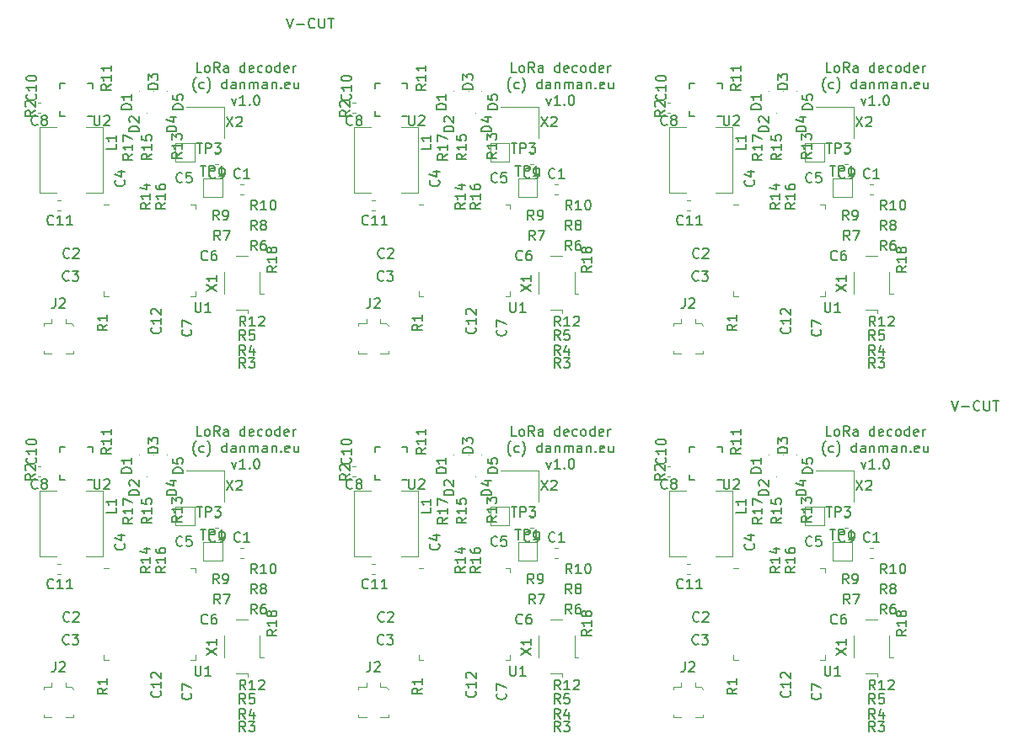
<source format=gbr>
G04 #@! TF.GenerationSoftware,KiCad,Pcbnew,5.1.4-e60b266~84~ubuntu18.04.1*
G04 #@! TF.CreationDate,2019-10-16T15:45:50+02:00*
G04 #@! TF.ProjectId,panel,70616e65-6c2e-46b6-9963-61645f706362,rev?*
G04 #@! TF.SameCoordinates,Original*
G04 #@! TF.FileFunction,Legend,Top*
G04 #@! TF.FilePolarity,Positive*
%FSLAX46Y46*%
G04 Gerber Fmt 4.6, Leading zero omitted, Abs format (unit mm)*
G04 Created by KiCad (PCBNEW 5.1.4-e60b266~84~ubuntu18.04.1) date 2019-10-16 15:45:50*
%MOMM*%
%LPD*%
G04 APERTURE LIST*
%ADD10C,0.150000*%
%ADD11C,0.120000*%
%ADD12C,0.100000*%
G04 APERTURE END LIST*
D10*
X160163428Y-82622380D02*
X159687238Y-82622380D01*
X159687238Y-81622380D01*
X160639619Y-82622380D02*
X160544380Y-82574761D01*
X160496761Y-82527142D01*
X160449142Y-82431904D01*
X160449142Y-82146190D01*
X160496761Y-82050952D01*
X160544380Y-82003333D01*
X160639619Y-81955714D01*
X160782476Y-81955714D01*
X160877714Y-82003333D01*
X160925333Y-82050952D01*
X160972952Y-82146190D01*
X160972952Y-82431904D01*
X160925333Y-82527142D01*
X160877714Y-82574761D01*
X160782476Y-82622380D01*
X160639619Y-82622380D01*
X161972952Y-82622380D02*
X161639619Y-82146190D01*
X161401523Y-82622380D02*
X161401523Y-81622380D01*
X161782476Y-81622380D01*
X161877714Y-81670000D01*
X161925333Y-81717619D01*
X161972952Y-81812857D01*
X161972952Y-81955714D01*
X161925333Y-82050952D01*
X161877714Y-82098571D01*
X161782476Y-82146190D01*
X161401523Y-82146190D01*
X162830095Y-82622380D02*
X162830095Y-82098571D01*
X162782476Y-82003333D01*
X162687238Y-81955714D01*
X162496761Y-81955714D01*
X162401523Y-82003333D01*
X162830095Y-82574761D02*
X162734857Y-82622380D01*
X162496761Y-82622380D01*
X162401523Y-82574761D01*
X162353904Y-82479523D01*
X162353904Y-82384285D01*
X162401523Y-82289047D01*
X162496761Y-82241428D01*
X162734857Y-82241428D01*
X162830095Y-82193809D01*
X164496761Y-82622380D02*
X164496761Y-81622380D01*
X164496761Y-82574761D02*
X164401523Y-82622380D01*
X164211047Y-82622380D01*
X164115809Y-82574761D01*
X164068190Y-82527142D01*
X164020571Y-82431904D01*
X164020571Y-82146190D01*
X164068190Y-82050952D01*
X164115809Y-82003333D01*
X164211047Y-81955714D01*
X164401523Y-81955714D01*
X164496761Y-82003333D01*
X165353904Y-82574761D02*
X165258666Y-82622380D01*
X165068190Y-82622380D01*
X164972952Y-82574761D01*
X164925333Y-82479523D01*
X164925333Y-82098571D01*
X164972952Y-82003333D01*
X165068190Y-81955714D01*
X165258666Y-81955714D01*
X165353904Y-82003333D01*
X165401523Y-82098571D01*
X165401523Y-82193809D01*
X164925333Y-82289047D01*
X166258666Y-82574761D02*
X166163428Y-82622380D01*
X165972952Y-82622380D01*
X165877714Y-82574761D01*
X165830095Y-82527142D01*
X165782476Y-82431904D01*
X165782476Y-82146190D01*
X165830095Y-82050952D01*
X165877714Y-82003333D01*
X165972952Y-81955714D01*
X166163428Y-81955714D01*
X166258666Y-82003333D01*
X166830095Y-82622380D02*
X166734857Y-82574761D01*
X166687238Y-82527142D01*
X166639619Y-82431904D01*
X166639619Y-82146190D01*
X166687238Y-82050952D01*
X166734857Y-82003333D01*
X166830095Y-81955714D01*
X166972952Y-81955714D01*
X167068190Y-82003333D01*
X167115809Y-82050952D01*
X167163428Y-82146190D01*
X167163428Y-82431904D01*
X167115809Y-82527142D01*
X167068190Y-82574761D01*
X166972952Y-82622380D01*
X166830095Y-82622380D01*
X168020571Y-82622380D02*
X168020571Y-81622380D01*
X168020571Y-82574761D02*
X167925333Y-82622380D01*
X167734857Y-82622380D01*
X167639619Y-82574761D01*
X167592000Y-82527142D01*
X167544380Y-82431904D01*
X167544380Y-82146190D01*
X167592000Y-82050952D01*
X167639619Y-82003333D01*
X167734857Y-81955714D01*
X167925333Y-81955714D01*
X168020571Y-82003333D01*
X168877714Y-82574761D02*
X168782476Y-82622380D01*
X168592000Y-82622380D01*
X168496761Y-82574761D01*
X168449142Y-82479523D01*
X168449142Y-82098571D01*
X168496761Y-82003333D01*
X168592000Y-81955714D01*
X168782476Y-81955714D01*
X168877714Y-82003333D01*
X168925333Y-82098571D01*
X168925333Y-82193809D01*
X168449142Y-82289047D01*
X169353904Y-82622380D02*
X169353904Y-81955714D01*
X169353904Y-82146190D02*
X169401523Y-82050952D01*
X169449142Y-82003333D01*
X169544380Y-81955714D01*
X169639619Y-81955714D01*
X159592000Y-84653333D02*
X159544380Y-84605714D01*
X159449142Y-84462857D01*
X159401523Y-84367619D01*
X159353904Y-84224761D01*
X159306285Y-83986666D01*
X159306285Y-83796190D01*
X159353904Y-83558095D01*
X159401523Y-83415238D01*
X159449142Y-83320000D01*
X159544380Y-83177142D01*
X159592000Y-83129523D01*
X160401523Y-84224761D02*
X160306285Y-84272380D01*
X160115809Y-84272380D01*
X160020571Y-84224761D01*
X159972952Y-84177142D01*
X159925333Y-84081904D01*
X159925333Y-83796190D01*
X159972952Y-83700952D01*
X160020571Y-83653333D01*
X160115809Y-83605714D01*
X160306285Y-83605714D01*
X160401523Y-83653333D01*
X160734857Y-84653333D02*
X160782476Y-84605714D01*
X160877714Y-84462857D01*
X160925333Y-84367619D01*
X160972952Y-84224761D01*
X161020571Y-83986666D01*
X161020571Y-83796190D01*
X160972952Y-83558095D01*
X160925333Y-83415238D01*
X160877714Y-83320000D01*
X160782476Y-83177142D01*
X160734857Y-83129523D01*
X162687238Y-84272380D02*
X162687238Y-83272380D01*
X162687238Y-84224761D02*
X162592000Y-84272380D01*
X162401523Y-84272380D01*
X162306285Y-84224761D01*
X162258666Y-84177142D01*
X162211047Y-84081904D01*
X162211047Y-83796190D01*
X162258666Y-83700952D01*
X162306285Y-83653333D01*
X162401523Y-83605714D01*
X162592000Y-83605714D01*
X162687238Y-83653333D01*
X163592000Y-84272380D02*
X163592000Y-83748571D01*
X163544380Y-83653333D01*
X163449142Y-83605714D01*
X163258666Y-83605714D01*
X163163428Y-83653333D01*
X163592000Y-84224761D02*
X163496761Y-84272380D01*
X163258666Y-84272380D01*
X163163428Y-84224761D01*
X163115809Y-84129523D01*
X163115809Y-84034285D01*
X163163428Y-83939047D01*
X163258666Y-83891428D01*
X163496761Y-83891428D01*
X163592000Y-83843809D01*
X164068190Y-83605714D02*
X164068190Y-84272380D01*
X164068190Y-83700952D02*
X164115809Y-83653333D01*
X164211047Y-83605714D01*
X164353904Y-83605714D01*
X164449142Y-83653333D01*
X164496761Y-83748571D01*
X164496761Y-84272380D01*
X164972952Y-84272380D02*
X164972952Y-83605714D01*
X164972952Y-83700952D02*
X165020571Y-83653333D01*
X165115809Y-83605714D01*
X165258666Y-83605714D01*
X165353904Y-83653333D01*
X165401523Y-83748571D01*
X165401523Y-84272380D01*
X165401523Y-83748571D02*
X165449142Y-83653333D01*
X165544380Y-83605714D01*
X165687238Y-83605714D01*
X165782476Y-83653333D01*
X165830095Y-83748571D01*
X165830095Y-84272380D01*
X166734857Y-84272380D02*
X166734857Y-83748571D01*
X166687238Y-83653333D01*
X166592000Y-83605714D01*
X166401523Y-83605714D01*
X166306285Y-83653333D01*
X166734857Y-84224761D02*
X166639619Y-84272380D01*
X166401523Y-84272380D01*
X166306285Y-84224761D01*
X166258666Y-84129523D01*
X166258666Y-84034285D01*
X166306285Y-83939047D01*
X166401523Y-83891428D01*
X166639619Y-83891428D01*
X166734857Y-83843809D01*
X167211047Y-83605714D02*
X167211047Y-84272380D01*
X167211047Y-83700952D02*
X167258666Y-83653333D01*
X167353904Y-83605714D01*
X167496761Y-83605714D01*
X167592000Y-83653333D01*
X167639619Y-83748571D01*
X167639619Y-84272380D01*
X168115809Y-84177142D02*
X168163428Y-84224761D01*
X168115809Y-84272380D01*
X168068190Y-84224761D01*
X168115809Y-84177142D01*
X168115809Y-84272380D01*
X168972952Y-84224761D02*
X168877714Y-84272380D01*
X168687238Y-84272380D01*
X168592000Y-84224761D01*
X168544380Y-84129523D01*
X168544380Y-83748571D01*
X168592000Y-83653333D01*
X168687238Y-83605714D01*
X168877714Y-83605714D01*
X168972952Y-83653333D01*
X169020571Y-83748571D01*
X169020571Y-83843809D01*
X168544380Y-83939047D01*
X169877714Y-83605714D02*
X169877714Y-84272380D01*
X169449142Y-83605714D02*
X169449142Y-84129523D01*
X169496761Y-84224761D01*
X169592000Y-84272380D01*
X169734857Y-84272380D01*
X169830095Y-84224761D01*
X169877714Y-84177142D01*
X163163428Y-85255714D02*
X163401523Y-85922380D01*
X163639619Y-85255714D01*
X164544380Y-85922380D02*
X163972952Y-85922380D01*
X164258666Y-85922380D02*
X164258666Y-84922380D01*
X164163428Y-85065238D01*
X164068190Y-85160476D01*
X163972952Y-85208095D01*
X164972952Y-85827142D02*
X165020571Y-85874761D01*
X164972952Y-85922380D01*
X164925333Y-85874761D01*
X164972952Y-85827142D01*
X164972952Y-85922380D01*
X165639619Y-84922380D02*
X165734857Y-84922380D01*
X165830095Y-84970000D01*
X165877714Y-85017619D01*
X165925333Y-85112857D01*
X165972952Y-85303333D01*
X165972952Y-85541428D01*
X165925333Y-85731904D01*
X165877714Y-85827142D01*
X165830095Y-85874761D01*
X165734857Y-85922380D01*
X165639619Y-85922380D01*
X165544380Y-85874761D01*
X165496761Y-85827142D01*
X165449142Y-85731904D01*
X165401523Y-85541428D01*
X165401523Y-85303333D01*
X165449142Y-85112857D01*
X165496761Y-85017619D01*
X165544380Y-84970000D01*
X165639619Y-84922380D01*
X128540428Y-82622380D02*
X128064238Y-82622380D01*
X128064238Y-81622380D01*
X129016619Y-82622380D02*
X128921380Y-82574761D01*
X128873761Y-82527142D01*
X128826142Y-82431904D01*
X128826142Y-82146190D01*
X128873761Y-82050952D01*
X128921380Y-82003333D01*
X129016619Y-81955714D01*
X129159476Y-81955714D01*
X129254714Y-82003333D01*
X129302333Y-82050952D01*
X129349952Y-82146190D01*
X129349952Y-82431904D01*
X129302333Y-82527142D01*
X129254714Y-82574761D01*
X129159476Y-82622380D01*
X129016619Y-82622380D01*
X130349952Y-82622380D02*
X130016619Y-82146190D01*
X129778523Y-82622380D02*
X129778523Y-81622380D01*
X130159476Y-81622380D01*
X130254714Y-81670000D01*
X130302333Y-81717619D01*
X130349952Y-81812857D01*
X130349952Y-81955714D01*
X130302333Y-82050952D01*
X130254714Y-82098571D01*
X130159476Y-82146190D01*
X129778523Y-82146190D01*
X131207095Y-82622380D02*
X131207095Y-82098571D01*
X131159476Y-82003333D01*
X131064238Y-81955714D01*
X130873761Y-81955714D01*
X130778523Y-82003333D01*
X131207095Y-82574761D02*
X131111857Y-82622380D01*
X130873761Y-82622380D01*
X130778523Y-82574761D01*
X130730904Y-82479523D01*
X130730904Y-82384285D01*
X130778523Y-82289047D01*
X130873761Y-82241428D01*
X131111857Y-82241428D01*
X131207095Y-82193809D01*
X132873761Y-82622380D02*
X132873761Y-81622380D01*
X132873761Y-82574761D02*
X132778523Y-82622380D01*
X132588047Y-82622380D01*
X132492809Y-82574761D01*
X132445190Y-82527142D01*
X132397571Y-82431904D01*
X132397571Y-82146190D01*
X132445190Y-82050952D01*
X132492809Y-82003333D01*
X132588047Y-81955714D01*
X132778523Y-81955714D01*
X132873761Y-82003333D01*
X133730904Y-82574761D02*
X133635666Y-82622380D01*
X133445190Y-82622380D01*
X133349952Y-82574761D01*
X133302333Y-82479523D01*
X133302333Y-82098571D01*
X133349952Y-82003333D01*
X133445190Y-81955714D01*
X133635666Y-81955714D01*
X133730904Y-82003333D01*
X133778523Y-82098571D01*
X133778523Y-82193809D01*
X133302333Y-82289047D01*
X134635666Y-82574761D02*
X134540428Y-82622380D01*
X134349952Y-82622380D01*
X134254714Y-82574761D01*
X134207095Y-82527142D01*
X134159476Y-82431904D01*
X134159476Y-82146190D01*
X134207095Y-82050952D01*
X134254714Y-82003333D01*
X134349952Y-81955714D01*
X134540428Y-81955714D01*
X134635666Y-82003333D01*
X135207095Y-82622380D02*
X135111857Y-82574761D01*
X135064238Y-82527142D01*
X135016619Y-82431904D01*
X135016619Y-82146190D01*
X135064238Y-82050952D01*
X135111857Y-82003333D01*
X135207095Y-81955714D01*
X135349952Y-81955714D01*
X135445190Y-82003333D01*
X135492809Y-82050952D01*
X135540428Y-82146190D01*
X135540428Y-82431904D01*
X135492809Y-82527142D01*
X135445190Y-82574761D01*
X135349952Y-82622380D01*
X135207095Y-82622380D01*
X136397571Y-82622380D02*
X136397571Y-81622380D01*
X136397571Y-82574761D02*
X136302333Y-82622380D01*
X136111857Y-82622380D01*
X136016619Y-82574761D01*
X135969000Y-82527142D01*
X135921380Y-82431904D01*
X135921380Y-82146190D01*
X135969000Y-82050952D01*
X136016619Y-82003333D01*
X136111857Y-81955714D01*
X136302333Y-81955714D01*
X136397571Y-82003333D01*
X137254714Y-82574761D02*
X137159476Y-82622380D01*
X136969000Y-82622380D01*
X136873761Y-82574761D01*
X136826142Y-82479523D01*
X136826142Y-82098571D01*
X136873761Y-82003333D01*
X136969000Y-81955714D01*
X137159476Y-81955714D01*
X137254714Y-82003333D01*
X137302333Y-82098571D01*
X137302333Y-82193809D01*
X136826142Y-82289047D01*
X137730904Y-82622380D02*
X137730904Y-81955714D01*
X137730904Y-82146190D02*
X137778523Y-82050952D01*
X137826142Y-82003333D01*
X137921380Y-81955714D01*
X138016619Y-81955714D01*
X127969000Y-84653333D02*
X127921380Y-84605714D01*
X127826142Y-84462857D01*
X127778523Y-84367619D01*
X127730904Y-84224761D01*
X127683285Y-83986666D01*
X127683285Y-83796190D01*
X127730904Y-83558095D01*
X127778523Y-83415238D01*
X127826142Y-83320000D01*
X127921380Y-83177142D01*
X127969000Y-83129523D01*
X128778523Y-84224761D02*
X128683285Y-84272380D01*
X128492809Y-84272380D01*
X128397571Y-84224761D01*
X128349952Y-84177142D01*
X128302333Y-84081904D01*
X128302333Y-83796190D01*
X128349952Y-83700952D01*
X128397571Y-83653333D01*
X128492809Y-83605714D01*
X128683285Y-83605714D01*
X128778523Y-83653333D01*
X129111857Y-84653333D02*
X129159476Y-84605714D01*
X129254714Y-84462857D01*
X129302333Y-84367619D01*
X129349952Y-84224761D01*
X129397571Y-83986666D01*
X129397571Y-83796190D01*
X129349952Y-83558095D01*
X129302333Y-83415238D01*
X129254714Y-83320000D01*
X129159476Y-83177142D01*
X129111857Y-83129523D01*
X131064238Y-84272380D02*
X131064238Y-83272380D01*
X131064238Y-84224761D02*
X130969000Y-84272380D01*
X130778523Y-84272380D01*
X130683285Y-84224761D01*
X130635666Y-84177142D01*
X130588047Y-84081904D01*
X130588047Y-83796190D01*
X130635666Y-83700952D01*
X130683285Y-83653333D01*
X130778523Y-83605714D01*
X130969000Y-83605714D01*
X131064238Y-83653333D01*
X131969000Y-84272380D02*
X131969000Y-83748571D01*
X131921380Y-83653333D01*
X131826142Y-83605714D01*
X131635666Y-83605714D01*
X131540428Y-83653333D01*
X131969000Y-84224761D02*
X131873761Y-84272380D01*
X131635666Y-84272380D01*
X131540428Y-84224761D01*
X131492809Y-84129523D01*
X131492809Y-84034285D01*
X131540428Y-83939047D01*
X131635666Y-83891428D01*
X131873761Y-83891428D01*
X131969000Y-83843809D01*
X132445190Y-83605714D02*
X132445190Y-84272380D01*
X132445190Y-83700952D02*
X132492809Y-83653333D01*
X132588047Y-83605714D01*
X132730904Y-83605714D01*
X132826142Y-83653333D01*
X132873761Y-83748571D01*
X132873761Y-84272380D01*
X133349952Y-84272380D02*
X133349952Y-83605714D01*
X133349952Y-83700952D02*
X133397571Y-83653333D01*
X133492809Y-83605714D01*
X133635666Y-83605714D01*
X133730904Y-83653333D01*
X133778523Y-83748571D01*
X133778523Y-84272380D01*
X133778523Y-83748571D02*
X133826142Y-83653333D01*
X133921380Y-83605714D01*
X134064238Y-83605714D01*
X134159476Y-83653333D01*
X134207095Y-83748571D01*
X134207095Y-84272380D01*
X135111857Y-84272380D02*
X135111857Y-83748571D01*
X135064238Y-83653333D01*
X134969000Y-83605714D01*
X134778523Y-83605714D01*
X134683285Y-83653333D01*
X135111857Y-84224761D02*
X135016619Y-84272380D01*
X134778523Y-84272380D01*
X134683285Y-84224761D01*
X134635666Y-84129523D01*
X134635666Y-84034285D01*
X134683285Y-83939047D01*
X134778523Y-83891428D01*
X135016619Y-83891428D01*
X135111857Y-83843809D01*
X135588047Y-83605714D02*
X135588047Y-84272380D01*
X135588047Y-83700952D02*
X135635666Y-83653333D01*
X135730904Y-83605714D01*
X135873761Y-83605714D01*
X135969000Y-83653333D01*
X136016619Y-83748571D01*
X136016619Y-84272380D01*
X136492809Y-84177142D02*
X136540428Y-84224761D01*
X136492809Y-84272380D01*
X136445190Y-84224761D01*
X136492809Y-84177142D01*
X136492809Y-84272380D01*
X137349952Y-84224761D02*
X137254714Y-84272380D01*
X137064238Y-84272380D01*
X136969000Y-84224761D01*
X136921380Y-84129523D01*
X136921380Y-83748571D01*
X136969000Y-83653333D01*
X137064238Y-83605714D01*
X137254714Y-83605714D01*
X137349952Y-83653333D01*
X137397571Y-83748571D01*
X137397571Y-83843809D01*
X136921380Y-83939047D01*
X138254714Y-83605714D02*
X138254714Y-84272380D01*
X137826142Y-83605714D02*
X137826142Y-84129523D01*
X137873761Y-84224761D01*
X137969000Y-84272380D01*
X138111857Y-84272380D01*
X138207095Y-84224761D01*
X138254714Y-84177142D01*
X131540428Y-85255714D02*
X131778523Y-85922380D01*
X132016619Y-85255714D01*
X132921380Y-85922380D02*
X132349952Y-85922380D01*
X132635666Y-85922380D02*
X132635666Y-84922380D01*
X132540428Y-85065238D01*
X132445190Y-85160476D01*
X132349952Y-85208095D01*
X133349952Y-85827142D02*
X133397571Y-85874761D01*
X133349952Y-85922380D01*
X133302333Y-85874761D01*
X133349952Y-85827142D01*
X133349952Y-85922380D01*
X134016619Y-84922380D02*
X134111857Y-84922380D01*
X134207095Y-84970000D01*
X134254714Y-85017619D01*
X134302333Y-85112857D01*
X134349952Y-85303333D01*
X134349952Y-85541428D01*
X134302333Y-85731904D01*
X134254714Y-85827142D01*
X134207095Y-85874761D01*
X134111857Y-85922380D01*
X134016619Y-85922380D01*
X133921380Y-85874761D01*
X133873761Y-85827142D01*
X133826142Y-85731904D01*
X133778523Y-85541428D01*
X133778523Y-85303333D01*
X133826142Y-85112857D01*
X133873761Y-85017619D01*
X133921380Y-84970000D01*
X134016619Y-84922380D01*
X96917428Y-82622380D02*
X96441238Y-82622380D01*
X96441238Y-81622380D01*
X97393619Y-82622380D02*
X97298380Y-82574761D01*
X97250761Y-82527142D01*
X97203142Y-82431904D01*
X97203142Y-82146190D01*
X97250761Y-82050952D01*
X97298380Y-82003333D01*
X97393619Y-81955714D01*
X97536476Y-81955714D01*
X97631714Y-82003333D01*
X97679333Y-82050952D01*
X97726952Y-82146190D01*
X97726952Y-82431904D01*
X97679333Y-82527142D01*
X97631714Y-82574761D01*
X97536476Y-82622380D01*
X97393619Y-82622380D01*
X98726952Y-82622380D02*
X98393619Y-82146190D01*
X98155523Y-82622380D02*
X98155523Y-81622380D01*
X98536476Y-81622380D01*
X98631714Y-81670000D01*
X98679333Y-81717619D01*
X98726952Y-81812857D01*
X98726952Y-81955714D01*
X98679333Y-82050952D01*
X98631714Y-82098571D01*
X98536476Y-82146190D01*
X98155523Y-82146190D01*
X99584095Y-82622380D02*
X99584095Y-82098571D01*
X99536476Y-82003333D01*
X99441238Y-81955714D01*
X99250761Y-81955714D01*
X99155523Y-82003333D01*
X99584095Y-82574761D02*
X99488857Y-82622380D01*
X99250761Y-82622380D01*
X99155523Y-82574761D01*
X99107904Y-82479523D01*
X99107904Y-82384285D01*
X99155523Y-82289047D01*
X99250761Y-82241428D01*
X99488857Y-82241428D01*
X99584095Y-82193809D01*
X101250761Y-82622380D02*
X101250761Y-81622380D01*
X101250761Y-82574761D02*
X101155523Y-82622380D01*
X100965047Y-82622380D01*
X100869809Y-82574761D01*
X100822190Y-82527142D01*
X100774571Y-82431904D01*
X100774571Y-82146190D01*
X100822190Y-82050952D01*
X100869809Y-82003333D01*
X100965047Y-81955714D01*
X101155523Y-81955714D01*
X101250761Y-82003333D01*
X102107904Y-82574761D02*
X102012666Y-82622380D01*
X101822190Y-82622380D01*
X101726952Y-82574761D01*
X101679333Y-82479523D01*
X101679333Y-82098571D01*
X101726952Y-82003333D01*
X101822190Y-81955714D01*
X102012666Y-81955714D01*
X102107904Y-82003333D01*
X102155523Y-82098571D01*
X102155523Y-82193809D01*
X101679333Y-82289047D01*
X103012666Y-82574761D02*
X102917428Y-82622380D01*
X102726952Y-82622380D01*
X102631714Y-82574761D01*
X102584095Y-82527142D01*
X102536476Y-82431904D01*
X102536476Y-82146190D01*
X102584095Y-82050952D01*
X102631714Y-82003333D01*
X102726952Y-81955714D01*
X102917428Y-81955714D01*
X103012666Y-82003333D01*
X103584095Y-82622380D02*
X103488857Y-82574761D01*
X103441238Y-82527142D01*
X103393619Y-82431904D01*
X103393619Y-82146190D01*
X103441238Y-82050952D01*
X103488857Y-82003333D01*
X103584095Y-81955714D01*
X103726952Y-81955714D01*
X103822190Y-82003333D01*
X103869809Y-82050952D01*
X103917428Y-82146190D01*
X103917428Y-82431904D01*
X103869809Y-82527142D01*
X103822190Y-82574761D01*
X103726952Y-82622380D01*
X103584095Y-82622380D01*
X104774571Y-82622380D02*
X104774571Y-81622380D01*
X104774571Y-82574761D02*
X104679333Y-82622380D01*
X104488857Y-82622380D01*
X104393619Y-82574761D01*
X104346000Y-82527142D01*
X104298380Y-82431904D01*
X104298380Y-82146190D01*
X104346000Y-82050952D01*
X104393619Y-82003333D01*
X104488857Y-81955714D01*
X104679333Y-81955714D01*
X104774571Y-82003333D01*
X105631714Y-82574761D02*
X105536476Y-82622380D01*
X105346000Y-82622380D01*
X105250761Y-82574761D01*
X105203142Y-82479523D01*
X105203142Y-82098571D01*
X105250761Y-82003333D01*
X105346000Y-81955714D01*
X105536476Y-81955714D01*
X105631714Y-82003333D01*
X105679333Y-82098571D01*
X105679333Y-82193809D01*
X105203142Y-82289047D01*
X106107904Y-82622380D02*
X106107904Y-81955714D01*
X106107904Y-82146190D02*
X106155523Y-82050952D01*
X106203142Y-82003333D01*
X106298380Y-81955714D01*
X106393619Y-81955714D01*
X96346000Y-84653333D02*
X96298380Y-84605714D01*
X96203142Y-84462857D01*
X96155523Y-84367619D01*
X96107904Y-84224761D01*
X96060285Y-83986666D01*
X96060285Y-83796190D01*
X96107904Y-83558095D01*
X96155523Y-83415238D01*
X96203142Y-83320000D01*
X96298380Y-83177142D01*
X96346000Y-83129523D01*
X97155523Y-84224761D02*
X97060285Y-84272380D01*
X96869809Y-84272380D01*
X96774571Y-84224761D01*
X96726952Y-84177142D01*
X96679333Y-84081904D01*
X96679333Y-83796190D01*
X96726952Y-83700952D01*
X96774571Y-83653333D01*
X96869809Y-83605714D01*
X97060285Y-83605714D01*
X97155523Y-83653333D01*
X97488857Y-84653333D02*
X97536476Y-84605714D01*
X97631714Y-84462857D01*
X97679333Y-84367619D01*
X97726952Y-84224761D01*
X97774571Y-83986666D01*
X97774571Y-83796190D01*
X97726952Y-83558095D01*
X97679333Y-83415238D01*
X97631714Y-83320000D01*
X97536476Y-83177142D01*
X97488857Y-83129523D01*
X99441238Y-84272380D02*
X99441238Y-83272380D01*
X99441238Y-84224761D02*
X99346000Y-84272380D01*
X99155523Y-84272380D01*
X99060285Y-84224761D01*
X99012666Y-84177142D01*
X98965047Y-84081904D01*
X98965047Y-83796190D01*
X99012666Y-83700952D01*
X99060285Y-83653333D01*
X99155523Y-83605714D01*
X99346000Y-83605714D01*
X99441238Y-83653333D01*
X100346000Y-84272380D02*
X100346000Y-83748571D01*
X100298380Y-83653333D01*
X100203142Y-83605714D01*
X100012666Y-83605714D01*
X99917428Y-83653333D01*
X100346000Y-84224761D02*
X100250761Y-84272380D01*
X100012666Y-84272380D01*
X99917428Y-84224761D01*
X99869809Y-84129523D01*
X99869809Y-84034285D01*
X99917428Y-83939047D01*
X100012666Y-83891428D01*
X100250761Y-83891428D01*
X100346000Y-83843809D01*
X100822190Y-83605714D02*
X100822190Y-84272380D01*
X100822190Y-83700952D02*
X100869809Y-83653333D01*
X100965047Y-83605714D01*
X101107904Y-83605714D01*
X101203142Y-83653333D01*
X101250761Y-83748571D01*
X101250761Y-84272380D01*
X101726952Y-84272380D02*
X101726952Y-83605714D01*
X101726952Y-83700952D02*
X101774571Y-83653333D01*
X101869809Y-83605714D01*
X102012666Y-83605714D01*
X102107904Y-83653333D01*
X102155523Y-83748571D01*
X102155523Y-84272380D01*
X102155523Y-83748571D02*
X102203142Y-83653333D01*
X102298380Y-83605714D01*
X102441238Y-83605714D01*
X102536476Y-83653333D01*
X102584095Y-83748571D01*
X102584095Y-84272380D01*
X103488857Y-84272380D02*
X103488857Y-83748571D01*
X103441238Y-83653333D01*
X103346000Y-83605714D01*
X103155523Y-83605714D01*
X103060285Y-83653333D01*
X103488857Y-84224761D02*
X103393619Y-84272380D01*
X103155523Y-84272380D01*
X103060285Y-84224761D01*
X103012666Y-84129523D01*
X103012666Y-84034285D01*
X103060285Y-83939047D01*
X103155523Y-83891428D01*
X103393619Y-83891428D01*
X103488857Y-83843809D01*
X103965047Y-83605714D02*
X103965047Y-84272380D01*
X103965047Y-83700952D02*
X104012666Y-83653333D01*
X104107904Y-83605714D01*
X104250761Y-83605714D01*
X104346000Y-83653333D01*
X104393619Y-83748571D01*
X104393619Y-84272380D01*
X104869809Y-84177142D02*
X104917428Y-84224761D01*
X104869809Y-84272380D01*
X104822190Y-84224761D01*
X104869809Y-84177142D01*
X104869809Y-84272380D01*
X105726952Y-84224761D02*
X105631714Y-84272380D01*
X105441238Y-84272380D01*
X105346000Y-84224761D01*
X105298380Y-84129523D01*
X105298380Y-83748571D01*
X105346000Y-83653333D01*
X105441238Y-83605714D01*
X105631714Y-83605714D01*
X105726952Y-83653333D01*
X105774571Y-83748571D01*
X105774571Y-83843809D01*
X105298380Y-83939047D01*
X106631714Y-83605714D02*
X106631714Y-84272380D01*
X106203142Y-83605714D02*
X106203142Y-84129523D01*
X106250761Y-84224761D01*
X106346000Y-84272380D01*
X106488857Y-84272380D01*
X106584095Y-84224761D01*
X106631714Y-84177142D01*
X99917428Y-85255714D02*
X100155523Y-85922380D01*
X100393619Y-85255714D01*
X101298380Y-85922380D02*
X100726952Y-85922380D01*
X101012666Y-85922380D02*
X101012666Y-84922380D01*
X100917428Y-85065238D01*
X100822190Y-85160476D01*
X100726952Y-85208095D01*
X101726952Y-85827142D02*
X101774571Y-85874761D01*
X101726952Y-85922380D01*
X101679333Y-85874761D01*
X101726952Y-85827142D01*
X101726952Y-85922380D01*
X102393619Y-84922380D02*
X102488857Y-84922380D01*
X102584095Y-84970000D01*
X102631714Y-85017619D01*
X102679333Y-85112857D01*
X102726952Y-85303333D01*
X102726952Y-85541428D01*
X102679333Y-85731904D01*
X102631714Y-85827142D01*
X102584095Y-85874761D01*
X102488857Y-85922380D01*
X102393619Y-85922380D01*
X102298380Y-85874761D01*
X102250761Y-85827142D01*
X102203142Y-85731904D01*
X102155523Y-85541428D01*
X102155523Y-85303333D01*
X102203142Y-85112857D01*
X102250761Y-85017619D01*
X102298380Y-84970000D01*
X102393619Y-84922380D01*
X160163428Y-46046380D02*
X159687238Y-46046380D01*
X159687238Y-45046380D01*
X160639619Y-46046380D02*
X160544380Y-45998761D01*
X160496761Y-45951142D01*
X160449142Y-45855904D01*
X160449142Y-45570190D01*
X160496761Y-45474952D01*
X160544380Y-45427333D01*
X160639619Y-45379714D01*
X160782476Y-45379714D01*
X160877714Y-45427333D01*
X160925333Y-45474952D01*
X160972952Y-45570190D01*
X160972952Y-45855904D01*
X160925333Y-45951142D01*
X160877714Y-45998761D01*
X160782476Y-46046380D01*
X160639619Y-46046380D01*
X161972952Y-46046380D02*
X161639619Y-45570190D01*
X161401523Y-46046380D02*
X161401523Y-45046380D01*
X161782476Y-45046380D01*
X161877714Y-45094000D01*
X161925333Y-45141619D01*
X161972952Y-45236857D01*
X161972952Y-45379714D01*
X161925333Y-45474952D01*
X161877714Y-45522571D01*
X161782476Y-45570190D01*
X161401523Y-45570190D01*
X162830095Y-46046380D02*
X162830095Y-45522571D01*
X162782476Y-45427333D01*
X162687238Y-45379714D01*
X162496761Y-45379714D01*
X162401523Y-45427333D01*
X162830095Y-45998761D02*
X162734857Y-46046380D01*
X162496761Y-46046380D01*
X162401523Y-45998761D01*
X162353904Y-45903523D01*
X162353904Y-45808285D01*
X162401523Y-45713047D01*
X162496761Y-45665428D01*
X162734857Y-45665428D01*
X162830095Y-45617809D01*
X164496761Y-46046380D02*
X164496761Y-45046380D01*
X164496761Y-45998761D02*
X164401523Y-46046380D01*
X164211047Y-46046380D01*
X164115809Y-45998761D01*
X164068190Y-45951142D01*
X164020571Y-45855904D01*
X164020571Y-45570190D01*
X164068190Y-45474952D01*
X164115809Y-45427333D01*
X164211047Y-45379714D01*
X164401523Y-45379714D01*
X164496761Y-45427333D01*
X165353904Y-45998761D02*
X165258666Y-46046380D01*
X165068190Y-46046380D01*
X164972952Y-45998761D01*
X164925333Y-45903523D01*
X164925333Y-45522571D01*
X164972952Y-45427333D01*
X165068190Y-45379714D01*
X165258666Y-45379714D01*
X165353904Y-45427333D01*
X165401523Y-45522571D01*
X165401523Y-45617809D01*
X164925333Y-45713047D01*
X166258666Y-45998761D02*
X166163428Y-46046380D01*
X165972952Y-46046380D01*
X165877714Y-45998761D01*
X165830095Y-45951142D01*
X165782476Y-45855904D01*
X165782476Y-45570190D01*
X165830095Y-45474952D01*
X165877714Y-45427333D01*
X165972952Y-45379714D01*
X166163428Y-45379714D01*
X166258666Y-45427333D01*
X166830095Y-46046380D02*
X166734857Y-45998761D01*
X166687238Y-45951142D01*
X166639619Y-45855904D01*
X166639619Y-45570190D01*
X166687238Y-45474952D01*
X166734857Y-45427333D01*
X166830095Y-45379714D01*
X166972952Y-45379714D01*
X167068190Y-45427333D01*
X167115809Y-45474952D01*
X167163428Y-45570190D01*
X167163428Y-45855904D01*
X167115809Y-45951142D01*
X167068190Y-45998761D01*
X166972952Y-46046380D01*
X166830095Y-46046380D01*
X168020571Y-46046380D02*
X168020571Y-45046380D01*
X168020571Y-45998761D02*
X167925333Y-46046380D01*
X167734857Y-46046380D01*
X167639619Y-45998761D01*
X167592000Y-45951142D01*
X167544380Y-45855904D01*
X167544380Y-45570190D01*
X167592000Y-45474952D01*
X167639619Y-45427333D01*
X167734857Y-45379714D01*
X167925333Y-45379714D01*
X168020571Y-45427333D01*
X168877714Y-45998761D02*
X168782476Y-46046380D01*
X168592000Y-46046380D01*
X168496761Y-45998761D01*
X168449142Y-45903523D01*
X168449142Y-45522571D01*
X168496761Y-45427333D01*
X168592000Y-45379714D01*
X168782476Y-45379714D01*
X168877714Y-45427333D01*
X168925333Y-45522571D01*
X168925333Y-45617809D01*
X168449142Y-45713047D01*
X169353904Y-46046380D02*
X169353904Y-45379714D01*
X169353904Y-45570190D02*
X169401523Y-45474952D01*
X169449142Y-45427333D01*
X169544380Y-45379714D01*
X169639619Y-45379714D01*
X159592000Y-48077333D02*
X159544380Y-48029714D01*
X159449142Y-47886857D01*
X159401523Y-47791619D01*
X159353904Y-47648761D01*
X159306285Y-47410666D01*
X159306285Y-47220190D01*
X159353904Y-46982095D01*
X159401523Y-46839238D01*
X159449142Y-46744000D01*
X159544380Y-46601142D01*
X159592000Y-46553523D01*
X160401523Y-47648761D02*
X160306285Y-47696380D01*
X160115809Y-47696380D01*
X160020571Y-47648761D01*
X159972952Y-47601142D01*
X159925333Y-47505904D01*
X159925333Y-47220190D01*
X159972952Y-47124952D01*
X160020571Y-47077333D01*
X160115809Y-47029714D01*
X160306285Y-47029714D01*
X160401523Y-47077333D01*
X160734857Y-48077333D02*
X160782476Y-48029714D01*
X160877714Y-47886857D01*
X160925333Y-47791619D01*
X160972952Y-47648761D01*
X161020571Y-47410666D01*
X161020571Y-47220190D01*
X160972952Y-46982095D01*
X160925333Y-46839238D01*
X160877714Y-46744000D01*
X160782476Y-46601142D01*
X160734857Y-46553523D01*
X162687238Y-47696380D02*
X162687238Y-46696380D01*
X162687238Y-47648761D02*
X162592000Y-47696380D01*
X162401523Y-47696380D01*
X162306285Y-47648761D01*
X162258666Y-47601142D01*
X162211047Y-47505904D01*
X162211047Y-47220190D01*
X162258666Y-47124952D01*
X162306285Y-47077333D01*
X162401523Y-47029714D01*
X162592000Y-47029714D01*
X162687238Y-47077333D01*
X163592000Y-47696380D02*
X163592000Y-47172571D01*
X163544380Y-47077333D01*
X163449142Y-47029714D01*
X163258666Y-47029714D01*
X163163428Y-47077333D01*
X163592000Y-47648761D02*
X163496761Y-47696380D01*
X163258666Y-47696380D01*
X163163428Y-47648761D01*
X163115809Y-47553523D01*
X163115809Y-47458285D01*
X163163428Y-47363047D01*
X163258666Y-47315428D01*
X163496761Y-47315428D01*
X163592000Y-47267809D01*
X164068190Y-47029714D02*
X164068190Y-47696380D01*
X164068190Y-47124952D02*
X164115809Y-47077333D01*
X164211047Y-47029714D01*
X164353904Y-47029714D01*
X164449142Y-47077333D01*
X164496761Y-47172571D01*
X164496761Y-47696380D01*
X164972952Y-47696380D02*
X164972952Y-47029714D01*
X164972952Y-47124952D02*
X165020571Y-47077333D01*
X165115809Y-47029714D01*
X165258666Y-47029714D01*
X165353904Y-47077333D01*
X165401523Y-47172571D01*
X165401523Y-47696380D01*
X165401523Y-47172571D02*
X165449142Y-47077333D01*
X165544380Y-47029714D01*
X165687238Y-47029714D01*
X165782476Y-47077333D01*
X165830095Y-47172571D01*
X165830095Y-47696380D01*
X166734857Y-47696380D02*
X166734857Y-47172571D01*
X166687238Y-47077333D01*
X166592000Y-47029714D01*
X166401523Y-47029714D01*
X166306285Y-47077333D01*
X166734857Y-47648761D02*
X166639619Y-47696380D01*
X166401523Y-47696380D01*
X166306285Y-47648761D01*
X166258666Y-47553523D01*
X166258666Y-47458285D01*
X166306285Y-47363047D01*
X166401523Y-47315428D01*
X166639619Y-47315428D01*
X166734857Y-47267809D01*
X167211047Y-47029714D02*
X167211047Y-47696380D01*
X167211047Y-47124952D02*
X167258666Y-47077333D01*
X167353904Y-47029714D01*
X167496761Y-47029714D01*
X167592000Y-47077333D01*
X167639619Y-47172571D01*
X167639619Y-47696380D01*
X168115809Y-47601142D02*
X168163428Y-47648761D01*
X168115809Y-47696380D01*
X168068190Y-47648761D01*
X168115809Y-47601142D01*
X168115809Y-47696380D01*
X168972952Y-47648761D02*
X168877714Y-47696380D01*
X168687238Y-47696380D01*
X168592000Y-47648761D01*
X168544380Y-47553523D01*
X168544380Y-47172571D01*
X168592000Y-47077333D01*
X168687238Y-47029714D01*
X168877714Y-47029714D01*
X168972952Y-47077333D01*
X169020571Y-47172571D01*
X169020571Y-47267809D01*
X168544380Y-47363047D01*
X169877714Y-47029714D02*
X169877714Y-47696380D01*
X169449142Y-47029714D02*
X169449142Y-47553523D01*
X169496761Y-47648761D01*
X169592000Y-47696380D01*
X169734857Y-47696380D01*
X169830095Y-47648761D01*
X169877714Y-47601142D01*
X163163428Y-48679714D02*
X163401523Y-49346380D01*
X163639619Y-48679714D01*
X164544380Y-49346380D02*
X163972952Y-49346380D01*
X164258666Y-49346380D02*
X164258666Y-48346380D01*
X164163428Y-48489238D01*
X164068190Y-48584476D01*
X163972952Y-48632095D01*
X164972952Y-49251142D02*
X165020571Y-49298761D01*
X164972952Y-49346380D01*
X164925333Y-49298761D01*
X164972952Y-49251142D01*
X164972952Y-49346380D01*
X165639619Y-48346380D02*
X165734857Y-48346380D01*
X165830095Y-48394000D01*
X165877714Y-48441619D01*
X165925333Y-48536857D01*
X165972952Y-48727333D01*
X165972952Y-48965428D01*
X165925333Y-49155904D01*
X165877714Y-49251142D01*
X165830095Y-49298761D01*
X165734857Y-49346380D01*
X165639619Y-49346380D01*
X165544380Y-49298761D01*
X165496761Y-49251142D01*
X165449142Y-49155904D01*
X165401523Y-48965428D01*
X165401523Y-48727333D01*
X165449142Y-48536857D01*
X165496761Y-48441619D01*
X165544380Y-48394000D01*
X165639619Y-48346380D01*
X128540428Y-46046380D02*
X128064238Y-46046380D01*
X128064238Y-45046380D01*
X129016619Y-46046380D02*
X128921380Y-45998761D01*
X128873761Y-45951142D01*
X128826142Y-45855904D01*
X128826142Y-45570190D01*
X128873761Y-45474952D01*
X128921380Y-45427333D01*
X129016619Y-45379714D01*
X129159476Y-45379714D01*
X129254714Y-45427333D01*
X129302333Y-45474952D01*
X129349952Y-45570190D01*
X129349952Y-45855904D01*
X129302333Y-45951142D01*
X129254714Y-45998761D01*
X129159476Y-46046380D01*
X129016619Y-46046380D01*
X130349952Y-46046380D02*
X130016619Y-45570190D01*
X129778523Y-46046380D02*
X129778523Y-45046380D01*
X130159476Y-45046380D01*
X130254714Y-45094000D01*
X130302333Y-45141619D01*
X130349952Y-45236857D01*
X130349952Y-45379714D01*
X130302333Y-45474952D01*
X130254714Y-45522571D01*
X130159476Y-45570190D01*
X129778523Y-45570190D01*
X131207095Y-46046380D02*
X131207095Y-45522571D01*
X131159476Y-45427333D01*
X131064238Y-45379714D01*
X130873761Y-45379714D01*
X130778523Y-45427333D01*
X131207095Y-45998761D02*
X131111857Y-46046380D01*
X130873761Y-46046380D01*
X130778523Y-45998761D01*
X130730904Y-45903523D01*
X130730904Y-45808285D01*
X130778523Y-45713047D01*
X130873761Y-45665428D01*
X131111857Y-45665428D01*
X131207095Y-45617809D01*
X132873761Y-46046380D02*
X132873761Y-45046380D01*
X132873761Y-45998761D02*
X132778523Y-46046380D01*
X132588047Y-46046380D01*
X132492809Y-45998761D01*
X132445190Y-45951142D01*
X132397571Y-45855904D01*
X132397571Y-45570190D01*
X132445190Y-45474952D01*
X132492809Y-45427333D01*
X132588047Y-45379714D01*
X132778523Y-45379714D01*
X132873761Y-45427333D01*
X133730904Y-45998761D02*
X133635666Y-46046380D01*
X133445190Y-46046380D01*
X133349952Y-45998761D01*
X133302333Y-45903523D01*
X133302333Y-45522571D01*
X133349952Y-45427333D01*
X133445190Y-45379714D01*
X133635666Y-45379714D01*
X133730904Y-45427333D01*
X133778523Y-45522571D01*
X133778523Y-45617809D01*
X133302333Y-45713047D01*
X134635666Y-45998761D02*
X134540428Y-46046380D01*
X134349952Y-46046380D01*
X134254714Y-45998761D01*
X134207095Y-45951142D01*
X134159476Y-45855904D01*
X134159476Y-45570190D01*
X134207095Y-45474952D01*
X134254714Y-45427333D01*
X134349952Y-45379714D01*
X134540428Y-45379714D01*
X134635666Y-45427333D01*
X135207095Y-46046380D02*
X135111857Y-45998761D01*
X135064238Y-45951142D01*
X135016619Y-45855904D01*
X135016619Y-45570190D01*
X135064238Y-45474952D01*
X135111857Y-45427333D01*
X135207095Y-45379714D01*
X135349952Y-45379714D01*
X135445190Y-45427333D01*
X135492809Y-45474952D01*
X135540428Y-45570190D01*
X135540428Y-45855904D01*
X135492809Y-45951142D01*
X135445190Y-45998761D01*
X135349952Y-46046380D01*
X135207095Y-46046380D01*
X136397571Y-46046380D02*
X136397571Y-45046380D01*
X136397571Y-45998761D02*
X136302333Y-46046380D01*
X136111857Y-46046380D01*
X136016619Y-45998761D01*
X135969000Y-45951142D01*
X135921380Y-45855904D01*
X135921380Y-45570190D01*
X135969000Y-45474952D01*
X136016619Y-45427333D01*
X136111857Y-45379714D01*
X136302333Y-45379714D01*
X136397571Y-45427333D01*
X137254714Y-45998761D02*
X137159476Y-46046380D01*
X136969000Y-46046380D01*
X136873761Y-45998761D01*
X136826142Y-45903523D01*
X136826142Y-45522571D01*
X136873761Y-45427333D01*
X136969000Y-45379714D01*
X137159476Y-45379714D01*
X137254714Y-45427333D01*
X137302333Y-45522571D01*
X137302333Y-45617809D01*
X136826142Y-45713047D01*
X137730904Y-46046380D02*
X137730904Y-45379714D01*
X137730904Y-45570190D02*
X137778523Y-45474952D01*
X137826142Y-45427333D01*
X137921380Y-45379714D01*
X138016619Y-45379714D01*
X127969000Y-48077333D02*
X127921380Y-48029714D01*
X127826142Y-47886857D01*
X127778523Y-47791619D01*
X127730904Y-47648761D01*
X127683285Y-47410666D01*
X127683285Y-47220190D01*
X127730904Y-46982095D01*
X127778523Y-46839238D01*
X127826142Y-46744000D01*
X127921380Y-46601142D01*
X127969000Y-46553523D01*
X128778523Y-47648761D02*
X128683285Y-47696380D01*
X128492809Y-47696380D01*
X128397571Y-47648761D01*
X128349952Y-47601142D01*
X128302333Y-47505904D01*
X128302333Y-47220190D01*
X128349952Y-47124952D01*
X128397571Y-47077333D01*
X128492809Y-47029714D01*
X128683285Y-47029714D01*
X128778523Y-47077333D01*
X129111857Y-48077333D02*
X129159476Y-48029714D01*
X129254714Y-47886857D01*
X129302333Y-47791619D01*
X129349952Y-47648761D01*
X129397571Y-47410666D01*
X129397571Y-47220190D01*
X129349952Y-46982095D01*
X129302333Y-46839238D01*
X129254714Y-46744000D01*
X129159476Y-46601142D01*
X129111857Y-46553523D01*
X131064238Y-47696380D02*
X131064238Y-46696380D01*
X131064238Y-47648761D02*
X130969000Y-47696380D01*
X130778523Y-47696380D01*
X130683285Y-47648761D01*
X130635666Y-47601142D01*
X130588047Y-47505904D01*
X130588047Y-47220190D01*
X130635666Y-47124952D01*
X130683285Y-47077333D01*
X130778523Y-47029714D01*
X130969000Y-47029714D01*
X131064238Y-47077333D01*
X131969000Y-47696380D02*
X131969000Y-47172571D01*
X131921380Y-47077333D01*
X131826142Y-47029714D01*
X131635666Y-47029714D01*
X131540428Y-47077333D01*
X131969000Y-47648761D02*
X131873761Y-47696380D01*
X131635666Y-47696380D01*
X131540428Y-47648761D01*
X131492809Y-47553523D01*
X131492809Y-47458285D01*
X131540428Y-47363047D01*
X131635666Y-47315428D01*
X131873761Y-47315428D01*
X131969000Y-47267809D01*
X132445190Y-47029714D02*
X132445190Y-47696380D01*
X132445190Y-47124952D02*
X132492809Y-47077333D01*
X132588047Y-47029714D01*
X132730904Y-47029714D01*
X132826142Y-47077333D01*
X132873761Y-47172571D01*
X132873761Y-47696380D01*
X133349952Y-47696380D02*
X133349952Y-47029714D01*
X133349952Y-47124952D02*
X133397571Y-47077333D01*
X133492809Y-47029714D01*
X133635666Y-47029714D01*
X133730904Y-47077333D01*
X133778523Y-47172571D01*
X133778523Y-47696380D01*
X133778523Y-47172571D02*
X133826142Y-47077333D01*
X133921380Y-47029714D01*
X134064238Y-47029714D01*
X134159476Y-47077333D01*
X134207095Y-47172571D01*
X134207095Y-47696380D01*
X135111857Y-47696380D02*
X135111857Y-47172571D01*
X135064238Y-47077333D01*
X134969000Y-47029714D01*
X134778523Y-47029714D01*
X134683285Y-47077333D01*
X135111857Y-47648761D02*
X135016619Y-47696380D01*
X134778523Y-47696380D01*
X134683285Y-47648761D01*
X134635666Y-47553523D01*
X134635666Y-47458285D01*
X134683285Y-47363047D01*
X134778523Y-47315428D01*
X135016619Y-47315428D01*
X135111857Y-47267809D01*
X135588047Y-47029714D02*
X135588047Y-47696380D01*
X135588047Y-47124952D02*
X135635666Y-47077333D01*
X135730904Y-47029714D01*
X135873761Y-47029714D01*
X135969000Y-47077333D01*
X136016619Y-47172571D01*
X136016619Y-47696380D01*
X136492809Y-47601142D02*
X136540428Y-47648761D01*
X136492809Y-47696380D01*
X136445190Y-47648761D01*
X136492809Y-47601142D01*
X136492809Y-47696380D01*
X137349952Y-47648761D02*
X137254714Y-47696380D01*
X137064238Y-47696380D01*
X136969000Y-47648761D01*
X136921380Y-47553523D01*
X136921380Y-47172571D01*
X136969000Y-47077333D01*
X137064238Y-47029714D01*
X137254714Y-47029714D01*
X137349952Y-47077333D01*
X137397571Y-47172571D01*
X137397571Y-47267809D01*
X136921380Y-47363047D01*
X138254714Y-47029714D02*
X138254714Y-47696380D01*
X137826142Y-47029714D02*
X137826142Y-47553523D01*
X137873761Y-47648761D01*
X137969000Y-47696380D01*
X138111857Y-47696380D01*
X138207095Y-47648761D01*
X138254714Y-47601142D01*
X131540428Y-48679714D02*
X131778523Y-49346380D01*
X132016619Y-48679714D01*
X132921380Y-49346380D02*
X132349952Y-49346380D01*
X132635666Y-49346380D02*
X132635666Y-48346380D01*
X132540428Y-48489238D01*
X132445190Y-48584476D01*
X132349952Y-48632095D01*
X133349952Y-49251142D02*
X133397571Y-49298761D01*
X133349952Y-49346380D01*
X133302333Y-49298761D01*
X133349952Y-49251142D01*
X133349952Y-49346380D01*
X134016619Y-48346380D02*
X134111857Y-48346380D01*
X134207095Y-48394000D01*
X134254714Y-48441619D01*
X134302333Y-48536857D01*
X134349952Y-48727333D01*
X134349952Y-48965428D01*
X134302333Y-49155904D01*
X134254714Y-49251142D01*
X134207095Y-49298761D01*
X134111857Y-49346380D01*
X134016619Y-49346380D01*
X133921380Y-49298761D01*
X133873761Y-49251142D01*
X133826142Y-49155904D01*
X133778523Y-48965428D01*
X133778523Y-48727333D01*
X133826142Y-48536857D01*
X133873761Y-48441619D01*
X133921380Y-48394000D01*
X134016619Y-48346380D01*
X172267857Y-79081380D02*
X172601190Y-80081380D01*
X172934523Y-79081380D01*
X173267857Y-79700428D02*
X174029761Y-79700428D01*
X175077380Y-79986142D02*
X175029761Y-80033761D01*
X174886904Y-80081380D01*
X174791666Y-80081380D01*
X174648809Y-80033761D01*
X174553571Y-79938523D01*
X174505952Y-79843285D01*
X174458333Y-79652809D01*
X174458333Y-79509952D01*
X174505952Y-79319476D01*
X174553571Y-79224238D01*
X174648809Y-79129000D01*
X174791666Y-79081380D01*
X174886904Y-79081380D01*
X175029761Y-79129000D01*
X175077380Y-79176619D01*
X175505952Y-79081380D02*
X175505952Y-79890904D01*
X175553571Y-79986142D01*
X175601190Y-80033761D01*
X175696428Y-80081380D01*
X175886904Y-80081380D01*
X175982142Y-80033761D01*
X176029761Y-79986142D01*
X176077380Y-79890904D01*
X176077380Y-79081380D01*
X176410714Y-79081380D02*
X176982142Y-79081380D01*
X176696428Y-80081380D02*
X176696428Y-79081380D01*
X105465857Y-40600380D02*
X105799190Y-41600380D01*
X106132523Y-40600380D01*
X106465857Y-41219428D02*
X107227761Y-41219428D01*
X108275380Y-41505142D02*
X108227761Y-41552761D01*
X108084904Y-41600380D01*
X107989666Y-41600380D01*
X107846809Y-41552761D01*
X107751571Y-41457523D01*
X107703952Y-41362285D01*
X107656333Y-41171809D01*
X107656333Y-41028952D01*
X107703952Y-40838476D01*
X107751571Y-40743238D01*
X107846809Y-40648000D01*
X107989666Y-40600380D01*
X108084904Y-40600380D01*
X108227761Y-40648000D01*
X108275380Y-40695619D01*
X108703952Y-40600380D02*
X108703952Y-41409904D01*
X108751571Y-41505142D01*
X108799190Y-41552761D01*
X108894428Y-41600380D01*
X109084904Y-41600380D01*
X109180142Y-41552761D01*
X109227761Y-41505142D01*
X109275380Y-41409904D01*
X109275380Y-40600380D01*
X109608714Y-40600380D02*
X110180142Y-40600380D01*
X109894428Y-41600380D02*
X109894428Y-40600380D01*
X96917428Y-46046380D02*
X96441238Y-46046380D01*
X96441238Y-45046380D01*
X97393619Y-46046380D02*
X97298380Y-45998761D01*
X97250761Y-45951142D01*
X97203142Y-45855904D01*
X97203142Y-45570190D01*
X97250761Y-45474952D01*
X97298380Y-45427333D01*
X97393619Y-45379714D01*
X97536476Y-45379714D01*
X97631714Y-45427333D01*
X97679333Y-45474952D01*
X97726952Y-45570190D01*
X97726952Y-45855904D01*
X97679333Y-45951142D01*
X97631714Y-45998761D01*
X97536476Y-46046380D01*
X97393619Y-46046380D01*
X98726952Y-46046380D02*
X98393619Y-45570190D01*
X98155523Y-46046380D02*
X98155523Y-45046380D01*
X98536476Y-45046380D01*
X98631714Y-45094000D01*
X98679333Y-45141619D01*
X98726952Y-45236857D01*
X98726952Y-45379714D01*
X98679333Y-45474952D01*
X98631714Y-45522571D01*
X98536476Y-45570190D01*
X98155523Y-45570190D01*
X99584095Y-46046380D02*
X99584095Y-45522571D01*
X99536476Y-45427333D01*
X99441238Y-45379714D01*
X99250761Y-45379714D01*
X99155523Y-45427333D01*
X99584095Y-45998761D02*
X99488857Y-46046380D01*
X99250761Y-46046380D01*
X99155523Y-45998761D01*
X99107904Y-45903523D01*
X99107904Y-45808285D01*
X99155523Y-45713047D01*
X99250761Y-45665428D01*
X99488857Y-45665428D01*
X99584095Y-45617809D01*
X101250761Y-46046380D02*
X101250761Y-45046380D01*
X101250761Y-45998761D02*
X101155523Y-46046380D01*
X100965047Y-46046380D01*
X100869809Y-45998761D01*
X100822190Y-45951142D01*
X100774571Y-45855904D01*
X100774571Y-45570190D01*
X100822190Y-45474952D01*
X100869809Y-45427333D01*
X100965047Y-45379714D01*
X101155523Y-45379714D01*
X101250761Y-45427333D01*
X102107904Y-45998761D02*
X102012666Y-46046380D01*
X101822190Y-46046380D01*
X101726952Y-45998761D01*
X101679333Y-45903523D01*
X101679333Y-45522571D01*
X101726952Y-45427333D01*
X101822190Y-45379714D01*
X102012666Y-45379714D01*
X102107904Y-45427333D01*
X102155523Y-45522571D01*
X102155523Y-45617809D01*
X101679333Y-45713047D01*
X103012666Y-45998761D02*
X102917428Y-46046380D01*
X102726952Y-46046380D01*
X102631714Y-45998761D01*
X102584095Y-45951142D01*
X102536476Y-45855904D01*
X102536476Y-45570190D01*
X102584095Y-45474952D01*
X102631714Y-45427333D01*
X102726952Y-45379714D01*
X102917428Y-45379714D01*
X103012666Y-45427333D01*
X103584095Y-46046380D02*
X103488857Y-45998761D01*
X103441238Y-45951142D01*
X103393619Y-45855904D01*
X103393619Y-45570190D01*
X103441238Y-45474952D01*
X103488857Y-45427333D01*
X103584095Y-45379714D01*
X103726952Y-45379714D01*
X103822190Y-45427333D01*
X103869809Y-45474952D01*
X103917428Y-45570190D01*
X103917428Y-45855904D01*
X103869809Y-45951142D01*
X103822190Y-45998761D01*
X103726952Y-46046380D01*
X103584095Y-46046380D01*
X104774571Y-46046380D02*
X104774571Y-45046380D01*
X104774571Y-45998761D02*
X104679333Y-46046380D01*
X104488857Y-46046380D01*
X104393619Y-45998761D01*
X104346000Y-45951142D01*
X104298380Y-45855904D01*
X104298380Y-45570190D01*
X104346000Y-45474952D01*
X104393619Y-45427333D01*
X104488857Y-45379714D01*
X104679333Y-45379714D01*
X104774571Y-45427333D01*
X105631714Y-45998761D02*
X105536476Y-46046380D01*
X105346000Y-46046380D01*
X105250761Y-45998761D01*
X105203142Y-45903523D01*
X105203142Y-45522571D01*
X105250761Y-45427333D01*
X105346000Y-45379714D01*
X105536476Y-45379714D01*
X105631714Y-45427333D01*
X105679333Y-45522571D01*
X105679333Y-45617809D01*
X105203142Y-45713047D01*
X106107904Y-46046380D02*
X106107904Y-45379714D01*
X106107904Y-45570190D02*
X106155523Y-45474952D01*
X106203142Y-45427333D01*
X106298380Y-45379714D01*
X106393619Y-45379714D01*
X96346000Y-48077333D02*
X96298380Y-48029714D01*
X96203142Y-47886857D01*
X96155523Y-47791619D01*
X96107904Y-47648761D01*
X96060285Y-47410666D01*
X96060285Y-47220190D01*
X96107904Y-46982095D01*
X96155523Y-46839238D01*
X96203142Y-46744000D01*
X96298380Y-46601142D01*
X96346000Y-46553523D01*
X97155523Y-47648761D02*
X97060285Y-47696380D01*
X96869809Y-47696380D01*
X96774571Y-47648761D01*
X96726952Y-47601142D01*
X96679333Y-47505904D01*
X96679333Y-47220190D01*
X96726952Y-47124952D01*
X96774571Y-47077333D01*
X96869809Y-47029714D01*
X97060285Y-47029714D01*
X97155523Y-47077333D01*
X97488857Y-48077333D02*
X97536476Y-48029714D01*
X97631714Y-47886857D01*
X97679333Y-47791619D01*
X97726952Y-47648761D01*
X97774571Y-47410666D01*
X97774571Y-47220190D01*
X97726952Y-46982095D01*
X97679333Y-46839238D01*
X97631714Y-46744000D01*
X97536476Y-46601142D01*
X97488857Y-46553523D01*
X99441238Y-47696380D02*
X99441238Y-46696380D01*
X99441238Y-47648761D02*
X99346000Y-47696380D01*
X99155523Y-47696380D01*
X99060285Y-47648761D01*
X99012666Y-47601142D01*
X98965047Y-47505904D01*
X98965047Y-47220190D01*
X99012666Y-47124952D01*
X99060285Y-47077333D01*
X99155523Y-47029714D01*
X99346000Y-47029714D01*
X99441238Y-47077333D01*
X100346000Y-47696380D02*
X100346000Y-47172571D01*
X100298380Y-47077333D01*
X100203142Y-47029714D01*
X100012666Y-47029714D01*
X99917428Y-47077333D01*
X100346000Y-47648761D02*
X100250761Y-47696380D01*
X100012666Y-47696380D01*
X99917428Y-47648761D01*
X99869809Y-47553523D01*
X99869809Y-47458285D01*
X99917428Y-47363047D01*
X100012666Y-47315428D01*
X100250761Y-47315428D01*
X100346000Y-47267809D01*
X100822190Y-47029714D02*
X100822190Y-47696380D01*
X100822190Y-47124952D02*
X100869809Y-47077333D01*
X100965047Y-47029714D01*
X101107904Y-47029714D01*
X101203142Y-47077333D01*
X101250761Y-47172571D01*
X101250761Y-47696380D01*
X101726952Y-47696380D02*
X101726952Y-47029714D01*
X101726952Y-47124952D02*
X101774571Y-47077333D01*
X101869809Y-47029714D01*
X102012666Y-47029714D01*
X102107904Y-47077333D01*
X102155523Y-47172571D01*
X102155523Y-47696380D01*
X102155523Y-47172571D02*
X102203142Y-47077333D01*
X102298380Y-47029714D01*
X102441238Y-47029714D01*
X102536476Y-47077333D01*
X102584095Y-47172571D01*
X102584095Y-47696380D01*
X103488857Y-47696380D02*
X103488857Y-47172571D01*
X103441238Y-47077333D01*
X103346000Y-47029714D01*
X103155523Y-47029714D01*
X103060285Y-47077333D01*
X103488857Y-47648761D02*
X103393619Y-47696380D01*
X103155523Y-47696380D01*
X103060285Y-47648761D01*
X103012666Y-47553523D01*
X103012666Y-47458285D01*
X103060285Y-47363047D01*
X103155523Y-47315428D01*
X103393619Y-47315428D01*
X103488857Y-47267809D01*
X103965047Y-47029714D02*
X103965047Y-47696380D01*
X103965047Y-47124952D02*
X104012666Y-47077333D01*
X104107904Y-47029714D01*
X104250761Y-47029714D01*
X104346000Y-47077333D01*
X104393619Y-47172571D01*
X104393619Y-47696380D01*
X104869809Y-47601142D02*
X104917428Y-47648761D01*
X104869809Y-47696380D01*
X104822190Y-47648761D01*
X104869809Y-47601142D01*
X104869809Y-47696380D01*
X105726952Y-47648761D02*
X105631714Y-47696380D01*
X105441238Y-47696380D01*
X105346000Y-47648761D01*
X105298380Y-47553523D01*
X105298380Y-47172571D01*
X105346000Y-47077333D01*
X105441238Y-47029714D01*
X105631714Y-47029714D01*
X105726952Y-47077333D01*
X105774571Y-47172571D01*
X105774571Y-47267809D01*
X105298380Y-47363047D01*
X106631714Y-47029714D02*
X106631714Y-47696380D01*
X106203142Y-47029714D02*
X106203142Y-47553523D01*
X106250761Y-47648761D01*
X106346000Y-47696380D01*
X106488857Y-47696380D01*
X106584095Y-47648761D01*
X106631714Y-47601142D01*
X99917428Y-48679714D02*
X100155523Y-49346380D01*
X100393619Y-48679714D01*
X101298380Y-49346380D02*
X100726952Y-49346380D01*
X101012666Y-49346380D02*
X101012666Y-48346380D01*
X100917428Y-48489238D01*
X100822190Y-48584476D01*
X100726952Y-48632095D01*
X101726952Y-49251142D02*
X101774571Y-49298761D01*
X101726952Y-49346380D01*
X101679333Y-49298761D01*
X101726952Y-49251142D01*
X101726952Y-49346380D01*
X102393619Y-48346380D02*
X102488857Y-48346380D01*
X102584095Y-48394000D01*
X102631714Y-48441619D01*
X102679333Y-48536857D01*
X102726952Y-48727333D01*
X102726952Y-48965428D01*
X102679333Y-49155904D01*
X102631714Y-49251142D01*
X102584095Y-49298761D01*
X102488857Y-49346380D01*
X102393619Y-49346380D01*
X102298380Y-49298761D01*
X102250761Y-49251142D01*
X102203142Y-49155904D01*
X102155523Y-48965428D01*
X102155523Y-48727333D01*
X102203142Y-48536857D01*
X102250761Y-48441619D01*
X102298380Y-48394000D01*
X102393619Y-48346380D01*
X145949000Y-87019800D02*
X146449000Y-87019800D01*
X145949000Y-83769800D02*
X146449000Y-83769800D01*
X149199000Y-83769800D02*
X148699000Y-83769800D01*
X149199000Y-87019800D02*
X148699000Y-87019800D01*
X145949000Y-83769800D02*
X145949000Y-84269800D01*
X149199000Y-83769800D02*
X149199000Y-84269800D01*
X145949000Y-87019800D02*
X145949000Y-86519800D01*
D11*
X150266000Y-94765400D02*
X148566000Y-94765400D01*
X150266000Y-88165400D02*
X150266000Y-94765400D01*
X148566000Y-88165400D02*
X150266000Y-88165400D01*
X143866000Y-88165400D02*
X145566000Y-88165400D01*
X143866000Y-94765400D02*
X143866000Y-88165400D01*
X145566000Y-94765400D02*
X143866000Y-94765400D01*
D12*
X156069500Y-86753500D02*
G75*
G03X156069500Y-86753500I-50000J0D01*
G01*
D11*
X165985600Y-104909800D02*
X166385600Y-104909800D01*
X165985600Y-102709800D02*
X165985600Y-104909800D01*
X162385600Y-104909800D02*
X162385600Y-102709800D01*
X163585600Y-101109800D02*
X164785600Y-101109800D01*
X164785600Y-106509800D02*
X163585600Y-106509800D01*
X164785600Y-106809800D02*
X164785600Y-106509800D01*
X145984279Y-95502000D02*
X145658721Y-95502000D01*
X145984279Y-96522000D02*
X145658721Y-96522000D01*
X150801001Y-95912001D02*
X150326001Y-95912001D01*
X159546001Y-105132001D02*
X159546001Y-104657001D01*
X159071001Y-105132001D02*
X159546001Y-105132001D01*
X150326001Y-105132001D02*
X150326001Y-104657001D01*
X150801001Y-105132001D02*
X150326001Y-105132001D01*
X159546001Y-95912001D02*
X159546001Y-96387001D01*
X159071001Y-95912001D02*
X159546001Y-95912001D01*
D12*
X156704500Y-84531000D02*
G75*
G03X156704500Y-84531000I-50000J0D01*
G01*
D11*
X143677321Y-86666800D02*
X144002879Y-86666800D01*
X143677321Y-85646800D02*
X144002879Y-85646800D01*
X147294200Y-110897800D02*
X146494200Y-110897800D01*
X147294200Y-110697800D02*
X147294200Y-110897800D01*
X144294200Y-110897800D02*
X144294200Y-110697800D01*
X145094200Y-110897800D02*
X144294200Y-110897800D01*
X144294200Y-107897800D02*
X145094200Y-107897800D01*
X144294200Y-108097800D02*
X144294200Y-107897800D01*
X147094200Y-107897800D02*
X147294200Y-108097800D01*
X146494200Y-107897800D02*
X147094200Y-107897800D01*
X146494200Y-107897800D02*
X146494200Y-107397800D01*
X145094200Y-107897800D02*
X145094200Y-107397800D01*
X160340000Y-95184000D02*
X160340000Y-93284000D01*
X162240000Y-95184000D02*
X160340000Y-95184000D01*
X162240000Y-93284000D02*
X162240000Y-95184000D01*
X160340000Y-93284000D02*
X162240000Y-93284000D01*
X157546000Y-89728000D02*
X159446000Y-89728000D01*
X159446000Y-89728000D02*
X159446000Y-91628000D01*
X159446000Y-91628000D02*
X157546000Y-91628000D01*
X157546000Y-91628000D02*
X157546000Y-89728000D01*
D12*
X153910500Y-84531000D02*
G75*
G03X153910500Y-84531000I-50000J0D01*
G01*
X154672500Y-86753500D02*
G75*
G03X154672500Y-86753500I-50000J0D01*
G01*
D11*
X164348279Y-94871000D02*
X164022721Y-94871000D01*
X164348279Y-93851000D02*
X164022721Y-93851000D01*
D12*
X155371000Y-84531000D02*
G75*
G03X155371000Y-84531000I-50000J0D01*
G01*
D11*
X161533721Y-90803000D02*
X161859279Y-90803000D01*
X161533721Y-91823000D02*
X161859279Y-91823000D01*
X162394000Y-86118000D02*
X158594000Y-86118000D01*
X162394000Y-89268000D02*
X162394000Y-86118000D01*
D10*
X114326000Y-87019800D02*
X114826000Y-87019800D01*
X114326000Y-83769800D02*
X114826000Y-83769800D01*
X117576000Y-83769800D02*
X117076000Y-83769800D01*
X117576000Y-87019800D02*
X117076000Y-87019800D01*
X114326000Y-83769800D02*
X114326000Y-84269800D01*
X117576000Y-83769800D02*
X117576000Y-84269800D01*
X114326000Y-87019800D02*
X114326000Y-86519800D01*
D11*
X118643000Y-94765400D02*
X116943000Y-94765400D01*
X118643000Y-88165400D02*
X118643000Y-94765400D01*
X116943000Y-88165400D02*
X118643000Y-88165400D01*
X112243000Y-88165400D02*
X113943000Y-88165400D01*
X112243000Y-94765400D02*
X112243000Y-88165400D01*
X113943000Y-94765400D02*
X112243000Y-94765400D01*
D12*
X124446500Y-86753500D02*
G75*
G03X124446500Y-86753500I-50000J0D01*
G01*
D11*
X134362600Y-104909800D02*
X134762600Y-104909800D01*
X134362600Y-102709800D02*
X134362600Y-104909800D01*
X130762600Y-104909800D02*
X130762600Y-102709800D01*
X131962600Y-101109800D02*
X133162600Y-101109800D01*
X133162600Y-106509800D02*
X131962600Y-106509800D01*
X133162600Y-106809800D02*
X133162600Y-106509800D01*
X114361279Y-95502000D02*
X114035721Y-95502000D01*
X114361279Y-96522000D02*
X114035721Y-96522000D01*
X119178001Y-95912001D02*
X118703001Y-95912001D01*
X127923001Y-105132001D02*
X127923001Y-104657001D01*
X127448001Y-105132001D02*
X127923001Y-105132001D01*
X118703001Y-105132001D02*
X118703001Y-104657001D01*
X119178001Y-105132001D02*
X118703001Y-105132001D01*
X127923001Y-95912001D02*
X127923001Y-96387001D01*
X127448001Y-95912001D02*
X127923001Y-95912001D01*
D12*
X125081500Y-84531000D02*
G75*
G03X125081500Y-84531000I-50000J0D01*
G01*
D11*
X112054321Y-86666800D02*
X112379879Y-86666800D01*
X112054321Y-85646800D02*
X112379879Y-85646800D01*
X115671200Y-110897800D02*
X114871200Y-110897800D01*
X115671200Y-110697800D02*
X115671200Y-110897800D01*
X112671200Y-110897800D02*
X112671200Y-110697800D01*
X113471200Y-110897800D02*
X112671200Y-110897800D01*
X112671200Y-107897800D02*
X113471200Y-107897800D01*
X112671200Y-108097800D02*
X112671200Y-107897800D01*
X115471200Y-107897800D02*
X115671200Y-108097800D01*
X114871200Y-107897800D02*
X115471200Y-107897800D01*
X114871200Y-107897800D02*
X114871200Y-107397800D01*
X113471200Y-107897800D02*
X113471200Y-107397800D01*
X128717000Y-95184000D02*
X128717000Y-93284000D01*
X130617000Y-95184000D02*
X128717000Y-95184000D01*
X130617000Y-93284000D02*
X130617000Y-95184000D01*
X128717000Y-93284000D02*
X130617000Y-93284000D01*
X125923000Y-89728000D02*
X127823000Y-89728000D01*
X127823000Y-89728000D02*
X127823000Y-91628000D01*
X127823000Y-91628000D02*
X125923000Y-91628000D01*
X125923000Y-91628000D02*
X125923000Y-89728000D01*
D12*
X122287500Y-84531000D02*
G75*
G03X122287500Y-84531000I-50000J0D01*
G01*
X123049500Y-86753500D02*
G75*
G03X123049500Y-86753500I-50000J0D01*
G01*
D11*
X132725279Y-94871000D02*
X132399721Y-94871000D01*
X132725279Y-93851000D02*
X132399721Y-93851000D01*
D12*
X123748000Y-84531000D02*
G75*
G03X123748000Y-84531000I-50000J0D01*
G01*
D11*
X129910721Y-90803000D02*
X130236279Y-90803000D01*
X129910721Y-91823000D02*
X130236279Y-91823000D01*
X130771000Y-86118000D02*
X126971000Y-86118000D01*
X130771000Y-89268000D02*
X130771000Y-86118000D01*
D10*
X82703000Y-87019800D02*
X83203000Y-87019800D01*
X82703000Y-83769800D02*
X83203000Y-83769800D01*
X85953000Y-83769800D02*
X85453000Y-83769800D01*
X85953000Y-87019800D02*
X85453000Y-87019800D01*
X82703000Y-83769800D02*
X82703000Y-84269800D01*
X85953000Y-83769800D02*
X85953000Y-84269800D01*
X82703000Y-87019800D02*
X82703000Y-86519800D01*
D11*
X87020000Y-94765400D02*
X85320000Y-94765400D01*
X87020000Y-88165400D02*
X87020000Y-94765400D01*
X85320000Y-88165400D02*
X87020000Y-88165400D01*
X80620000Y-88165400D02*
X82320000Y-88165400D01*
X80620000Y-94765400D02*
X80620000Y-88165400D01*
X82320000Y-94765400D02*
X80620000Y-94765400D01*
D12*
X92823500Y-86753500D02*
G75*
G03X92823500Y-86753500I-50000J0D01*
G01*
D11*
X102739600Y-104909800D02*
X103139600Y-104909800D01*
X102739600Y-102709800D02*
X102739600Y-104909800D01*
X99139600Y-104909800D02*
X99139600Y-102709800D01*
X100339600Y-101109800D02*
X101539600Y-101109800D01*
X101539600Y-106509800D02*
X100339600Y-106509800D01*
X101539600Y-106809800D02*
X101539600Y-106509800D01*
X82738279Y-95502000D02*
X82412721Y-95502000D01*
X82738279Y-96522000D02*
X82412721Y-96522000D01*
X87555001Y-95912001D02*
X87080001Y-95912001D01*
X96300001Y-105132001D02*
X96300001Y-104657001D01*
X95825001Y-105132001D02*
X96300001Y-105132001D01*
X87080001Y-105132001D02*
X87080001Y-104657001D01*
X87555001Y-105132001D02*
X87080001Y-105132001D01*
X96300001Y-95912001D02*
X96300001Y-96387001D01*
X95825001Y-95912001D02*
X96300001Y-95912001D01*
D12*
X93458500Y-84531000D02*
G75*
G03X93458500Y-84531000I-50000J0D01*
G01*
D11*
X80431321Y-86666800D02*
X80756879Y-86666800D01*
X80431321Y-85646800D02*
X80756879Y-85646800D01*
X84048200Y-110897800D02*
X83248200Y-110897800D01*
X84048200Y-110697800D02*
X84048200Y-110897800D01*
X81048200Y-110897800D02*
X81048200Y-110697800D01*
X81848200Y-110897800D02*
X81048200Y-110897800D01*
X81048200Y-107897800D02*
X81848200Y-107897800D01*
X81048200Y-108097800D02*
X81048200Y-107897800D01*
X83848200Y-107897800D02*
X84048200Y-108097800D01*
X83248200Y-107897800D02*
X83848200Y-107897800D01*
X83248200Y-107897800D02*
X83248200Y-107397800D01*
X81848200Y-107897800D02*
X81848200Y-107397800D01*
X97094000Y-95184000D02*
X97094000Y-93284000D01*
X98994000Y-95184000D02*
X97094000Y-95184000D01*
X98994000Y-93284000D02*
X98994000Y-95184000D01*
X97094000Y-93284000D02*
X98994000Y-93284000D01*
X94300000Y-89728000D02*
X96200000Y-89728000D01*
X96200000Y-89728000D02*
X96200000Y-91628000D01*
X96200000Y-91628000D02*
X94300000Y-91628000D01*
X94300000Y-91628000D02*
X94300000Y-89728000D01*
D12*
X90664500Y-84531000D02*
G75*
G03X90664500Y-84531000I-50000J0D01*
G01*
X91426500Y-86753500D02*
G75*
G03X91426500Y-86753500I-50000J0D01*
G01*
D11*
X101102279Y-94871000D02*
X100776721Y-94871000D01*
X101102279Y-93851000D02*
X100776721Y-93851000D01*
D12*
X92125000Y-84531000D02*
G75*
G03X92125000Y-84531000I-50000J0D01*
G01*
D11*
X98287721Y-90803000D02*
X98613279Y-90803000D01*
X98287721Y-91823000D02*
X98613279Y-91823000D01*
X99148000Y-86118000D02*
X95348000Y-86118000D01*
X99148000Y-89268000D02*
X99148000Y-86118000D01*
D10*
X145949000Y-50443800D02*
X146449000Y-50443800D01*
X145949000Y-47193800D02*
X146449000Y-47193800D01*
X149199000Y-47193800D02*
X148699000Y-47193800D01*
X149199000Y-50443800D02*
X148699000Y-50443800D01*
X145949000Y-47193800D02*
X145949000Y-47693800D01*
X149199000Y-47193800D02*
X149199000Y-47693800D01*
X145949000Y-50443800D02*
X145949000Y-49943800D01*
D11*
X150266000Y-58189400D02*
X148566000Y-58189400D01*
X150266000Y-51589400D02*
X150266000Y-58189400D01*
X148566000Y-51589400D02*
X150266000Y-51589400D01*
X143866000Y-51589400D02*
X145566000Y-51589400D01*
X143866000Y-58189400D02*
X143866000Y-51589400D01*
X145566000Y-58189400D02*
X143866000Y-58189400D01*
D12*
X156069500Y-50177500D02*
G75*
G03X156069500Y-50177500I-50000J0D01*
G01*
D11*
X165985600Y-68333800D02*
X166385600Y-68333800D01*
X165985600Y-66133800D02*
X165985600Y-68333800D01*
X162385600Y-68333800D02*
X162385600Y-66133800D01*
X163585600Y-64533800D02*
X164785600Y-64533800D01*
X164785600Y-69933800D02*
X163585600Y-69933800D01*
X164785600Y-70233800D02*
X164785600Y-69933800D01*
X145984279Y-58926000D02*
X145658721Y-58926000D01*
X145984279Y-59946000D02*
X145658721Y-59946000D01*
X150801001Y-59336001D02*
X150326001Y-59336001D01*
X159546001Y-68556001D02*
X159546001Y-68081001D01*
X159071001Y-68556001D02*
X159546001Y-68556001D01*
X150326001Y-68556001D02*
X150326001Y-68081001D01*
X150801001Y-68556001D02*
X150326001Y-68556001D01*
X159546001Y-59336001D02*
X159546001Y-59811001D01*
X159071001Y-59336001D02*
X159546001Y-59336001D01*
D12*
X156704500Y-47955000D02*
G75*
G03X156704500Y-47955000I-50000J0D01*
G01*
D11*
X143677321Y-50090800D02*
X144002879Y-50090800D01*
X143677321Y-49070800D02*
X144002879Y-49070800D01*
X147294200Y-74321800D02*
X146494200Y-74321800D01*
X147294200Y-74121800D02*
X147294200Y-74321800D01*
X144294200Y-74321800D02*
X144294200Y-74121800D01*
X145094200Y-74321800D02*
X144294200Y-74321800D01*
X144294200Y-71321800D02*
X145094200Y-71321800D01*
X144294200Y-71521800D02*
X144294200Y-71321800D01*
X147094200Y-71321800D02*
X147294200Y-71521800D01*
X146494200Y-71321800D02*
X147094200Y-71321800D01*
X146494200Y-71321800D02*
X146494200Y-70821800D01*
X145094200Y-71321800D02*
X145094200Y-70821800D01*
X160340000Y-58608000D02*
X160340000Y-56708000D01*
X162240000Y-58608000D02*
X160340000Y-58608000D01*
X162240000Y-56708000D02*
X162240000Y-58608000D01*
X160340000Y-56708000D02*
X162240000Y-56708000D01*
X157546000Y-53152000D02*
X159446000Y-53152000D01*
X159446000Y-53152000D02*
X159446000Y-55052000D01*
X159446000Y-55052000D02*
X157546000Y-55052000D01*
X157546000Y-55052000D02*
X157546000Y-53152000D01*
D12*
X153910500Y-47955000D02*
G75*
G03X153910500Y-47955000I-50000J0D01*
G01*
X154672500Y-50177500D02*
G75*
G03X154672500Y-50177500I-50000J0D01*
G01*
D11*
X164348279Y-58295000D02*
X164022721Y-58295000D01*
X164348279Y-57275000D02*
X164022721Y-57275000D01*
D12*
X155371000Y-47955000D02*
G75*
G03X155371000Y-47955000I-50000J0D01*
G01*
D11*
X161533721Y-54227000D02*
X161859279Y-54227000D01*
X161533721Y-55247000D02*
X161859279Y-55247000D01*
X162394000Y-49542000D02*
X158594000Y-49542000D01*
X162394000Y-52692000D02*
X162394000Y-49542000D01*
D10*
X114326000Y-50443800D02*
X114826000Y-50443800D01*
X114326000Y-47193800D02*
X114826000Y-47193800D01*
X117576000Y-47193800D02*
X117076000Y-47193800D01*
X117576000Y-50443800D02*
X117076000Y-50443800D01*
X114326000Y-47193800D02*
X114326000Y-47693800D01*
X117576000Y-47193800D02*
X117576000Y-47693800D01*
X114326000Y-50443800D02*
X114326000Y-49943800D01*
D11*
X118643000Y-58189400D02*
X116943000Y-58189400D01*
X118643000Y-51589400D02*
X118643000Y-58189400D01*
X116943000Y-51589400D02*
X118643000Y-51589400D01*
X112243000Y-51589400D02*
X113943000Y-51589400D01*
X112243000Y-58189400D02*
X112243000Y-51589400D01*
X113943000Y-58189400D02*
X112243000Y-58189400D01*
D12*
X124446500Y-50177500D02*
G75*
G03X124446500Y-50177500I-50000J0D01*
G01*
D11*
X134362600Y-68333800D02*
X134762600Y-68333800D01*
X134362600Y-66133800D02*
X134362600Y-68333800D01*
X130762600Y-68333800D02*
X130762600Y-66133800D01*
X131962600Y-64533800D02*
X133162600Y-64533800D01*
X133162600Y-69933800D02*
X131962600Y-69933800D01*
X133162600Y-70233800D02*
X133162600Y-69933800D01*
X114361279Y-58926000D02*
X114035721Y-58926000D01*
X114361279Y-59946000D02*
X114035721Y-59946000D01*
X119178001Y-59336001D02*
X118703001Y-59336001D01*
X127923001Y-68556001D02*
X127923001Y-68081001D01*
X127448001Y-68556001D02*
X127923001Y-68556001D01*
X118703001Y-68556001D02*
X118703001Y-68081001D01*
X119178001Y-68556001D02*
X118703001Y-68556001D01*
X127923001Y-59336001D02*
X127923001Y-59811001D01*
X127448001Y-59336001D02*
X127923001Y-59336001D01*
D12*
X125081500Y-47955000D02*
G75*
G03X125081500Y-47955000I-50000J0D01*
G01*
D11*
X112054321Y-50090800D02*
X112379879Y-50090800D01*
X112054321Y-49070800D02*
X112379879Y-49070800D01*
X115671200Y-74321800D02*
X114871200Y-74321800D01*
X115671200Y-74121800D02*
X115671200Y-74321800D01*
X112671200Y-74321800D02*
X112671200Y-74121800D01*
X113471200Y-74321800D02*
X112671200Y-74321800D01*
X112671200Y-71321800D02*
X113471200Y-71321800D01*
X112671200Y-71521800D02*
X112671200Y-71321800D01*
X115471200Y-71321800D02*
X115671200Y-71521800D01*
X114871200Y-71321800D02*
X115471200Y-71321800D01*
X114871200Y-71321800D02*
X114871200Y-70821800D01*
X113471200Y-71321800D02*
X113471200Y-70821800D01*
X128717000Y-58608000D02*
X128717000Y-56708000D01*
X130617000Y-58608000D02*
X128717000Y-58608000D01*
X130617000Y-56708000D02*
X130617000Y-58608000D01*
X128717000Y-56708000D02*
X130617000Y-56708000D01*
X125923000Y-53152000D02*
X127823000Y-53152000D01*
X127823000Y-53152000D02*
X127823000Y-55052000D01*
X127823000Y-55052000D02*
X125923000Y-55052000D01*
X125923000Y-55052000D02*
X125923000Y-53152000D01*
D12*
X122287500Y-47955000D02*
G75*
G03X122287500Y-47955000I-50000J0D01*
G01*
X123049500Y-50177500D02*
G75*
G03X123049500Y-50177500I-50000J0D01*
G01*
D11*
X132725279Y-58295000D02*
X132399721Y-58295000D01*
X132725279Y-57275000D02*
X132399721Y-57275000D01*
D12*
X123748000Y-47955000D02*
G75*
G03X123748000Y-47955000I-50000J0D01*
G01*
D11*
X129910721Y-54227000D02*
X130236279Y-54227000D01*
X129910721Y-55247000D02*
X130236279Y-55247000D01*
X130771000Y-49542000D02*
X126971000Y-49542000D01*
X130771000Y-52692000D02*
X130771000Y-49542000D01*
D10*
X82703000Y-50443800D02*
X82703000Y-49943800D01*
X85953000Y-47193800D02*
X85953000Y-47693800D01*
X82703000Y-47193800D02*
X82703000Y-47693800D01*
X85953000Y-50443800D02*
X85453000Y-50443800D01*
X85953000Y-47193800D02*
X85453000Y-47193800D01*
X82703000Y-47193800D02*
X83203000Y-47193800D01*
X82703000Y-50443800D02*
X83203000Y-50443800D01*
D11*
X95825001Y-59336001D02*
X96300001Y-59336001D01*
X96300001Y-59336001D02*
X96300001Y-59811001D01*
X87555001Y-68556001D02*
X87080001Y-68556001D01*
X87080001Y-68556001D02*
X87080001Y-68081001D01*
X95825001Y-68556001D02*
X96300001Y-68556001D01*
X96300001Y-68556001D02*
X96300001Y-68081001D01*
X87555001Y-59336001D02*
X87080001Y-59336001D01*
X101539600Y-70233800D02*
X101539600Y-69933800D01*
X101539600Y-69933800D02*
X100339600Y-69933800D01*
X100339600Y-64533800D02*
X101539600Y-64533800D01*
X99139600Y-68333800D02*
X99139600Y-66133800D01*
X102739600Y-66133800D02*
X102739600Y-68333800D01*
X102739600Y-68333800D02*
X103139600Y-68333800D01*
X99148000Y-52692000D02*
X99148000Y-49542000D01*
X99148000Y-49542000D02*
X95348000Y-49542000D01*
D12*
X90664500Y-47955000D02*
G75*
G03X90664500Y-47955000I-50000J0D01*
G01*
X91426500Y-50177500D02*
G75*
G03X91426500Y-50177500I-50000J0D01*
G01*
X92125000Y-47955000D02*
G75*
G03X92125000Y-47955000I-50000J0D01*
G01*
X92823500Y-50177500D02*
G75*
G03X92823500Y-50177500I-50000J0D01*
G01*
X93458500Y-47955000D02*
G75*
G03X93458500Y-47955000I-50000J0D01*
G01*
D11*
X81848200Y-71321800D02*
X81848200Y-70821800D01*
X83248200Y-71321800D02*
X83248200Y-70821800D01*
X83248200Y-71321800D02*
X83848200Y-71321800D01*
X83848200Y-71321800D02*
X84048200Y-71521800D01*
X81048200Y-71521800D02*
X81048200Y-71321800D01*
X81048200Y-71321800D02*
X81848200Y-71321800D01*
X81848200Y-74321800D02*
X81048200Y-74321800D01*
X81048200Y-74321800D02*
X81048200Y-74121800D01*
X84048200Y-74121800D02*
X84048200Y-74321800D01*
X84048200Y-74321800D02*
X83248200Y-74321800D01*
X97094000Y-56708000D02*
X98994000Y-56708000D01*
X98994000Y-56708000D02*
X98994000Y-58608000D01*
X98994000Y-58608000D02*
X97094000Y-58608000D01*
X97094000Y-58608000D02*
X97094000Y-56708000D01*
X94300000Y-55052000D02*
X94300000Y-53152000D01*
X96200000Y-55052000D02*
X94300000Y-55052000D01*
X96200000Y-53152000D02*
X96200000Y-55052000D01*
X94300000Y-53152000D02*
X96200000Y-53152000D01*
X101102279Y-57275000D02*
X100776721Y-57275000D01*
X101102279Y-58295000D02*
X100776721Y-58295000D01*
X80431321Y-49070800D02*
X80756879Y-49070800D01*
X80431321Y-50090800D02*
X80756879Y-50090800D01*
X98287721Y-55247000D02*
X98613279Y-55247000D01*
X98287721Y-54227000D02*
X98613279Y-54227000D01*
X82738279Y-59946000D02*
X82412721Y-59946000D01*
X82738279Y-58926000D02*
X82412721Y-58926000D01*
X82320000Y-58189400D02*
X80620000Y-58189400D01*
X80620000Y-58189400D02*
X80620000Y-51589400D01*
X80620000Y-51589400D02*
X82320000Y-51589400D01*
X85320000Y-51589400D02*
X87020000Y-51589400D01*
X87020000Y-51589400D02*
X87020000Y-58189400D01*
X87020000Y-58189400D02*
X85320000Y-58189400D01*
D10*
X165695333Y-100528380D02*
X165362000Y-100052190D01*
X165123904Y-100528380D02*
X165123904Y-99528380D01*
X165504857Y-99528380D01*
X165600095Y-99576000D01*
X165647714Y-99623619D01*
X165695333Y-99718857D01*
X165695333Y-99861714D01*
X165647714Y-99956952D01*
X165600095Y-100004571D01*
X165504857Y-100052190D01*
X165123904Y-100052190D01*
X166552476Y-99528380D02*
X166362000Y-99528380D01*
X166266761Y-99576000D01*
X166219142Y-99623619D01*
X166123904Y-99766476D01*
X166076285Y-99956952D01*
X166076285Y-100337904D01*
X166123904Y-100433142D01*
X166171523Y-100480761D01*
X166266761Y-100528380D01*
X166457238Y-100528380D01*
X166552476Y-100480761D01*
X166600095Y-100433142D01*
X166647714Y-100337904D01*
X166647714Y-100099809D01*
X166600095Y-100004571D01*
X166552476Y-99956952D01*
X166457238Y-99909333D01*
X166266761Y-99909333D01*
X166171523Y-99956952D01*
X166123904Y-100004571D01*
X166076285Y-100099809D01*
X155011380Y-95765857D02*
X154535190Y-96099190D01*
X155011380Y-96337285D02*
X154011380Y-96337285D01*
X154011380Y-95956333D01*
X154059000Y-95861095D01*
X154106619Y-95813476D01*
X154201857Y-95765857D01*
X154344714Y-95765857D01*
X154439952Y-95813476D01*
X154487571Y-95861095D01*
X154535190Y-95956333D01*
X154535190Y-96337285D01*
X155011380Y-94813476D02*
X155011380Y-95384904D01*
X155011380Y-95099190D02*
X154011380Y-95099190D01*
X154154238Y-95194428D01*
X154249476Y-95289666D01*
X154297095Y-95384904D01*
X154344714Y-93956333D02*
X155011380Y-93956333D01*
X153963761Y-94194428D02*
X154678047Y-94432523D01*
X154678047Y-93813476D01*
X162012333Y-99512380D02*
X161679000Y-99036190D01*
X161440904Y-99512380D02*
X161440904Y-98512380D01*
X161821857Y-98512380D01*
X161917095Y-98560000D01*
X161964714Y-98607619D01*
X162012333Y-98702857D01*
X162012333Y-98845714D01*
X161964714Y-98940952D01*
X161917095Y-98988571D01*
X161821857Y-99036190D01*
X161440904Y-99036190D01*
X162345666Y-98512380D02*
X163012333Y-98512380D01*
X162583761Y-99512380D01*
X149352095Y-86955380D02*
X149352095Y-87764904D01*
X149399714Y-87860142D01*
X149447333Y-87907761D01*
X149542571Y-87955380D01*
X149733047Y-87955380D01*
X149828285Y-87907761D01*
X149875904Y-87860142D01*
X149923523Y-87764904D01*
X149923523Y-86955380D01*
X150352095Y-87050619D02*
X150399714Y-87003000D01*
X150494952Y-86955380D01*
X150733047Y-86955380D01*
X150828285Y-87003000D01*
X150875904Y-87050619D01*
X150923523Y-87145857D01*
X150923523Y-87241095D01*
X150875904Y-87383952D01*
X150304476Y-87955380D01*
X150923523Y-87955380D01*
X165695333Y-98496380D02*
X165362000Y-98020190D01*
X165123904Y-98496380D02*
X165123904Y-97496380D01*
X165504857Y-97496380D01*
X165600095Y-97544000D01*
X165647714Y-97591619D01*
X165695333Y-97686857D01*
X165695333Y-97829714D01*
X165647714Y-97924952D01*
X165600095Y-97972571D01*
X165504857Y-98020190D01*
X165123904Y-98020190D01*
X166266761Y-97924952D02*
X166171523Y-97877333D01*
X166123904Y-97829714D01*
X166076285Y-97734476D01*
X166076285Y-97686857D01*
X166123904Y-97591619D01*
X166171523Y-97544000D01*
X166266761Y-97496380D01*
X166457238Y-97496380D01*
X166552476Y-97544000D01*
X166600095Y-97591619D01*
X166647714Y-97686857D01*
X166647714Y-97734476D01*
X166600095Y-97829714D01*
X166552476Y-97877333D01*
X166457238Y-97924952D01*
X166266761Y-97924952D01*
X166171523Y-97972571D01*
X166123904Y-98020190D01*
X166076285Y-98115428D01*
X166076285Y-98305904D01*
X166123904Y-98401142D01*
X166171523Y-98448761D01*
X166266761Y-98496380D01*
X166457238Y-98496380D01*
X166552476Y-98448761D01*
X166600095Y-98401142D01*
X166647714Y-98305904D01*
X166647714Y-98115428D01*
X166600095Y-98020190D01*
X166552476Y-97972571D01*
X166457238Y-97924952D01*
X156535380Y-95765857D02*
X156059190Y-96099190D01*
X156535380Y-96337285D02*
X155535380Y-96337285D01*
X155535380Y-95956333D01*
X155583000Y-95861095D01*
X155630619Y-95813476D01*
X155725857Y-95765857D01*
X155868714Y-95765857D01*
X155963952Y-95813476D01*
X156011571Y-95861095D01*
X156059190Y-95956333D01*
X156059190Y-96337285D01*
X156535380Y-94813476D02*
X156535380Y-95384904D01*
X156535380Y-95099190D02*
X155535380Y-95099190D01*
X155678238Y-95194428D01*
X155773476Y-95289666D01*
X155821095Y-95384904D01*
X155535380Y-93956333D02*
X155535380Y-94146809D01*
X155583000Y-94242047D01*
X155630619Y-94289666D01*
X155773476Y-94384904D01*
X155963952Y-94432523D01*
X156344904Y-94432523D01*
X156440142Y-94384904D01*
X156487761Y-94337285D01*
X156535380Y-94242047D01*
X156535380Y-94051571D01*
X156487761Y-93956333D01*
X156440142Y-93908714D01*
X156344904Y-93861095D01*
X156106809Y-93861095D01*
X156011571Y-93908714D01*
X155963952Y-93956333D01*
X155916333Y-94051571D01*
X155916333Y-94242047D01*
X155963952Y-94337285D01*
X156011571Y-94384904D01*
X156106809Y-94432523D01*
X151582380Y-89828666D02*
X151582380Y-90304857D01*
X150582380Y-90304857D01*
X151582380Y-88971523D02*
X151582380Y-89542952D01*
X151582380Y-89257238D02*
X150582380Y-89257238D01*
X150725238Y-89352476D01*
X150820476Y-89447714D01*
X150868095Y-89542952D01*
X157641880Y-88581595D02*
X156641880Y-88581595D01*
X156641880Y-88343500D01*
X156689500Y-88200642D01*
X156784738Y-88105404D01*
X156879976Y-88057785D01*
X157070452Y-88010166D01*
X157213309Y-88010166D01*
X157403785Y-88057785D01*
X157499023Y-88105404D01*
X157594261Y-88200642D01*
X157641880Y-88343500D01*
X157641880Y-88581595D01*
X156975214Y-87153023D02*
X157641880Y-87153023D01*
X156594261Y-87391119D02*
X157308547Y-87629214D01*
X157308547Y-87010166D01*
X160637980Y-104619323D02*
X161637980Y-103952657D01*
X160637980Y-103952657D02*
X161637980Y-104619323D01*
X161637980Y-103047895D02*
X161637980Y-103619323D01*
X161637980Y-103333609D02*
X160637980Y-103333609D01*
X160780838Y-103428847D01*
X160876076Y-103524085D01*
X160923695Y-103619323D01*
X165727142Y-96464380D02*
X165393809Y-95988190D01*
X165155714Y-96464380D02*
X165155714Y-95464380D01*
X165536666Y-95464380D01*
X165631904Y-95512000D01*
X165679523Y-95559619D01*
X165727142Y-95654857D01*
X165727142Y-95797714D01*
X165679523Y-95892952D01*
X165631904Y-95940571D01*
X165536666Y-95988190D01*
X165155714Y-95988190D01*
X166679523Y-96464380D02*
X166108095Y-96464380D01*
X166393809Y-96464380D02*
X166393809Y-95464380D01*
X166298571Y-95607238D01*
X166203333Y-95702476D01*
X166108095Y-95750095D01*
X167298571Y-95464380D02*
X167393809Y-95464380D01*
X167489047Y-95512000D01*
X167536666Y-95559619D01*
X167584285Y-95654857D01*
X167631904Y-95845333D01*
X167631904Y-96083428D01*
X167584285Y-96273904D01*
X167536666Y-96369142D01*
X167489047Y-96416761D01*
X167393809Y-96464380D01*
X167298571Y-96464380D01*
X167203333Y-96416761D01*
X167155714Y-96369142D01*
X167108095Y-96273904D01*
X167060476Y-96083428D01*
X167060476Y-95845333D01*
X167108095Y-95654857D01*
X167155714Y-95559619D01*
X167203333Y-95512000D01*
X167298571Y-95464380D01*
X146871533Y-101222142D02*
X146823914Y-101269761D01*
X146681057Y-101317380D01*
X146585819Y-101317380D01*
X146442961Y-101269761D01*
X146347723Y-101174523D01*
X146300104Y-101079285D01*
X146252485Y-100888809D01*
X146252485Y-100745952D01*
X146300104Y-100555476D01*
X146347723Y-100460238D01*
X146442961Y-100365000D01*
X146585819Y-100317380D01*
X146681057Y-100317380D01*
X146823914Y-100365000D01*
X146871533Y-100412619D01*
X147252485Y-100412619D02*
X147300104Y-100365000D01*
X147395342Y-100317380D01*
X147633438Y-100317380D01*
X147728676Y-100365000D01*
X147776295Y-100412619D01*
X147823914Y-100507857D01*
X147823914Y-100603095D01*
X147776295Y-100745952D01*
X147204866Y-101317380D01*
X147823914Y-101317380D01*
X150693380Y-107989666D02*
X150217190Y-108323000D01*
X150693380Y-108561095D02*
X149693380Y-108561095D01*
X149693380Y-108180142D01*
X149741000Y-108084904D01*
X149788619Y-108037285D01*
X149883857Y-107989666D01*
X150026714Y-107989666D01*
X150121952Y-108037285D01*
X150169571Y-108084904D01*
X150217190Y-108180142D01*
X150217190Y-108561095D01*
X150693380Y-107037285D02*
X150693380Y-107608714D01*
X150693380Y-107323000D02*
X149693380Y-107323000D01*
X149836238Y-107418238D01*
X149931476Y-107513476D01*
X149979095Y-107608714D01*
X161885333Y-97480380D02*
X161552000Y-97004190D01*
X161313904Y-97480380D02*
X161313904Y-96480380D01*
X161694857Y-96480380D01*
X161790095Y-96528000D01*
X161837714Y-96575619D01*
X161885333Y-96670857D01*
X161885333Y-96813714D01*
X161837714Y-96908952D01*
X161790095Y-96956571D01*
X161694857Y-97004190D01*
X161313904Y-97004190D01*
X162361523Y-97480380D02*
X162552000Y-97480380D01*
X162647238Y-97432761D01*
X162694857Y-97385142D01*
X162790095Y-97242285D01*
X162837714Y-97051809D01*
X162837714Y-96670857D01*
X162790095Y-96575619D01*
X162742476Y-96528000D01*
X162647238Y-96480380D01*
X162456761Y-96480380D01*
X162361523Y-96528000D01*
X162313904Y-96575619D01*
X162266285Y-96670857D01*
X162266285Y-96908952D01*
X162313904Y-97004190D01*
X162361523Y-97051809D01*
X162456761Y-97099428D01*
X162647238Y-97099428D01*
X162742476Y-97051809D01*
X162790095Y-97004190D01*
X162837714Y-96908952D01*
X158186380Y-90685857D02*
X157710190Y-91019190D01*
X158186380Y-91257285D02*
X157186380Y-91257285D01*
X157186380Y-90876333D01*
X157234000Y-90781095D01*
X157281619Y-90733476D01*
X157376857Y-90685857D01*
X157519714Y-90685857D01*
X157614952Y-90733476D01*
X157662571Y-90781095D01*
X157710190Y-90876333D01*
X157710190Y-91257285D01*
X158186380Y-89733476D02*
X158186380Y-90304904D01*
X158186380Y-90019190D02*
X157186380Y-90019190D01*
X157329238Y-90114428D01*
X157424476Y-90209666D01*
X157472095Y-90304904D01*
X157186380Y-89400142D02*
X157186380Y-88781095D01*
X157567333Y-89114428D01*
X157567333Y-88971571D01*
X157614952Y-88876333D01*
X157662571Y-88828714D01*
X157757809Y-88781095D01*
X157995904Y-88781095D01*
X158091142Y-88828714D01*
X158138761Y-88876333D01*
X158186380Y-88971571D01*
X158186380Y-89257285D01*
X158138761Y-89352523D01*
X158091142Y-89400142D01*
X145280142Y-97893142D02*
X145232523Y-97940761D01*
X145089666Y-97988380D01*
X144994428Y-97988380D01*
X144851571Y-97940761D01*
X144756333Y-97845523D01*
X144708714Y-97750285D01*
X144661095Y-97559809D01*
X144661095Y-97416952D01*
X144708714Y-97226476D01*
X144756333Y-97131238D01*
X144851571Y-97036000D01*
X144994428Y-96988380D01*
X145089666Y-96988380D01*
X145232523Y-97036000D01*
X145280142Y-97083619D01*
X146232523Y-97988380D02*
X145661095Y-97988380D01*
X145946809Y-97988380D02*
X145946809Y-96988380D01*
X145851571Y-97131238D01*
X145756333Y-97226476D01*
X145661095Y-97274095D01*
X147184904Y-97988380D02*
X146613476Y-97988380D01*
X146899190Y-97988380D02*
X146899190Y-96988380D01*
X146803952Y-97131238D01*
X146708714Y-97226476D01*
X146613476Y-97274095D01*
X159512095Y-105751380D02*
X159512095Y-106560904D01*
X159559714Y-106656142D01*
X159607333Y-106703761D01*
X159702571Y-106751380D01*
X159893047Y-106751380D01*
X159988285Y-106703761D01*
X160035904Y-106656142D01*
X160083523Y-106560904D01*
X160083523Y-105751380D01*
X161083523Y-106751380D02*
X160512095Y-106751380D01*
X160797809Y-106751380D02*
X160797809Y-105751380D01*
X160702571Y-105894238D01*
X160607333Y-105989476D01*
X160512095Y-106037095D01*
X153233380Y-90835857D02*
X152757190Y-91169190D01*
X153233380Y-91407285D02*
X152233380Y-91407285D01*
X152233380Y-91026333D01*
X152281000Y-90931095D01*
X152328619Y-90883476D01*
X152423857Y-90835857D01*
X152566714Y-90835857D01*
X152661952Y-90883476D01*
X152709571Y-90931095D01*
X152757190Y-91026333D01*
X152757190Y-91407285D01*
X153233380Y-89883476D02*
X153233380Y-90454904D01*
X153233380Y-90169190D02*
X152233380Y-90169190D01*
X152376238Y-90264428D01*
X152471476Y-90359666D01*
X152519095Y-90454904D01*
X152233380Y-89550142D02*
X152233380Y-88883476D01*
X153233380Y-89312047D01*
X151074380Y-83827857D02*
X150598190Y-84161190D01*
X151074380Y-84399285D02*
X150074380Y-84399285D01*
X150074380Y-84018333D01*
X150122000Y-83923095D01*
X150169619Y-83875476D01*
X150264857Y-83827857D01*
X150407714Y-83827857D01*
X150502952Y-83875476D01*
X150550571Y-83923095D01*
X150598190Y-84018333D01*
X150598190Y-84399285D01*
X151074380Y-82875476D02*
X151074380Y-83446904D01*
X151074380Y-83161190D02*
X150074380Y-83161190D01*
X150217238Y-83256428D01*
X150312476Y-83351666D01*
X150360095Y-83446904D01*
X151074380Y-81923095D02*
X151074380Y-82494523D01*
X151074380Y-82208809D02*
X150074380Y-82208809D01*
X150217238Y-82304047D01*
X150312476Y-82399285D01*
X150360095Y-82494523D01*
X158276880Y-86359095D02*
X157276880Y-86359095D01*
X157276880Y-86121000D01*
X157324500Y-85978142D01*
X157419738Y-85882904D01*
X157514976Y-85835285D01*
X157705452Y-85787666D01*
X157848309Y-85787666D01*
X158038785Y-85835285D01*
X158134023Y-85882904D01*
X158229261Y-85978142D01*
X158276880Y-86121000D01*
X158276880Y-86359095D01*
X157276880Y-84882904D02*
X157276880Y-85359095D01*
X157753071Y-85406714D01*
X157705452Y-85359095D01*
X157657833Y-85263857D01*
X157657833Y-85025761D01*
X157705452Y-84930523D01*
X157753071Y-84882904D01*
X157848309Y-84835285D01*
X158086404Y-84835285D01*
X158181642Y-84882904D01*
X158229261Y-84930523D01*
X158276880Y-85025761D01*
X158276880Y-85263857D01*
X158229261Y-85359095D01*
X158181642Y-85406714D01*
X143673433Y-87860142D02*
X143625814Y-87907761D01*
X143482957Y-87955380D01*
X143387719Y-87955380D01*
X143244861Y-87907761D01*
X143149623Y-87812523D01*
X143102004Y-87717285D01*
X143054385Y-87526809D01*
X143054385Y-87383952D01*
X143102004Y-87193476D01*
X143149623Y-87098238D01*
X143244861Y-87003000D01*
X143387719Y-86955380D01*
X143482957Y-86955380D01*
X143625814Y-87003000D01*
X143673433Y-87050619D01*
X144244861Y-87383952D02*
X144149623Y-87336333D01*
X144102004Y-87288714D01*
X144054385Y-87193476D01*
X144054385Y-87145857D01*
X144102004Y-87050619D01*
X144149623Y-87003000D01*
X144244861Y-86955380D01*
X144435338Y-86955380D01*
X144530576Y-87003000D01*
X144578195Y-87050619D01*
X144625814Y-87145857D01*
X144625814Y-87193476D01*
X144578195Y-87288714D01*
X144530576Y-87336333D01*
X144435338Y-87383952D01*
X144244861Y-87383952D01*
X144149623Y-87431571D01*
X144102004Y-87479190D01*
X144054385Y-87574428D01*
X144054385Y-87764904D01*
X144102004Y-87860142D01*
X144149623Y-87907761D01*
X144244861Y-87955380D01*
X144435338Y-87955380D01*
X144530576Y-87907761D01*
X144578195Y-87860142D01*
X144625814Y-87764904D01*
X144625814Y-87574428D01*
X144578195Y-87479190D01*
X144530576Y-87431571D01*
X144435338Y-87383952D01*
X145460866Y-105350180D02*
X145460866Y-106064466D01*
X145413247Y-106207323D01*
X145318009Y-106302561D01*
X145175152Y-106350180D01*
X145079914Y-106350180D01*
X145889438Y-105445419D02*
X145937057Y-105397800D01*
X146032295Y-105350180D01*
X146270390Y-105350180D01*
X146365628Y-105397800D01*
X146413247Y-105445419D01*
X146460866Y-105540657D01*
X146460866Y-105635895D01*
X146413247Y-105778752D01*
X145841819Y-106350180D01*
X146460866Y-106350180D01*
X160028095Y-92038380D02*
X160599523Y-92038380D01*
X160313809Y-93038380D02*
X160313809Y-92038380D01*
X160932857Y-93038380D02*
X160932857Y-92038380D01*
X161313809Y-92038380D01*
X161409047Y-92086000D01*
X161456666Y-92133619D01*
X161504285Y-92228857D01*
X161504285Y-92371714D01*
X161456666Y-92466952D01*
X161409047Y-92514571D01*
X161313809Y-92562190D01*
X160932857Y-92562190D01*
X162456666Y-93038380D02*
X161885238Y-93038380D01*
X162170952Y-93038380D02*
X162170952Y-92038380D01*
X162075714Y-92181238D01*
X161980476Y-92276476D01*
X161885238Y-92324095D01*
X159647095Y-89749380D02*
X160218523Y-89749380D01*
X159932809Y-90749380D02*
X159932809Y-89749380D01*
X160551857Y-90749380D02*
X160551857Y-89749380D01*
X160932809Y-89749380D01*
X161028047Y-89797000D01*
X161075666Y-89844619D01*
X161123285Y-89939857D01*
X161123285Y-90082714D01*
X161075666Y-90177952D01*
X161028047Y-90225571D01*
X160932809Y-90273190D01*
X160551857Y-90273190D01*
X161456619Y-89749380D02*
X162075666Y-89749380D01*
X161742333Y-90130333D01*
X161885190Y-90130333D01*
X161980428Y-90177952D01*
X162028047Y-90225571D01*
X162075666Y-90320809D01*
X162075666Y-90558904D01*
X162028047Y-90654142D01*
X161980428Y-90701761D01*
X161885190Y-90749380D01*
X161599476Y-90749380D01*
X161504238Y-90701761D01*
X161456619Y-90654142D01*
X155992162Y-108300897D02*
X156039781Y-108348516D01*
X156087400Y-108491373D01*
X156087400Y-108586611D01*
X156039781Y-108729468D01*
X155944543Y-108824706D01*
X155849305Y-108872325D01*
X155658829Y-108919944D01*
X155515972Y-108919944D01*
X155325496Y-108872325D01*
X155230258Y-108824706D01*
X155135020Y-108729468D01*
X155087400Y-108586611D01*
X155087400Y-108491373D01*
X155135020Y-108348516D01*
X155182639Y-108300897D01*
X156087400Y-107348516D02*
X156087400Y-107919944D01*
X156087400Y-107634230D02*
X155087400Y-107634230D01*
X155230258Y-107729468D01*
X155325496Y-107824706D01*
X155373115Y-107919944D01*
X155182639Y-106967563D02*
X155135020Y-106919944D01*
X155087400Y-106824706D01*
X155087400Y-106586611D01*
X155135020Y-106491373D01*
X155182639Y-106443754D01*
X155277877Y-106396135D01*
X155373115Y-106396135D01*
X155515972Y-106443754D01*
X156087400Y-107015182D01*
X156087400Y-106396135D01*
X153106380Y-86336095D02*
X152106380Y-86336095D01*
X152106380Y-86098000D01*
X152154000Y-85955142D01*
X152249238Y-85859904D01*
X152344476Y-85812285D01*
X152534952Y-85764666D01*
X152677809Y-85764666D01*
X152868285Y-85812285D01*
X152963523Y-85859904D01*
X153058761Y-85955142D01*
X153106380Y-86098000D01*
X153106380Y-86336095D01*
X153106380Y-84812285D02*
X153106380Y-85383714D01*
X153106380Y-85098000D02*
X152106380Y-85098000D01*
X152249238Y-85193238D01*
X152344476Y-85288476D01*
X152392095Y-85383714D01*
X155138380Y-90812857D02*
X154662190Y-91146190D01*
X155138380Y-91384285D02*
X154138380Y-91384285D01*
X154138380Y-91003333D01*
X154186000Y-90908095D01*
X154233619Y-90860476D01*
X154328857Y-90812857D01*
X154471714Y-90812857D01*
X154566952Y-90860476D01*
X154614571Y-90908095D01*
X154662190Y-91003333D01*
X154662190Y-91384285D01*
X155138380Y-89860476D02*
X155138380Y-90431904D01*
X155138380Y-90146190D02*
X154138380Y-90146190D01*
X154281238Y-90241428D01*
X154376476Y-90336666D01*
X154424095Y-90431904D01*
X154138380Y-88955714D02*
X154138380Y-89431904D01*
X154614571Y-89479523D01*
X154566952Y-89431904D01*
X154519333Y-89336666D01*
X154519333Y-89098571D01*
X154566952Y-89003333D01*
X154614571Y-88955714D01*
X154709809Y-88908095D01*
X154947904Y-88908095D01*
X155043142Y-88955714D01*
X155090761Y-89003333D01*
X155138380Y-89098571D01*
X155138380Y-89336666D01*
X155090761Y-89431904D01*
X155043142Y-89479523D01*
X153868380Y-88581595D02*
X152868380Y-88581595D01*
X152868380Y-88343500D01*
X152916000Y-88200642D01*
X153011238Y-88105404D01*
X153106476Y-88057785D01*
X153296952Y-88010166D01*
X153439809Y-88010166D01*
X153630285Y-88057785D01*
X153725523Y-88105404D01*
X153820761Y-88200642D01*
X153868380Y-88343500D01*
X153868380Y-88581595D01*
X152963619Y-87629214D02*
X152916000Y-87581595D01*
X152868380Y-87486357D01*
X152868380Y-87248261D01*
X152916000Y-87153023D01*
X152963619Y-87105404D01*
X153058857Y-87057785D01*
X153154095Y-87057785D01*
X153296952Y-87105404D01*
X153868380Y-87676833D01*
X153868380Y-87057785D01*
X167711380Y-102115857D02*
X167235190Y-102449190D01*
X167711380Y-102687285D02*
X166711380Y-102687285D01*
X166711380Y-102306333D01*
X166759000Y-102211095D01*
X166806619Y-102163476D01*
X166901857Y-102115857D01*
X167044714Y-102115857D01*
X167139952Y-102163476D01*
X167187571Y-102211095D01*
X167235190Y-102306333D01*
X167235190Y-102687285D01*
X167711380Y-101163476D02*
X167711380Y-101734904D01*
X167711380Y-101449190D02*
X166711380Y-101449190D01*
X166854238Y-101544428D01*
X166949476Y-101639666D01*
X166997095Y-101734904D01*
X167139952Y-100592047D02*
X167092333Y-100687285D01*
X167044714Y-100734904D01*
X166949476Y-100782523D01*
X166901857Y-100782523D01*
X166806619Y-100734904D01*
X166759000Y-100687285D01*
X166711380Y-100592047D01*
X166711380Y-100401571D01*
X166759000Y-100306333D01*
X166806619Y-100258714D01*
X166901857Y-100211095D01*
X166949476Y-100211095D01*
X167044714Y-100258714D01*
X167092333Y-100306333D01*
X167139952Y-100401571D01*
X167139952Y-100592047D01*
X167187571Y-100687285D01*
X167235190Y-100734904D01*
X167330428Y-100782523D01*
X167520904Y-100782523D01*
X167616142Y-100734904D01*
X167663761Y-100687285D01*
X167711380Y-100592047D01*
X167711380Y-100401571D01*
X167663761Y-100306333D01*
X167616142Y-100258714D01*
X167520904Y-100211095D01*
X167330428Y-100211095D01*
X167235190Y-100258714D01*
X167187571Y-100306333D01*
X167139952Y-100401571D01*
X143459142Y-84843857D02*
X143506761Y-84891476D01*
X143554380Y-85034333D01*
X143554380Y-85129571D01*
X143506761Y-85272428D01*
X143411523Y-85367666D01*
X143316285Y-85415285D01*
X143125809Y-85462904D01*
X142982952Y-85462904D01*
X142792476Y-85415285D01*
X142697238Y-85367666D01*
X142602000Y-85272428D01*
X142554380Y-85129571D01*
X142554380Y-85034333D01*
X142602000Y-84891476D01*
X142649619Y-84843857D01*
X143554380Y-83891476D02*
X143554380Y-84462904D01*
X143554380Y-84177190D02*
X142554380Y-84177190D01*
X142697238Y-84272428D01*
X142792476Y-84367666D01*
X142840095Y-84462904D01*
X142554380Y-83272428D02*
X142554380Y-83177190D01*
X142602000Y-83081952D01*
X142649619Y-83034333D01*
X142744857Y-82986714D01*
X142935333Y-82939095D01*
X143173428Y-82939095D01*
X143363904Y-82986714D01*
X143459142Y-83034333D01*
X143506761Y-83081952D01*
X143554380Y-83177190D01*
X143554380Y-83272428D01*
X143506761Y-83367666D01*
X143459142Y-83415285D01*
X143363904Y-83462904D01*
X143173428Y-83510523D01*
X142935333Y-83510523D01*
X142744857Y-83462904D01*
X142649619Y-83415285D01*
X142602000Y-83367666D01*
X142554380Y-83272428D01*
X164018733Y-93194142D02*
X163971114Y-93241761D01*
X163828257Y-93289380D01*
X163733019Y-93289380D01*
X163590161Y-93241761D01*
X163494923Y-93146523D01*
X163447304Y-93051285D01*
X163399685Y-92860809D01*
X163399685Y-92717952D01*
X163447304Y-92527476D01*
X163494923Y-92432238D01*
X163590161Y-92337000D01*
X163733019Y-92289380D01*
X163828257Y-92289380D01*
X163971114Y-92337000D01*
X164018733Y-92384619D01*
X164971114Y-93289380D02*
X164399685Y-93289380D01*
X164685400Y-93289380D02*
X164685400Y-92289380D01*
X164590161Y-92432238D01*
X164494923Y-92527476D01*
X164399685Y-92575095D01*
X159068102Y-108507966D02*
X159115721Y-108555585D01*
X159163340Y-108698442D01*
X159163340Y-108793680D01*
X159115721Y-108936538D01*
X159020483Y-109031776D01*
X158925245Y-109079395D01*
X158734769Y-109127014D01*
X158591912Y-109127014D01*
X158401436Y-109079395D01*
X158306198Y-109031776D01*
X158210960Y-108936538D01*
X158163340Y-108793680D01*
X158163340Y-108698442D01*
X158210960Y-108555585D01*
X158258579Y-108507966D01*
X158163340Y-108174633D02*
X158163340Y-107507966D01*
X159163340Y-107936538D01*
X155773380Y-84304095D02*
X154773380Y-84304095D01*
X154773380Y-84066000D01*
X154821000Y-83923142D01*
X154916238Y-83827904D01*
X155011476Y-83780285D01*
X155201952Y-83732666D01*
X155344809Y-83732666D01*
X155535285Y-83780285D01*
X155630523Y-83827904D01*
X155725761Y-83923142D01*
X155773380Y-84066000D01*
X155773380Y-84304095D01*
X154773380Y-83399333D02*
X154773380Y-82780285D01*
X155154333Y-83113619D01*
X155154333Y-82970761D01*
X155201952Y-82875523D01*
X155249571Y-82827904D01*
X155344809Y-82780285D01*
X155582904Y-82780285D01*
X155678142Y-82827904D01*
X155725761Y-82875523D01*
X155773380Y-82970761D01*
X155773380Y-83256476D01*
X155725761Y-83351714D01*
X155678142Y-83399333D01*
X164552333Y-111069380D02*
X164219000Y-110593190D01*
X163980904Y-111069380D02*
X163980904Y-110069380D01*
X164361857Y-110069380D01*
X164457095Y-110117000D01*
X164504714Y-110164619D01*
X164552333Y-110259857D01*
X164552333Y-110402714D01*
X164504714Y-110497952D01*
X164457095Y-110545571D01*
X164361857Y-110593190D01*
X163980904Y-110593190D01*
X165409476Y-110402714D02*
X165409476Y-111069380D01*
X165171380Y-110021761D02*
X164933285Y-110736047D01*
X165552333Y-110736047D01*
X152349142Y-93471166D02*
X152396761Y-93518785D01*
X152444380Y-93661642D01*
X152444380Y-93756880D01*
X152396761Y-93899738D01*
X152301523Y-93994976D01*
X152206285Y-94042595D01*
X152015809Y-94090214D01*
X151872952Y-94090214D01*
X151682476Y-94042595D01*
X151587238Y-93994976D01*
X151492000Y-93899738D01*
X151444380Y-93756880D01*
X151444380Y-93661642D01*
X151492000Y-93518785D01*
X151539619Y-93471166D01*
X151777714Y-92614023D02*
X152444380Y-92614023D01*
X151396761Y-92852119D02*
X152111047Y-93090214D01*
X152111047Y-92471166D01*
X143428980Y-86448066D02*
X142952790Y-86781400D01*
X143428980Y-87019495D02*
X142428980Y-87019495D01*
X142428980Y-86638542D01*
X142476600Y-86543304D01*
X142524219Y-86495685D01*
X142619457Y-86448066D01*
X142762314Y-86448066D01*
X142857552Y-86495685D01*
X142905171Y-86543304D01*
X142952790Y-86638542D01*
X142952790Y-87019495D01*
X142524219Y-86067114D02*
X142476600Y-86019495D01*
X142428980Y-85924257D01*
X142428980Y-85686161D01*
X142476600Y-85590923D01*
X142524219Y-85543304D01*
X142619457Y-85495685D01*
X142714695Y-85495685D01*
X142857552Y-85543304D01*
X143428980Y-86114733D01*
X143428980Y-85495685D01*
X164552333Y-109545380D02*
X164219000Y-109069190D01*
X163980904Y-109545380D02*
X163980904Y-108545380D01*
X164361857Y-108545380D01*
X164457095Y-108593000D01*
X164504714Y-108640619D01*
X164552333Y-108735857D01*
X164552333Y-108878714D01*
X164504714Y-108973952D01*
X164457095Y-109021571D01*
X164361857Y-109069190D01*
X163980904Y-109069190D01*
X165457095Y-108545380D02*
X164980904Y-108545380D01*
X164933285Y-109021571D01*
X164980904Y-108973952D01*
X165076142Y-108926333D01*
X165314238Y-108926333D01*
X165409476Y-108973952D01*
X165457095Y-109021571D01*
X165504714Y-109116809D01*
X165504714Y-109354904D01*
X165457095Y-109450142D01*
X165409476Y-109497761D01*
X165314238Y-109545380D01*
X165076142Y-109545380D01*
X164980904Y-109497761D01*
X164933285Y-109450142D01*
X161529833Y-93168742D02*
X161482214Y-93216361D01*
X161339357Y-93263980D01*
X161244119Y-93263980D01*
X161101261Y-93216361D01*
X161006023Y-93121123D01*
X160958404Y-93025885D01*
X160910785Y-92835409D01*
X160910785Y-92692552D01*
X160958404Y-92502076D01*
X161006023Y-92406838D01*
X161101261Y-92311600D01*
X161244119Y-92263980D01*
X161339357Y-92263980D01*
X161482214Y-92311600D01*
X161529833Y-92359219D01*
X162006023Y-93263980D02*
X162196500Y-93263980D01*
X162291738Y-93216361D01*
X162339357Y-93168742D01*
X162434595Y-93025885D01*
X162482214Y-92835409D01*
X162482214Y-92454457D01*
X162434595Y-92359219D01*
X162386976Y-92311600D01*
X162291738Y-92263980D01*
X162101261Y-92263980D01*
X162006023Y-92311600D01*
X161958404Y-92359219D01*
X161910785Y-92454457D01*
X161910785Y-92692552D01*
X161958404Y-92787790D01*
X162006023Y-92835409D01*
X162101261Y-92883028D01*
X162291738Y-92883028D01*
X162386976Y-92835409D01*
X162434595Y-92787790D01*
X162482214Y-92692552D01*
X160742333Y-101449142D02*
X160694714Y-101496761D01*
X160551857Y-101544380D01*
X160456619Y-101544380D01*
X160313761Y-101496761D01*
X160218523Y-101401523D01*
X160170904Y-101306285D01*
X160123285Y-101115809D01*
X160123285Y-100972952D01*
X160170904Y-100782476D01*
X160218523Y-100687238D01*
X160313761Y-100592000D01*
X160456619Y-100544380D01*
X160551857Y-100544380D01*
X160694714Y-100592000D01*
X160742333Y-100639619D01*
X161599476Y-100544380D02*
X161409000Y-100544380D01*
X161313761Y-100592000D01*
X161266142Y-100639619D01*
X161170904Y-100782476D01*
X161123285Y-100972952D01*
X161123285Y-101353904D01*
X161170904Y-101449142D01*
X161218523Y-101496761D01*
X161313761Y-101544380D01*
X161504238Y-101544380D01*
X161599476Y-101496761D01*
X161647095Y-101449142D01*
X161694714Y-101353904D01*
X161694714Y-101115809D01*
X161647095Y-101020571D01*
X161599476Y-100972952D01*
X161504238Y-100925333D01*
X161313761Y-100925333D01*
X161218523Y-100972952D01*
X161170904Y-101020571D01*
X161123285Y-101115809D01*
X164584142Y-108148380D02*
X164250809Y-107672190D01*
X164012714Y-108148380D02*
X164012714Y-107148380D01*
X164393666Y-107148380D01*
X164488904Y-107196000D01*
X164536523Y-107243619D01*
X164584142Y-107338857D01*
X164584142Y-107481714D01*
X164536523Y-107576952D01*
X164488904Y-107624571D01*
X164393666Y-107672190D01*
X164012714Y-107672190D01*
X165536523Y-108148380D02*
X164965095Y-108148380D01*
X165250809Y-108148380D02*
X165250809Y-107148380D01*
X165155571Y-107291238D01*
X165060333Y-107386476D01*
X164965095Y-107434095D01*
X165917476Y-107243619D02*
X165965095Y-107196000D01*
X166060333Y-107148380D01*
X166298428Y-107148380D01*
X166393666Y-107196000D01*
X166441285Y-107243619D01*
X166488904Y-107338857D01*
X166488904Y-107434095D01*
X166441285Y-107576952D01*
X165869857Y-108148380D01*
X166488904Y-108148380D01*
X146825533Y-103508142D02*
X146777914Y-103555761D01*
X146635057Y-103603380D01*
X146539819Y-103603380D01*
X146396961Y-103555761D01*
X146301723Y-103460523D01*
X146254104Y-103365285D01*
X146206485Y-103174809D01*
X146206485Y-103031952D01*
X146254104Y-102841476D01*
X146301723Y-102746238D01*
X146396961Y-102651000D01*
X146539819Y-102603380D01*
X146635057Y-102603380D01*
X146777914Y-102651000D01*
X146825533Y-102698619D01*
X147158866Y-102603380D02*
X147777914Y-102603380D01*
X147444580Y-102984333D01*
X147587438Y-102984333D01*
X147682676Y-103031952D01*
X147730295Y-103079571D01*
X147777914Y-103174809D01*
X147777914Y-103412904D01*
X147730295Y-103508142D01*
X147682676Y-103555761D01*
X147587438Y-103603380D01*
X147301723Y-103603380D01*
X147206485Y-103555761D01*
X147158866Y-103508142D01*
X164552333Y-112339380D02*
X164219000Y-111863190D01*
X163980904Y-112339380D02*
X163980904Y-111339380D01*
X164361857Y-111339380D01*
X164457095Y-111387000D01*
X164504714Y-111434619D01*
X164552333Y-111529857D01*
X164552333Y-111672714D01*
X164504714Y-111767952D01*
X164457095Y-111815571D01*
X164361857Y-111863190D01*
X163980904Y-111863190D01*
X164885666Y-111339380D02*
X165504714Y-111339380D01*
X165171380Y-111720333D01*
X165314238Y-111720333D01*
X165409476Y-111767952D01*
X165457095Y-111815571D01*
X165504714Y-111910809D01*
X165504714Y-112148904D01*
X165457095Y-112244142D01*
X165409476Y-112291761D01*
X165314238Y-112339380D01*
X165028523Y-112339380D01*
X164933285Y-112291761D01*
X164885666Y-112244142D01*
X158225333Y-93611642D02*
X158177714Y-93659261D01*
X158034857Y-93706880D01*
X157939619Y-93706880D01*
X157796761Y-93659261D01*
X157701523Y-93564023D01*
X157653904Y-93468785D01*
X157606285Y-93278309D01*
X157606285Y-93135452D01*
X157653904Y-92944976D01*
X157701523Y-92849738D01*
X157796761Y-92754500D01*
X157939619Y-92706880D01*
X158034857Y-92706880D01*
X158177714Y-92754500D01*
X158225333Y-92802119D01*
X159130095Y-92706880D02*
X158653904Y-92706880D01*
X158606285Y-93183071D01*
X158653904Y-93135452D01*
X158749142Y-93087833D01*
X158987238Y-93087833D01*
X159082476Y-93135452D01*
X159130095Y-93183071D01*
X159177714Y-93278309D01*
X159177714Y-93516404D01*
X159130095Y-93611642D01*
X159082476Y-93659261D01*
X158987238Y-93706880D01*
X158749142Y-93706880D01*
X158653904Y-93659261D01*
X158606285Y-93611642D01*
X162639476Y-87081380D02*
X163306142Y-88081380D01*
X163306142Y-87081380D02*
X162639476Y-88081380D01*
X163639476Y-87176619D02*
X163687095Y-87129000D01*
X163782333Y-87081380D01*
X164020428Y-87081380D01*
X164115666Y-87129000D01*
X164163285Y-87176619D01*
X164210904Y-87271857D01*
X164210904Y-87367095D01*
X164163285Y-87509952D01*
X163591857Y-88081380D01*
X164210904Y-88081380D01*
X134072333Y-100528380D02*
X133739000Y-100052190D01*
X133500904Y-100528380D02*
X133500904Y-99528380D01*
X133881857Y-99528380D01*
X133977095Y-99576000D01*
X134024714Y-99623619D01*
X134072333Y-99718857D01*
X134072333Y-99861714D01*
X134024714Y-99956952D01*
X133977095Y-100004571D01*
X133881857Y-100052190D01*
X133500904Y-100052190D01*
X134929476Y-99528380D02*
X134739000Y-99528380D01*
X134643761Y-99576000D01*
X134596142Y-99623619D01*
X134500904Y-99766476D01*
X134453285Y-99956952D01*
X134453285Y-100337904D01*
X134500904Y-100433142D01*
X134548523Y-100480761D01*
X134643761Y-100528380D01*
X134834238Y-100528380D01*
X134929476Y-100480761D01*
X134977095Y-100433142D01*
X135024714Y-100337904D01*
X135024714Y-100099809D01*
X134977095Y-100004571D01*
X134929476Y-99956952D01*
X134834238Y-99909333D01*
X134643761Y-99909333D01*
X134548523Y-99956952D01*
X134500904Y-100004571D01*
X134453285Y-100099809D01*
X123388380Y-95765857D02*
X122912190Y-96099190D01*
X123388380Y-96337285D02*
X122388380Y-96337285D01*
X122388380Y-95956333D01*
X122436000Y-95861095D01*
X122483619Y-95813476D01*
X122578857Y-95765857D01*
X122721714Y-95765857D01*
X122816952Y-95813476D01*
X122864571Y-95861095D01*
X122912190Y-95956333D01*
X122912190Y-96337285D01*
X123388380Y-94813476D02*
X123388380Y-95384904D01*
X123388380Y-95099190D02*
X122388380Y-95099190D01*
X122531238Y-95194428D01*
X122626476Y-95289666D01*
X122674095Y-95384904D01*
X122721714Y-93956333D02*
X123388380Y-93956333D01*
X122340761Y-94194428D02*
X123055047Y-94432523D01*
X123055047Y-93813476D01*
X130389333Y-99512380D02*
X130056000Y-99036190D01*
X129817904Y-99512380D02*
X129817904Y-98512380D01*
X130198857Y-98512380D01*
X130294095Y-98560000D01*
X130341714Y-98607619D01*
X130389333Y-98702857D01*
X130389333Y-98845714D01*
X130341714Y-98940952D01*
X130294095Y-98988571D01*
X130198857Y-99036190D01*
X129817904Y-99036190D01*
X130722666Y-98512380D02*
X131389333Y-98512380D01*
X130960761Y-99512380D01*
X117729095Y-86955380D02*
X117729095Y-87764904D01*
X117776714Y-87860142D01*
X117824333Y-87907761D01*
X117919571Y-87955380D01*
X118110047Y-87955380D01*
X118205285Y-87907761D01*
X118252904Y-87860142D01*
X118300523Y-87764904D01*
X118300523Y-86955380D01*
X118729095Y-87050619D02*
X118776714Y-87003000D01*
X118871952Y-86955380D01*
X119110047Y-86955380D01*
X119205285Y-87003000D01*
X119252904Y-87050619D01*
X119300523Y-87145857D01*
X119300523Y-87241095D01*
X119252904Y-87383952D01*
X118681476Y-87955380D01*
X119300523Y-87955380D01*
X134072333Y-98496380D02*
X133739000Y-98020190D01*
X133500904Y-98496380D02*
X133500904Y-97496380D01*
X133881857Y-97496380D01*
X133977095Y-97544000D01*
X134024714Y-97591619D01*
X134072333Y-97686857D01*
X134072333Y-97829714D01*
X134024714Y-97924952D01*
X133977095Y-97972571D01*
X133881857Y-98020190D01*
X133500904Y-98020190D01*
X134643761Y-97924952D02*
X134548523Y-97877333D01*
X134500904Y-97829714D01*
X134453285Y-97734476D01*
X134453285Y-97686857D01*
X134500904Y-97591619D01*
X134548523Y-97544000D01*
X134643761Y-97496380D01*
X134834238Y-97496380D01*
X134929476Y-97544000D01*
X134977095Y-97591619D01*
X135024714Y-97686857D01*
X135024714Y-97734476D01*
X134977095Y-97829714D01*
X134929476Y-97877333D01*
X134834238Y-97924952D01*
X134643761Y-97924952D01*
X134548523Y-97972571D01*
X134500904Y-98020190D01*
X134453285Y-98115428D01*
X134453285Y-98305904D01*
X134500904Y-98401142D01*
X134548523Y-98448761D01*
X134643761Y-98496380D01*
X134834238Y-98496380D01*
X134929476Y-98448761D01*
X134977095Y-98401142D01*
X135024714Y-98305904D01*
X135024714Y-98115428D01*
X134977095Y-98020190D01*
X134929476Y-97972571D01*
X134834238Y-97924952D01*
X124912380Y-95765857D02*
X124436190Y-96099190D01*
X124912380Y-96337285D02*
X123912380Y-96337285D01*
X123912380Y-95956333D01*
X123960000Y-95861095D01*
X124007619Y-95813476D01*
X124102857Y-95765857D01*
X124245714Y-95765857D01*
X124340952Y-95813476D01*
X124388571Y-95861095D01*
X124436190Y-95956333D01*
X124436190Y-96337285D01*
X124912380Y-94813476D02*
X124912380Y-95384904D01*
X124912380Y-95099190D02*
X123912380Y-95099190D01*
X124055238Y-95194428D01*
X124150476Y-95289666D01*
X124198095Y-95384904D01*
X123912380Y-93956333D02*
X123912380Y-94146809D01*
X123960000Y-94242047D01*
X124007619Y-94289666D01*
X124150476Y-94384904D01*
X124340952Y-94432523D01*
X124721904Y-94432523D01*
X124817142Y-94384904D01*
X124864761Y-94337285D01*
X124912380Y-94242047D01*
X124912380Y-94051571D01*
X124864761Y-93956333D01*
X124817142Y-93908714D01*
X124721904Y-93861095D01*
X124483809Y-93861095D01*
X124388571Y-93908714D01*
X124340952Y-93956333D01*
X124293333Y-94051571D01*
X124293333Y-94242047D01*
X124340952Y-94337285D01*
X124388571Y-94384904D01*
X124483809Y-94432523D01*
X119959380Y-89828666D02*
X119959380Y-90304857D01*
X118959380Y-90304857D01*
X119959380Y-88971523D02*
X119959380Y-89542952D01*
X119959380Y-89257238D02*
X118959380Y-89257238D01*
X119102238Y-89352476D01*
X119197476Y-89447714D01*
X119245095Y-89542952D01*
X126018880Y-88581595D02*
X125018880Y-88581595D01*
X125018880Y-88343500D01*
X125066500Y-88200642D01*
X125161738Y-88105404D01*
X125256976Y-88057785D01*
X125447452Y-88010166D01*
X125590309Y-88010166D01*
X125780785Y-88057785D01*
X125876023Y-88105404D01*
X125971261Y-88200642D01*
X126018880Y-88343500D01*
X126018880Y-88581595D01*
X125352214Y-87153023D02*
X126018880Y-87153023D01*
X124971261Y-87391119D02*
X125685547Y-87629214D01*
X125685547Y-87010166D01*
X129014980Y-104619323D02*
X130014980Y-103952657D01*
X129014980Y-103952657D02*
X130014980Y-104619323D01*
X130014980Y-103047895D02*
X130014980Y-103619323D01*
X130014980Y-103333609D02*
X129014980Y-103333609D01*
X129157838Y-103428847D01*
X129253076Y-103524085D01*
X129300695Y-103619323D01*
X134104142Y-96464380D02*
X133770809Y-95988190D01*
X133532714Y-96464380D02*
X133532714Y-95464380D01*
X133913666Y-95464380D01*
X134008904Y-95512000D01*
X134056523Y-95559619D01*
X134104142Y-95654857D01*
X134104142Y-95797714D01*
X134056523Y-95892952D01*
X134008904Y-95940571D01*
X133913666Y-95988190D01*
X133532714Y-95988190D01*
X135056523Y-96464380D02*
X134485095Y-96464380D01*
X134770809Y-96464380D02*
X134770809Y-95464380D01*
X134675571Y-95607238D01*
X134580333Y-95702476D01*
X134485095Y-95750095D01*
X135675571Y-95464380D02*
X135770809Y-95464380D01*
X135866047Y-95512000D01*
X135913666Y-95559619D01*
X135961285Y-95654857D01*
X136008904Y-95845333D01*
X136008904Y-96083428D01*
X135961285Y-96273904D01*
X135913666Y-96369142D01*
X135866047Y-96416761D01*
X135770809Y-96464380D01*
X135675571Y-96464380D01*
X135580333Y-96416761D01*
X135532714Y-96369142D01*
X135485095Y-96273904D01*
X135437476Y-96083428D01*
X135437476Y-95845333D01*
X135485095Y-95654857D01*
X135532714Y-95559619D01*
X135580333Y-95512000D01*
X135675571Y-95464380D01*
X115248533Y-101222142D02*
X115200914Y-101269761D01*
X115058057Y-101317380D01*
X114962819Y-101317380D01*
X114819961Y-101269761D01*
X114724723Y-101174523D01*
X114677104Y-101079285D01*
X114629485Y-100888809D01*
X114629485Y-100745952D01*
X114677104Y-100555476D01*
X114724723Y-100460238D01*
X114819961Y-100365000D01*
X114962819Y-100317380D01*
X115058057Y-100317380D01*
X115200914Y-100365000D01*
X115248533Y-100412619D01*
X115629485Y-100412619D02*
X115677104Y-100365000D01*
X115772342Y-100317380D01*
X116010438Y-100317380D01*
X116105676Y-100365000D01*
X116153295Y-100412619D01*
X116200914Y-100507857D01*
X116200914Y-100603095D01*
X116153295Y-100745952D01*
X115581866Y-101317380D01*
X116200914Y-101317380D01*
X119070380Y-107989666D02*
X118594190Y-108323000D01*
X119070380Y-108561095D02*
X118070380Y-108561095D01*
X118070380Y-108180142D01*
X118118000Y-108084904D01*
X118165619Y-108037285D01*
X118260857Y-107989666D01*
X118403714Y-107989666D01*
X118498952Y-108037285D01*
X118546571Y-108084904D01*
X118594190Y-108180142D01*
X118594190Y-108561095D01*
X119070380Y-107037285D02*
X119070380Y-107608714D01*
X119070380Y-107323000D02*
X118070380Y-107323000D01*
X118213238Y-107418238D01*
X118308476Y-107513476D01*
X118356095Y-107608714D01*
X130262333Y-97480380D02*
X129929000Y-97004190D01*
X129690904Y-97480380D02*
X129690904Y-96480380D01*
X130071857Y-96480380D01*
X130167095Y-96528000D01*
X130214714Y-96575619D01*
X130262333Y-96670857D01*
X130262333Y-96813714D01*
X130214714Y-96908952D01*
X130167095Y-96956571D01*
X130071857Y-97004190D01*
X129690904Y-97004190D01*
X130738523Y-97480380D02*
X130929000Y-97480380D01*
X131024238Y-97432761D01*
X131071857Y-97385142D01*
X131167095Y-97242285D01*
X131214714Y-97051809D01*
X131214714Y-96670857D01*
X131167095Y-96575619D01*
X131119476Y-96528000D01*
X131024238Y-96480380D01*
X130833761Y-96480380D01*
X130738523Y-96528000D01*
X130690904Y-96575619D01*
X130643285Y-96670857D01*
X130643285Y-96908952D01*
X130690904Y-97004190D01*
X130738523Y-97051809D01*
X130833761Y-97099428D01*
X131024238Y-97099428D01*
X131119476Y-97051809D01*
X131167095Y-97004190D01*
X131214714Y-96908952D01*
X126563380Y-90685857D02*
X126087190Y-91019190D01*
X126563380Y-91257285D02*
X125563380Y-91257285D01*
X125563380Y-90876333D01*
X125611000Y-90781095D01*
X125658619Y-90733476D01*
X125753857Y-90685857D01*
X125896714Y-90685857D01*
X125991952Y-90733476D01*
X126039571Y-90781095D01*
X126087190Y-90876333D01*
X126087190Y-91257285D01*
X126563380Y-89733476D02*
X126563380Y-90304904D01*
X126563380Y-90019190D02*
X125563380Y-90019190D01*
X125706238Y-90114428D01*
X125801476Y-90209666D01*
X125849095Y-90304904D01*
X125563380Y-89400142D02*
X125563380Y-88781095D01*
X125944333Y-89114428D01*
X125944333Y-88971571D01*
X125991952Y-88876333D01*
X126039571Y-88828714D01*
X126134809Y-88781095D01*
X126372904Y-88781095D01*
X126468142Y-88828714D01*
X126515761Y-88876333D01*
X126563380Y-88971571D01*
X126563380Y-89257285D01*
X126515761Y-89352523D01*
X126468142Y-89400142D01*
X113657142Y-97893142D02*
X113609523Y-97940761D01*
X113466666Y-97988380D01*
X113371428Y-97988380D01*
X113228571Y-97940761D01*
X113133333Y-97845523D01*
X113085714Y-97750285D01*
X113038095Y-97559809D01*
X113038095Y-97416952D01*
X113085714Y-97226476D01*
X113133333Y-97131238D01*
X113228571Y-97036000D01*
X113371428Y-96988380D01*
X113466666Y-96988380D01*
X113609523Y-97036000D01*
X113657142Y-97083619D01*
X114609523Y-97988380D02*
X114038095Y-97988380D01*
X114323809Y-97988380D02*
X114323809Y-96988380D01*
X114228571Y-97131238D01*
X114133333Y-97226476D01*
X114038095Y-97274095D01*
X115561904Y-97988380D02*
X114990476Y-97988380D01*
X115276190Y-97988380D02*
X115276190Y-96988380D01*
X115180952Y-97131238D01*
X115085714Y-97226476D01*
X114990476Y-97274095D01*
X127889095Y-105751380D02*
X127889095Y-106560904D01*
X127936714Y-106656142D01*
X127984333Y-106703761D01*
X128079571Y-106751380D01*
X128270047Y-106751380D01*
X128365285Y-106703761D01*
X128412904Y-106656142D01*
X128460523Y-106560904D01*
X128460523Y-105751380D01*
X129460523Y-106751380D02*
X128889095Y-106751380D01*
X129174809Y-106751380D02*
X129174809Y-105751380D01*
X129079571Y-105894238D01*
X128984333Y-105989476D01*
X128889095Y-106037095D01*
X121610380Y-90835857D02*
X121134190Y-91169190D01*
X121610380Y-91407285D02*
X120610380Y-91407285D01*
X120610380Y-91026333D01*
X120658000Y-90931095D01*
X120705619Y-90883476D01*
X120800857Y-90835857D01*
X120943714Y-90835857D01*
X121038952Y-90883476D01*
X121086571Y-90931095D01*
X121134190Y-91026333D01*
X121134190Y-91407285D01*
X121610380Y-89883476D02*
X121610380Y-90454904D01*
X121610380Y-90169190D02*
X120610380Y-90169190D01*
X120753238Y-90264428D01*
X120848476Y-90359666D01*
X120896095Y-90454904D01*
X120610380Y-89550142D02*
X120610380Y-88883476D01*
X121610380Y-89312047D01*
X119451380Y-83827857D02*
X118975190Y-84161190D01*
X119451380Y-84399285D02*
X118451380Y-84399285D01*
X118451380Y-84018333D01*
X118499000Y-83923095D01*
X118546619Y-83875476D01*
X118641857Y-83827857D01*
X118784714Y-83827857D01*
X118879952Y-83875476D01*
X118927571Y-83923095D01*
X118975190Y-84018333D01*
X118975190Y-84399285D01*
X119451380Y-82875476D02*
X119451380Y-83446904D01*
X119451380Y-83161190D02*
X118451380Y-83161190D01*
X118594238Y-83256428D01*
X118689476Y-83351666D01*
X118737095Y-83446904D01*
X119451380Y-81923095D02*
X119451380Y-82494523D01*
X119451380Y-82208809D02*
X118451380Y-82208809D01*
X118594238Y-82304047D01*
X118689476Y-82399285D01*
X118737095Y-82494523D01*
X126653880Y-86359095D02*
X125653880Y-86359095D01*
X125653880Y-86121000D01*
X125701500Y-85978142D01*
X125796738Y-85882904D01*
X125891976Y-85835285D01*
X126082452Y-85787666D01*
X126225309Y-85787666D01*
X126415785Y-85835285D01*
X126511023Y-85882904D01*
X126606261Y-85978142D01*
X126653880Y-86121000D01*
X126653880Y-86359095D01*
X125653880Y-84882904D02*
X125653880Y-85359095D01*
X126130071Y-85406714D01*
X126082452Y-85359095D01*
X126034833Y-85263857D01*
X126034833Y-85025761D01*
X126082452Y-84930523D01*
X126130071Y-84882904D01*
X126225309Y-84835285D01*
X126463404Y-84835285D01*
X126558642Y-84882904D01*
X126606261Y-84930523D01*
X126653880Y-85025761D01*
X126653880Y-85263857D01*
X126606261Y-85359095D01*
X126558642Y-85406714D01*
X112050433Y-87860142D02*
X112002814Y-87907761D01*
X111859957Y-87955380D01*
X111764719Y-87955380D01*
X111621861Y-87907761D01*
X111526623Y-87812523D01*
X111479004Y-87717285D01*
X111431385Y-87526809D01*
X111431385Y-87383952D01*
X111479004Y-87193476D01*
X111526623Y-87098238D01*
X111621861Y-87003000D01*
X111764719Y-86955380D01*
X111859957Y-86955380D01*
X112002814Y-87003000D01*
X112050433Y-87050619D01*
X112621861Y-87383952D02*
X112526623Y-87336333D01*
X112479004Y-87288714D01*
X112431385Y-87193476D01*
X112431385Y-87145857D01*
X112479004Y-87050619D01*
X112526623Y-87003000D01*
X112621861Y-86955380D01*
X112812338Y-86955380D01*
X112907576Y-87003000D01*
X112955195Y-87050619D01*
X113002814Y-87145857D01*
X113002814Y-87193476D01*
X112955195Y-87288714D01*
X112907576Y-87336333D01*
X112812338Y-87383952D01*
X112621861Y-87383952D01*
X112526623Y-87431571D01*
X112479004Y-87479190D01*
X112431385Y-87574428D01*
X112431385Y-87764904D01*
X112479004Y-87860142D01*
X112526623Y-87907761D01*
X112621861Y-87955380D01*
X112812338Y-87955380D01*
X112907576Y-87907761D01*
X112955195Y-87860142D01*
X113002814Y-87764904D01*
X113002814Y-87574428D01*
X112955195Y-87479190D01*
X112907576Y-87431571D01*
X112812338Y-87383952D01*
X113837866Y-105350180D02*
X113837866Y-106064466D01*
X113790247Y-106207323D01*
X113695009Y-106302561D01*
X113552152Y-106350180D01*
X113456914Y-106350180D01*
X114266438Y-105445419D02*
X114314057Y-105397800D01*
X114409295Y-105350180D01*
X114647390Y-105350180D01*
X114742628Y-105397800D01*
X114790247Y-105445419D01*
X114837866Y-105540657D01*
X114837866Y-105635895D01*
X114790247Y-105778752D01*
X114218819Y-106350180D01*
X114837866Y-106350180D01*
X128405095Y-92038380D02*
X128976523Y-92038380D01*
X128690809Y-93038380D02*
X128690809Y-92038380D01*
X129309857Y-93038380D02*
X129309857Y-92038380D01*
X129690809Y-92038380D01*
X129786047Y-92086000D01*
X129833666Y-92133619D01*
X129881285Y-92228857D01*
X129881285Y-92371714D01*
X129833666Y-92466952D01*
X129786047Y-92514571D01*
X129690809Y-92562190D01*
X129309857Y-92562190D01*
X130833666Y-93038380D02*
X130262238Y-93038380D01*
X130547952Y-93038380D02*
X130547952Y-92038380D01*
X130452714Y-92181238D01*
X130357476Y-92276476D01*
X130262238Y-92324095D01*
X128024095Y-89749380D02*
X128595523Y-89749380D01*
X128309809Y-90749380D02*
X128309809Y-89749380D01*
X128928857Y-90749380D02*
X128928857Y-89749380D01*
X129309809Y-89749380D01*
X129405047Y-89797000D01*
X129452666Y-89844619D01*
X129500285Y-89939857D01*
X129500285Y-90082714D01*
X129452666Y-90177952D01*
X129405047Y-90225571D01*
X129309809Y-90273190D01*
X128928857Y-90273190D01*
X129833619Y-89749380D02*
X130452666Y-89749380D01*
X130119333Y-90130333D01*
X130262190Y-90130333D01*
X130357428Y-90177952D01*
X130405047Y-90225571D01*
X130452666Y-90320809D01*
X130452666Y-90558904D01*
X130405047Y-90654142D01*
X130357428Y-90701761D01*
X130262190Y-90749380D01*
X129976476Y-90749380D01*
X129881238Y-90701761D01*
X129833619Y-90654142D01*
X124369162Y-108300897D02*
X124416781Y-108348516D01*
X124464400Y-108491373D01*
X124464400Y-108586611D01*
X124416781Y-108729468D01*
X124321543Y-108824706D01*
X124226305Y-108872325D01*
X124035829Y-108919944D01*
X123892972Y-108919944D01*
X123702496Y-108872325D01*
X123607258Y-108824706D01*
X123512020Y-108729468D01*
X123464400Y-108586611D01*
X123464400Y-108491373D01*
X123512020Y-108348516D01*
X123559639Y-108300897D01*
X124464400Y-107348516D02*
X124464400Y-107919944D01*
X124464400Y-107634230D02*
X123464400Y-107634230D01*
X123607258Y-107729468D01*
X123702496Y-107824706D01*
X123750115Y-107919944D01*
X123559639Y-106967563D02*
X123512020Y-106919944D01*
X123464400Y-106824706D01*
X123464400Y-106586611D01*
X123512020Y-106491373D01*
X123559639Y-106443754D01*
X123654877Y-106396135D01*
X123750115Y-106396135D01*
X123892972Y-106443754D01*
X124464400Y-107015182D01*
X124464400Y-106396135D01*
X121483380Y-86336095D02*
X120483380Y-86336095D01*
X120483380Y-86098000D01*
X120531000Y-85955142D01*
X120626238Y-85859904D01*
X120721476Y-85812285D01*
X120911952Y-85764666D01*
X121054809Y-85764666D01*
X121245285Y-85812285D01*
X121340523Y-85859904D01*
X121435761Y-85955142D01*
X121483380Y-86098000D01*
X121483380Y-86336095D01*
X121483380Y-84812285D02*
X121483380Y-85383714D01*
X121483380Y-85098000D02*
X120483380Y-85098000D01*
X120626238Y-85193238D01*
X120721476Y-85288476D01*
X120769095Y-85383714D01*
X123515380Y-90812857D02*
X123039190Y-91146190D01*
X123515380Y-91384285D02*
X122515380Y-91384285D01*
X122515380Y-91003333D01*
X122563000Y-90908095D01*
X122610619Y-90860476D01*
X122705857Y-90812857D01*
X122848714Y-90812857D01*
X122943952Y-90860476D01*
X122991571Y-90908095D01*
X123039190Y-91003333D01*
X123039190Y-91384285D01*
X123515380Y-89860476D02*
X123515380Y-90431904D01*
X123515380Y-90146190D02*
X122515380Y-90146190D01*
X122658238Y-90241428D01*
X122753476Y-90336666D01*
X122801095Y-90431904D01*
X122515380Y-88955714D02*
X122515380Y-89431904D01*
X122991571Y-89479523D01*
X122943952Y-89431904D01*
X122896333Y-89336666D01*
X122896333Y-89098571D01*
X122943952Y-89003333D01*
X122991571Y-88955714D01*
X123086809Y-88908095D01*
X123324904Y-88908095D01*
X123420142Y-88955714D01*
X123467761Y-89003333D01*
X123515380Y-89098571D01*
X123515380Y-89336666D01*
X123467761Y-89431904D01*
X123420142Y-89479523D01*
X122245380Y-88581595D02*
X121245380Y-88581595D01*
X121245380Y-88343500D01*
X121293000Y-88200642D01*
X121388238Y-88105404D01*
X121483476Y-88057785D01*
X121673952Y-88010166D01*
X121816809Y-88010166D01*
X122007285Y-88057785D01*
X122102523Y-88105404D01*
X122197761Y-88200642D01*
X122245380Y-88343500D01*
X122245380Y-88581595D01*
X121340619Y-87629214D02*
X121293000Y-87581595D01*
X121245380Y-87486357D01*
X121245380Y-87248261D01*
X121293000Y-87153023D01*
X121340619Y-87105404D01*
X121435857Y-87057785D01*
X121531095Y-87057785D01*
X121673952Y-87105404D01*
X122245380Y-87676833D01*
X122245380Y-87057785D01*
X136088380Y-102115857D02*
X135612190Y-102449190D01*
X136088380Y-102687285D02*
X135088380Y-102687285D01*
X135088380Y-102306333D01*
X135136000Y-102211095D01*
X135183619Y-102163476D01*
X135278857Y-102115857D01*
X135421714Y-102115857D01*
X135516952Y-102163476D01*
X135564571Y-102211095D01*
X135612190Y-102306333D01*
X135612190Y-102687285D01*
X136088380Y-101163476D02*
X136088380Y-101734904D01*
X136088380Y-101449190D02*
X135088380Y-101449190D01*
X135231238Y-101544428D01*
X135326476Y-101639666D01*
X135374095Y-101734904D01*
X135516952Y-100592047D02*
X135469333Y-100687285D01*
X135421714Y-100734904D01*
X135326476Y-100782523D01*
X135278857Y-100782523D01*
X135183619Y-100734904D01*
X135136000Y-100687285D01*
X135088380Y-100592047D01*
X135088380Y-100401571D01*
X135136000Y-100306333D01*
X135183619Y-100258714D01*
X135278857Y-100211095D01*
X135326476Y-100211095D01*
X135421714Y-100258714D01*
X135469333Y-100306333D01*
X135516952Y-100401571D01*
X135516952Y-100592047D01*
X135564571Y-100687285D01*
X135612190Y-100734904D01*
X135707428Y-100782523D01*
X135897904Y-100782523D01*
X135993142Y-100734904D01*
X136040761Y-100687285D01*
X136088380Y-100592047D01*
X136088380Y-100401571D01*
X136040761Y-100306333D01*
X135993142Y-100258714D01*
X135897904Y-100211095D01*
X135707428Y-100211095D01*
X135612190Y-100258714D01*
X135564571Y-100306333D01*
X135516952Y-100401571D01*
X111836142Y-84843857D02*
X111883761Y-84891476D01*
X111931380Y-85034333D01*
X111931380Y-85129571D01*
X111883761Y-85272428D01*
X111788523Y-85367666D01*
X111693285Y-85415285D01*
X111502809Y-85462904D01*
X111359952Y-85462904D01*
X111169476Y-85415285D01*
X111074238Y-85367666D01*
X110979000Y-85272428D01*
X110931380Y-85129571D01*
X110931380Y-85034333D01*
X110979000Y-84891476D01*
X111026619Y-84843857D01*
X111931380Y-83891476D02*
X111931380Y-84462904D01*
X111931380Y-84177190D02*
X110931380Y-84177190D01*
X111074238Y-84272428D01*
X111169476Y-84367666D01*
X111217095Y-84462904D01*
X110931380Y-83272428D02*
X110931380Y-83177190D01*
X110979000Y-83081952D01*
X111026619Y-83034333D01*
X111121857Y-82986714D01*
X111312333Y-82939095D01*
X111550428Y-82939095D01*
X111740904Y-82986714D01*
X111836142Y-83034333D01*
X111883761Y-83081952D01*
X111931380Y-83177190D01*
X111931380Y-83272428D01*
X111883761Y-83367666D01*
X111836142Y-83415285D01*
X111740904Y-83462904D01*
X111550428Y-83510523D01*
X111312333Y-83510523D01*
X111121857Y-83462904D01*
X111026619Y-83415285D01*
X110979000Y-83367666D01*
X110931380Y-83272428D01*
X132395733Y-93194142D02*
X132348114Y-93241761D01*
X132205257Y-93289380D01*
X132110019Y-93289380D01*
X131967161Y-93241761D01*
X131871923Y-93146523D01*
X131824304Y-93051285D01*
X131776685Y-92860809D01*
X131776685Y-92717952D01*
X131824304Y-92527476D01*
X131871923Y-92432238D01*
X131967161Y-92337000D01*
X132110019Y-92289380D01*
X132205257Y-92289380D01*
X132348114Y-92337000D01*
X132395733Y-92384619D01*
X133348114Y-93289380D02*
X132776685Y-93289380D01*
X133062400Y-93289380D02*
X133062400Y-92289380D01*
X132967161Y-92432238D01*
X132871923Y-92527476D01*
X132776685Y-92575095D01*
X127445102Y-108507966D02*
X127492721Y-108555585D01*
X127540340Y-108698442D01*
X127540340Y-108793680D01*
X127492721Y-108936538D01*
X127397483Y-109031776D01*
X127302245Y-109079395D01*
X127111769Y-109127014D01*
X126968912Y-109127014D01*
X126778436Y-109079395D01*
X126683198Y-109031776D01*
X126587960Y-108936538D01*
X126540340Y-108793680D01*
X126540340Y-108698442D01*
X126587960Y-108555585D01*
X126635579Y-108507966D01*
X126540340Y-108174633D02*
X126540340Y-107507966D01*
X127540340Y-107936538D01*
X124150380Y-84304095D02*
X123150380Y-84304095D01*
X123150380Y-84066000D01*
X123198000Y-83923142D01*
X123293238Y-83827904D01*
X123388476Y-83780285D01*
X123578952Y-83732666D01*
X123721809Y-83732666D01*
X123912285Y-83780285D01*
X124007523Y-83827904D01*
X124102761Y-83923142D01*
X124150380Y-84066000D01*
X124150380Y-84304095D01*
X123150380Y-83399333D02*
X123150380Y-82780285D01*
X123531333Y-83113619D01*
X123531333Y-82970761D01*
X123578952Y-82875523D01*
X123626571Y-82827904D01*
X123721809Y-82780285D01*
X123959904Y-82780285D01*
X124055142Y-82827904D01*
X124102761Y-82875523D01*
X124150380Y-82970761D01*
X124150380Y-83256476D01*
X124102761Y-83351714D01*
X124055142Y-83399333D01*
X132929333Y-111069380D02*
X132596000Y-110593190D01*
X132357904Y-111069380D02*
X132357904Y-110069380D01*
X132738857Y-110069380D01*
X132834095Y-110117000D01*
X132881714Y-110164619D01*
X132929333Y-110259857D01*
X132929333Y-110402714D01*
X132881714Y-110497952D01*
X132834095Y-110545571D01*
X132738857Y-110593190D01*
X132357904Y-110593190D01*
X133786476Y-110402714D02*
X133786476Y-111069380D01*
X133548380Y-110021761D02*
X133310285Y-110736047D01*
X133929333Y-110736047D01*
X120726142Y-93471166D02*
X120773761Y-93518785D01*
X120821380Y-93661642D01*
X120821380Y-93756880D01*
X120773761Y-93899738D01*
X120678523Y-93994976D01*
X120583285Y-94042595D01*
X120392809Y-94090214D01*
X120249952Y-94090214D01*
X120059476Y-94042595D01*
X119964238Y-93994976D01*
X119869000Y-93899738D01*
X119821380Y-93756880D01*
X119821380Y-93661642D01*
X119869000Y-93518785D01*
X119916619Y-93471166D01*
X120154714Y-92614023D02*
X120821380Y-92614023D01*
X119773761Y-92852119D02*
X120488047Y-93090214D01*
X120488047Y-92471166D01*
X111805980Y-86448066D02*
X111329790Y-86781400D01*
X111805980Y-87019495D02*
X110805980Y-87019495D01*
X110805980Y-86638542D01*
X110853600Y-86543304D01*
X110901219Y-86495685D01*
X110996457Y-86448066D01*
X111139314Y-86448066D01*
X111234552Y-86495685D01*
X111282171Y-86543304D01*
X111329790Y-86638542D01*
X111329790Y-87019495D01*
X110901219Y-86067114D02*
X110853600Y-86019495D01*
X110805980Y-85924257D01*
X110805980Y-85686161D01*
X110853600Y-85590923D01*
X110901219Y-85543304D01*
X110996457Y-85495685D01*
X111091695Y-85495685D01*
X111234552Y-85543304D01*
X111805980Y-86114733D01*
X111805980Y-85495685D01*
X132929333Y-109545380D02*
X132596000Y-109069190D01*
X132357904Y-109545380D02*
X132357904Y-108545380D01*
X132738857Y-108545380D01*
X132834095Y-108593000D01*
X132881714Y-108640619D01*
X132929333Y-108735857D01*
X132929333Y-108878714D01*
X132881714Y-108973952D01*
X132834095Y-109021571D01*
X132738857Y-109069190D01*
X132357904Y-109069190D01*
X133834095Y-108545380D02*
X133357904Y-108545380D01*
X133310285Y-109021571D01*
X133357904Y-108973952D01*
X133453142Y-108926333D01*
X133691238Y-108926333D01*
X133786476Y-108973952D01*
X133834095Y-109021571D01*
X133881714Y-109116809D01*
X133881714Y-109354904D01*
X133834095Y-109450142D01*
X133786476Y-109497761D01*
X133691238Y-109545380D01*
X133453142Y-109545380D01*
X133357904Y-109497761D01*
X133310285Y-109450142D01*
X129906833Y-93168742D02*
X129859214Y-93216361D01*
X129716357Y-93263980D01*
X129621119Y-93263980D01*
X129478261Y-93216361D01*
X129383023Y-93121123D01*
X129335404Y-93025885D01*
X129287785Y-92835409D01*
X129287785Y-92692552D01*
X129335404Y-92502076D01*
X129383023Y-92406838D01*
X129478261Y-92311600D01*
X129621119Y-92263980D01*
X129716357Y-92263980D01*
X129859214Y-92311600D01*
X129906833Y-92359219D01*
X130383023Y-93263980D02*
X130573500Y-93263980D01*
X130668738Y-93216361D01*
X130716357Y-93168742D01*
X130811595Y-93025885D01*
X130859214Y-92835409D01*
X130859214Y-92454457D01*
X130811595Y-92359219D01*
X130763976Y-92311600D01*
X130668738Y-92263980D01*
X130478261Y-92263980D01*
X130383023Y-92311600D01*
X130335404Y-92359219D01*
X130287785Y-92454457D01*
X130287785Y-92692552D01*
X130335404Y-92787790D01*
X130383023Y-92835409D01*
X130478261Y-92883028D01*
X130668738Y-92883028D01*
X130763976Y-92835409D01*
X130811595Y-92787790D01*
X130859214Y-92692552D01*
X129119333Y-101449142D02*
X129071714Y-101496761D01*
X128928857Y-101544380D01*
X128833619Y-101544380D01*
X128690761Y-101496761D01*
X128595523Y-101401523D01*
X128547904Y-101306285D01*
X128500285Y-101115809D01*
X128500285Y-100972952D01*
X128547904Y-100782476D01*
X128595523Y-100687238D01*
X128690761Y-100592000D01*
X128833619Y-100544380D01*
X128928857Y-100544380D01*
X129071714Y-100592000D01*
X129119333Y-100639619D01*
X129976476Y-100544380D02*
X129786000Y-100544380D01*
X129690761Y-100592000D01*
X129643142Y-100639619D01*
X129547904Y-100782476D01*
X129500285Y-100972952D01*
X129500285Y-101353904D01*
X129547904Y-101449142D01*
X129595523Y-101496761D01*
X129690761Y-101544380D01*
X129881238Y-101544380D01*
X129976476Y-101496761D01*
X130024095Y-101449142D01*
X130071714Y-101353904D01*
X130071714Y-101115809D01*
X130024095Y-101020571D01*
X129976476Y-100972952D01*
X129881238Y-100925333D01*
X129690761Y-100925333D01*
X129595523Y-100972952D01*
X129547904Y-101020571D01*
X129500285Y-101115809D01*
X132961142Y-108148380D02*
X132627809Y-107672190D01*
X132389714Y-108148380D02*
X132389714Y-107148380D01*
X132770666Y-107148380D01*
X132865904Y-107196000D01*
X132913523Y-107243619D01*
X132961142Y-107338857D01*
X132961142Y-107481714D01*
X132913523Y-107576952D01*
X132865904Y-107624571D01*
X132770666Y-107672190D01*
X132389714Y-107672190D01*
X133913523Y-108148380D02*
X133342095Y-108148380D01*
X133627809Y-108148380D02*
X133627809Y-107148380D01*
X133532571Y-107291238D01*
X133437333Y-107386476D01*
X133342095Y-107434095D01*
X134294476Y-107243619D02*
X134342095Y-107196000D01*
X134437333Y-107148380D01*
X134675428Y-107148380D01*
X134770666Y-107196000D01*
X134818285Y-107243619D01*
X134865904Y-107338857D01*
X134865904Y-107434095D01*
X134818285Y-107576952D01*
X134246857Y-108148380D01*
X134865904Y-108148380D01*
X115202533Y-103508142D02*
X115154914Y-103555761D01*
X115012057Y-103603380D01*
X114916819Y-103603380D01*
X114773961Y-103555761D01*
X114678723Y-103460523D01*
X114631104Y-103365285D01*
X114583485Y-103174809D01*
X114583485Y-103031952D01*
X114631104Y-102841476D01*
X114678723Y-102746238D01*
X114773961Y-102651000D01*
X114916819Y-102603380D01*
X115012057Y-102603380D01*
X115154914Y-102651000D01*
X115202533Y-102698619D01*
X115535866Y-102603380D02*
X116154914Y-102603380D01*
X115821580Y-102984333D01*
X115964438Y-102984333D01*
X116059676Y-103031952D01*
X116107295Y-103079571D01*
X116154914Y-103174809D01*
X116154914Y-103412904D01*
X116107295Y-103508142D01*
X116059676Y-103555761D01*
X115964438Y-103603380D01*
X115678723Y-103603380D01*
X115583485Y-103555761D01*
X115535866Y-103508142D01*
X132929333Y-112339380D02*
X132596000Y-111863190D01*
X132357904Y-112339380D02*
X132357904Y-111339380D01*
X132738857Y-111339380D01*
X132834095Y-111387000D01*
X132881714Y-111434619D01*
X132929333Y-111529857D01*
X132929333Y-111672714D01*
X132881714Y-111767952D01*
X132834095Y-111815571D01*
X132738857Y-111863190D01*
X132357904Y-111863190D01*
X133262666Y-111339380D02*
X133881714Y-111339380D01*
X133548380Y-111720333D01*
X133691238Y-111720333D01*
X133786476Y-111767952D01*
X133834095Y-111815571D01*
X133881714Y-111910809D01*
X133881714Y-112148904D01*
X133834095Y-112244142D01*
X133786476Y-112291761D01*
X133691238Y-112339380D01*
X133405523Y-112339380D01*
X133310285Y-112291761D01*
X133262666Y-112244142D01*
X126602333Y-93611642D02*
X126554714Y-93659261D01*
X126411857Y-93706880D01*
X126316619Y-93706880D01*
X126173761Y-93659261D01*
X126078523Y-93564023D01*
X126030904Y-93468785D01*
X125983285Y-93278309D01*
X125983285Y-93135452D01*
X126030904Y-92944976D01*
X126078523Y-92849738D01*
X126173761Y-92754500D01*
X126316619Y-92706880D01*
X126411857Y-92706880D01*
X126554714Y-92754500D01*
X126602333Y-92802119D01*
X127507095Y-92706880D02*
X127030904Y-92706880D01*
X126983285Y-93183071D01*
X127030904Y-93135452D01*
X127126142Y-93087833D01*
X127364238Y-93087833D01*
X127459476Y-93135452D01*
X127507095Y-93183071D01*
X127554714Y-93278309D01*
X127554714Y-93516404D01*
X127507095Y-93611642D01*
X127459476Y-93659261D01*
X127364238Y-93706880D01*
X127126142Y-93706880D01*
X127030904Y-93659261D01*
X126983285Y-93611642D01*
X131016476Y-87081380D02*
X131683142Y-88081380D01*
X131683142Y-87081380D02*
X131016476Y-88081380D01*
X132016476Y-87176619D02*
X132064095Y-87129000D01*
X132159333Y-87081380D01*
X132397428Y-87081380D01*
X132492666Y-87129000D01*
X132540285Y-87176619D01*
X132587904Y-87271857D01*
X132587904Y-87367095D01*
X132540285Y-87509952D01*
X131968857Y-88081380D01*
X132587904Y-88081380D01*
X102449333Y-100528380D02*
X102116000Y-100052190D01*
X101877904Y-100528380D02*
X101877904Y-99528380D01*
X102258857Y-99528380D01*
X102354095Y-99576000D01*
X102401714Y-99623619D01*
X102449333Y-99718857D01*
X102449333Y-99861714D01*
X102401714Y-99956952D01*
X102354095Y-100004571D01*
X102258857Y-100052190D01*
X101877904Y-100052190D01*
X103306476Y-99528380D02*
X103116000Y-99528380D01*
X103020761Y-99576000D01*
X102973142Y-99623619D01*
X102877904Y-99766476D01*
X102830285Y-99956952D01*
X102830285Y-100337904D01*
X102877904Y-100433142D01*
X102925523Y-100480761D01*
X103020761Y-100528380D01*
X103211238Y-100528380D01*
X103306476Y-100480761D01*
X103354095Y-100433142D01*
X103401714Y-100337904D01*
X103401714Y-100099809D01*
X103354095Y-100004571D01*
X103306476Y-99956952D01*
X103211238Y-99909333D01*
X103020761Y-99909333D01*
X102925523Y-99956952D01*
X102877904Y-100004571D01*
X102830285Y-100099809D01*
X91765380Y-95765857D02*
X91289190Y-96099190D01*
X91765380Y-96337285D02*
X90765380Y-96337285D01*
X90765380Y-95956333D01*
X90813000Y-95861095D01*
X90860619Y-95813476D01*
X90955857Y-95765857D01*
X91098714Y-95765857D01*
X91193952Y-95813476D01*
X91241571Y-95861095D01*
X91289190Y-95956333D01*
X91289190Y-96337285D01*
X91765380Y-94813476D02*
X91765380Y-95384904D01*
X91765380Y-95099190D02*
X90765380Y-95099190D01*
X90908238Y-95194428D01*
X91003476Y-95289666D01*
X91051095Y-95384904D01*
X91098714Y-93956333D02*
X91765380Y-93956333D01*
X90717761Y-94194428D02*
X91432047Y-94432523D01*
X91432047Y-93813476D01*
X98766333Y-99512380D02*
X98433000Y-99036190D01*
X98194904Y-99512380D02*
X98194904Y-98512380D01*
X98575857Y-98512380D01*
X98671095Y-98560000D01*
X98718714Y-98607619D01*
X98766333Y-98702857D01*
X98766333Y-98845714D01*
X98718714Y-98940952D01*
X98671095Y-98988571D01*
X98575857Y-99036190D01*
X98194904Y-99036190D01*
X99099666Y-98512380D02*
X99766333Y-98512380D01*
X99337761Y-99512380D01*
X86106095Y-86955380D02*
X86106095Y-87764904D01*
X86153714Y-87860142D01*
X86201333Y-87907761D01*
X86296571Y-87955380D01*
X86487047Y-87955380D01*
X86582285Y-87907761D01*
X86629904Y-87860142D01*
X86677523Y-87764904D01*
X86677523Y-86955380D01*
X87106095Y-87050619D02*
X87153714Y-87003000D01*
X87248952Y-86955380D01*
X87487047Y-86955380D01*
X87582285Y-87003000D01*
X87629904Y-87050619D01*
X87677523Y-87145857D01*
X87677523Y-87241095D01*
X87629904Y-87383952D01*
X87058476Y-87955380D01*
X87677523Y-87955380D01*
X102449333Y-98496380D02*
X102116000Y-98020190D01*
X101877904Y-98496380D02*
X101877904Y-97496380D01*
X102258857Y-97496380D01*
X102354095Y-97544000D01*
X102401714Y-97591619D01*
X102449333Y-97686857D01*
X102449333Y-97829714D01*
X102401714Y-97924952D01*
X102354095Y-97972571D01*
X102258857Y-98020190D01*
X101877904Y-98020190D01*
X103020761Y-97924952D02*
X102925523Y-97877333D01*
X102877904Y-97829714D01*
X102830285Y-97734476D01*
X102830285Y-97686857D01*
X102877904Y-97591619D01*
X102925523Y-97544000D01*
X103020761Y-97496380D01*
X103211238Y-97496380D01*
X103306476Y-97544000D01*
X103354095Y-97591619D01*
X103401714Y-97686857D01*
X103401714Y-97734476D01*
X103354095Y-97829714D01*
X103306476Y-97877333D01*
X103211238Y-97924952D01*
X103020761Y-97924952D01*
X102925523Y-97972571D01*
X102877904Y-98020190D01*
X102830285Y-98115428D01*
X102830285Y-98305904D01*
X102877904Y-98401142D01*
X102925523Y-98448761D01*
X103020761Y-98496380D01*
X103211238Y-98496380D01*
X103306476Y-98448761D01*
X103354095Y-98401142D01*
X103401714Y-98305904D01*
X103401714Y-98115428D01*
X103354095Y-98020190D01*
X103306476Y-97972571D01*
X103211238Y-97924952D01*
X93289380Y-95765857D02*
X92813190Y-96099190D01*
X93289380Y-96337285D02*
X92289380Y-96337285D01*
X92289380Y-95956333D01*
X92337000Y-95861095D01*
X92384619Y-95813476D01*
X92479857Y-95765857D01*
X92622714Y-95765857D01*
X92717952Y-95813476D01*
X92765571Y-95861095D01*
X92813190Y-95956333D01*
X92813190Y-96337285D01*
X93289380Y-94813476D02*
X93289380Y-95384904D01*
X93289380Y-95099190D02*
X92289380Y-95099190D01*
X92432238Y-95194428D01*
X92527476Y-95289666D01*
X92575095Y-95384904D01*
X92289380Y-93956333D02*
X92289380Y-94146809D01*
X92337000Y-94242047D01*
X92384619Y-94289666D01*
X92527476Y-94384904D01*
X92717952Y-94432523D01*
X93098904Y-94432523D01*
X93194142Y-94384904D01*
X93241761Y-94337285D01*
X93289380Y-94242047D01*
X93289380Y-94051571D01*
X93241761Y-93956333D01*
X93194142Y-93908714D01*
X93098904Y-93861095D01*
X92860809Y-93861095D01*
X92765571Y-93908714D01*
X92717952Y-93956333D01*
X92670333Y-94051571D01*
X92670333Y-94242047D01*
X92717952Y-94337285D01*
X92765571Y-94384904D01*
X92860809Y-94432523D01*
X88336380Y-89828666D02*
X88336380Y-90304857D01*
X87336380Y-90304857D01*
X88336380Y-88971523D02*
X88336380Y-89542952D01*
X88336380Y-89257238D02*
X87336380Y-89257238D01*
X87479238Y-89352476D01*
X87574476Y-89447714D01*
X87622095Y-89542952D01*
X94395880Y-88581595D02*
X93395880Y-88581595D01*
X93395880Y-88343500D01*
X93443500Y-88200642D01*
X93538738Y-88105404D01*
X93633976Y-88057785D01*
X93824452Y-88010166D01*
X93967309Y-88010166D01*
X94157785Y-88057785D01*
X94253023Y-88105404D01*
X94348261Y-88200642D01*
X94395880Y-88343500D01*
X94395880Y-88581595D01*
X93729214Y-87153023D02*
X94395880Y-87153023D01*
X93348261Y-87391119D02*
X94062547Y-87629214D01*
X94062547Y-87010166D01*
X97391980Y-104619323D02*
X98391980Y-103952657D01*
X97391980Y-103952657D02*
X98391980Y-104619323D01*
X98391980Y-103047895D02*
X98391980Y-103619323D01*
X98391980Y-103333609D02*
X97391980Y-103333609D01*
X97534838Y-103428847D01*
X97630076Y-103524085D01*
X97677695Y-103619323D01*
X102481142Y-96464380D02*
X102147809Y-95988190D01*
X101909714Y-96464380D02*
X101909714Y-95464380D01*
X102290666Y-95464380D01*
X102385904Y-95512000D01*
X102433523Y-95559619D01*
X102481142Y-95654857D01*
X102481142Y-95797714D01*
X102433523Y-95892952D01*
X102385904Y-95940571D01*
X102290666Y-95988190D01*
X101909714Y-95988190D01*
X103433523Y-96464380D02*
X102862095Y-96464380D01*
X103147809Y-96464380D02*
X103147809Y-95464380D01*
X103052571Y-95607238D01*
X102957333Y-95702476D01*
X102862095Y-95750095D01*
X104052571Y-95464380D02*
X104147809Y-95464380D01*
X104243047Y-95512000D01*
X104290666Y-95559619D01*
X104338285Y-95654857D01*
X104385904Y-95845333D01*
X104385904Y-96083428D01*
X104338285Y-96273904D01*
X104290666Y-96369142D01*
X104243047Y-96416761D01*
X104147809Y-96464380D01*
X104052571Y-96464380D01*
X103957333Y-96416761D01*
X103909714Y-96369142D01*
X103862095Y-96273904D01*
X103814476Y-96083428D01*
X103814476Y-95845333D01*
X103862095Y-95654857D01*
X103909714Y-95559619D01*
X103957333Y-95512000D01*
X104052571Y-95464380D01*
X83625533Y-101222142D02*
X83577914Y-101269761D01*
X83435057Y-101317380D01*
X83339819Y-101317380D01*
X83196961Y-101269761D01*
X83101723Y-101174523D01*
X83054104Y-101079285D01*
X83006485Y-100888809D01*
X83006485Y-100745952D01*
X83054104Y-100555476D01*
X83101723Y-100460238D01*
X83196961Y-100365000D01*
X83339819Y-100317380D01*
X83435057Y-100317380D01*
X83577914Y-100365000D01*
X83625533Y-100412619D01*
X84006485Y-100412619D02*
X84054104Y-100365000D01*
X84149342Y-100317380D01*
X84387438Y-100317380D01*
X84482676Y-100365000D01*
X84530295Y-100412619D01*
X84577914Y-100507857D01*
X84577914Y-100603095D01*
X84530295Y-100745952D01*
X83958866Y-101317380D01*
X84577914Y-101317380D01*
X87447380Y-107989666D02*
X86971190Y-108323000D01*
X87447380Y-108561095D02*
X86447380Y-108561095D01*
X86447380Y-108180142D01*
X86495000Y-108084904D01*
X86542619Y-108037285D01*
X86637857Y-107989666D01*
X86780714Y-107989666D01*
X86875952Y-108037285D01*
X86923571Y-108084904D01*
X86971190Y-108180142D01*
X86971190Y-108561095D01*
X87447380Y-107037285D02*
X87447380Y-107608714D01*
X87447380Y-107323000D02*
X86447380Y-107323000D01*
X86590238Y-107418238D01*
X86685476Y-107513476D01*
X86733095Y-107608714D01*
X98639333Y-97480380D02*
X98306000Y-97004190D01*
X98067904Y-97480380D02*
X98067904Y-96480380D01*
X98448857Y-96480380D01*
X98544095Y-96528000D01*
X98591714Y-96575619D01*
X98639333Y-96670857D01*
X98639333Y-96813714D01*
X98591714Y-96908952D01*
X98544095Y-96956571D01*
X98448857Y-97004190D01*
X98067904Y-97004190D01*
X99115523Y-97480380D02*
X99306000Y-97480380D01*
X99401238Y-97432761D01*
X99448857Y-97385142D01*
X99544095Y-97242285D01*
X99591714Y-97051809D01*
X99591714Y-96670857D01*
X99544095Y-96575619D01*
X99496476Y-96528000D01*
X99401238Y-96480380D01*
X99210761Y-96480380D01*
X99115523Y-96528000D01*
X99067904Y-96575619D01*
X99020285Y-96670857D01*
X99020285Y-96908952D01*
X99067904Y-97004190D01*
X99115523Y-97051809D01*
X99210761Y-97099428D01*
X99401238Y-97099428D01*
X99496476Y-97051809D01*
X99544095Y-97004190D01*
X99591714Y-96908952D01*
X94940380Y-90685857D02*
X94464190Y-91019190D01*
X94940380Y-91257285D02*
X93940380Y-91257285D01*
X93940380Y-90876333D01*
X93988000Y-90781095D01*
X94035619Y-90733476D01*
X94130857Y-90685857D01*
X94273714Y-90685857D01*
X94368952Y-90733476D01*
X94416571Y-90781095D01*
X94464190Y-90876333D01*
X94464190Y-91257285D01*
X94940380Y-89733476D02*
X94940380Y-90304904D01*
X94940380Y-90019190D02*
X93940380Y-90019190D01*
X94083238Y-90114428D01*
X94178476Y-90209666D01*
X94226095Y-90304904D01*
X93940380Y-89400142D02*
X93940380Y-88781095D01*
X94321333Y-89114428D01*
X94321333Y-88971571D01*
X94368952Y-88876333D01*
X94416571Y-88828714D01*
X94511809Y-88781095D01*
X94749904Y-88781095D01*
X94845142Y-88828714D01*
X94892761Y-88876333D01*
X94940380Y-88971571D01*
X94940380Y-89257285D01*
X94892761Y-89352523D01*
X94845142Y-89400142D01*
X82034142Y-97893142D02*
X81986523Y-97940761D01*
X81843666Y-97988380D01*
X81748428Y-97988380D01*
X81605571Y-97940761D01*
X81510333Y-97845523D01*
X81462714Y-97750285D01*
X81415095Y-97559809D01*
X81415095Y-97416952D01*
X81462714Y-97226476D01*
X81510333Y-97131238D01*
X81605571Y-97036000D01*
X81748428Y-96988380D01*
X81843666Y-96988380D01*
X81986523Y-97036000D01*
X82034142Y-97083619D01*
X82986523Y-97988380D02*
X82415095Y-97988380D01*
X82700809Y-97988380D02*
X82700809Y-96988380D01*
X82605571Y-97131238D01*
X82510333Y-97226476D01*
X82415095Y-97274095D01*
X83938904Y-97988380D02*
X83367476Y-97988380D01*
X83653190Y-97988380D02*
X83653190Y-96988380D01*
X83557952Y-97131238D01*
X83462714Y-97226476D01*
X83367476Y-97274095D01*
X96266095Y-105751380D02*
X96266095Y-106560904D01*
X96313714Y-106656142D01*
X96361333Y-106703761D01*
X96456571Y-106751380D01*
X96647047Y-106751380D01*
X96742285Y-106703761D01*
X96789904Y-106656142D01*
X96837523Y-106560904D01*
X96837523Y-105751380D01*
X97837523Y-106751380D02*
X97266095Y-106751380D01*
X97551809Y-106751380D02*
X97551809Y-105751380D01*
X97456571Y-105894238D01*
X97361333Y-105989476D01*
X97266095Y-106037095D01*
X89987380Y-90835857D02*
X89511190Y-91169190D01*
X89987380Y-91407285D02*
X88987380Y-91407285D01*
X88987380Y-91026333D01*
X89035000Y-90931095D01*
X89082619Y-90883476D01*
X89177857Y-90835857D01*
X89320714Y-90835857D01*
X89415952Y-90883476D01*
X89463571Y-90931095D01*
X89511190Y-91026333D01*
X89511190Y-91407285D01*
X89987380Y-89883476D02*
X89987380Y-90454904D01*
X89987380Y-90169190D02*
X88987380Y-90169190D01*
X89130238Y-90264428D01*
X89225476Y-90359666D01*
X89273095Y-90454904D01*
X88987380Y-89550142D02*
X88987380Y-88883476D01*
X89987380Y-89312047D01*
X87828380Y-83827857D02*
X87352190Y-84161190D01*
X87828380Y-84399285D02*
X86828380Y-84399285D01*
X86828380Y-84018333D01*
X86876000Y-83923095D01*
X86923619Y-83875476D01*
X87018857Y-83827857D01*
X87161714Y-83827857D01*
X87256952Y-83875476D01*
X87304571Y-83923095D01*
X87352190Y-84018333D01*
X87352190Y-84399285D01*
X87828380Y-82875476D02*
X87828380Y-83446904D01*
X87828380Y-83161190D02*
X86828380Y-83161190D01*
X86971238Y-83256428D01*
X87066476Y-83351666D01*
X87114095Y-83446904D01*
X87828380Y-81923095D02*
X87828380Y-82494523D01*
X87828380Y-82208809D02*
X86828380Y-82208809D01*
X86971238Y-82304047D01*
X87066476Y-82399285D01*
X87114095Y-82494523D01*
X95030880Y-86359095D02*
X94030880Y-86359095D01*
X94030880Y-86121000D01*
X94078500Y-85978142D01*
X94173738Y-85882904D01*
X94268976Y-85835285D01*
X94459452Y-85787666D01*
X94602309Y-85787666D01*
X94792785Y-85835285D01*
X94888023Y-85882904D01*
X94983261Y-85978142D01*
X95030880Y-86121000D01*
X95030880Y-86359095D01*
X94030880Y-84882904D02*
X94030880Y-85359095D01*
X94507071Y-85406714D01*
X94459452Y-85359095D01*
X94411833Y-85263857D01*
X94411833Y-85025761D01*
X94459452Y-84930523D01*
X94507071Y-84882904D01*
X94602309Y-84835285D01*
X94840404Y-84835285D01*
X94935642Y-84882904D01*
X94983261Y-84930523D01*
X95030880Y-85025761D01*
X95030880Y-85263857D01*
X94983261Y-85359095D01*
X94935642Y-85406714D01*
X80427433Y-87860142D02*
X80379814Y-87907761D01*
X80236957Y-87955380D01*
X80141719Y-87955380D01*
X79998861Y-87907761D01*
X79903623Y-87812523D01*
X79856004Y-87717285D01*
X79808385Y-87526809D01*
X79808385Y-87383952D01*
X79856004Y-87193476D01*
X79903623Y-87098238D01*
X79998861Y-87003000D01*
X80141719Y-86955380D01*
X80236957Y-86955380D01*
X80379814Y-87003000D01*
X80427433Y-87050619D01*
X80998861Y-87383952D02*
X80903623Y-87336333D01*
X80856004Y-87288714D01*
X80808385Y-87193476D01*
X80808385Y-87145857D01*
X80856004Y-87050619D01*
X80903623Y-87003000D01*
X80998861Y-86955380D01*
X81189338Y-86955380D01*
X81284576Y-87003000D01*
X81332195Y-87050619D01*
X81379814Y-87145857D01*
X81379814Y-87193476D01*
X81332195Y-87288714D01*
X81284576Y-87336333D01*
X81189338Y-87383952D01*
X80998861Y-87383952D01*
X80903623Y-87431571D01*
X80856004Y-87479190D01*
X80808385Y-87574428D01*
X80808385Y-87764904D01*
X80856004Y-87860142D01*
X80903623Y-87907761D01*
X80998861Y-87955380D01*
X81189338Y-87955380D01*
X81284576Y-87907761D01*
X81332195Y-87860142D01*
X81379814Y-87764904D01*
X81379814Y-87574428D01*
X81332195Y-87479190D01*
X81284576Y-87431571D01*
X81189338Y-87383952D01*
X82214866Y-105350180D02*
X82214866Y-106064466D01*
X82167247Y-106207323D01*
X82072009Y-106302561D01*
X81929152Y-106350180D01*
X81833914Y-106350180D01*
X82643438Y-105445419D02*
X82691057Y-105397800D01*
X82786295Y-105350180D01*
X83024390Y-105350180D01*
X83119628Y-105397800D01*
X83167247Y-105445419D01*
X83214866Y-105540657D01*
X83214866Y-105635895D01*
X83167247Y-105778752D01*
X82595819Y-106350180D01*
X83214866Y-106350180D01*
X96782095Y-92038380D02*
X97353523Y-92038380D01*
X97067809Y-93038380D02*
X97067809Y-92038380D01*
X97686857Y-93038380D02*
X97686857Y-92038380D01*
X98067809Y-92038380D01*
X98163047Y-92086000D01*
X98210666Y-92133619D01*
X98258285Y-92228857D01*
X98258285Y-92371714D01*
X98210666Y-92466952D01*
X98163047Y-92514571D01*
X98067809Y-92562190D01*
X97686857Y-92562190D01*
X99210666Y-93038380D02*
X98639238Y-93038380D01*
X98924952Y-93038380D02*
X98924952Y-92038380D01*
X98829714Y-92181238D01*
X98734476Y-92276476D01*
X98639238Y-92324095D01*
X96401095Y-89749380D02*
X96972523Y-89749380D01*
X96686809Y-90749380D02*
X96686809Y-89749380D01*
X97305857Y-90749380D02*
X97305857Y-89749380D01*
X97686809Y-89749380D01*
X97782047Y-89797000D01*
X97829666Y-89844619D01*
X97877285Y-89939857D01*
X97877285Y-90082714D01*
X97829666Y-90177952D01*
X97782047Y-90225571D01*
X97686809Y-90273190D01*
X97305857Y-90273190D01*
X98210619Y-89749380D02*
X98829666Y-89749380D01*
X98496333Y-90130333D01*
X98639190Y-90130333D01*
X98734428Y-90177952D01*
X98782047Y-90225571D01*
X98829666Y-90320809D01*
X98829666Y-90558904D01*
X98782047Y-90654142D01*
X98734428Y-90701761D01*
X98639190Y-90749380D01*
X98353476Y-90749380D01*
X98258238Y-90701761D01*
X98210619Y-90654142D01*
X92746162Y-108300897D02*
X92793781Y-108348516D01*
X92841400Y-108491373D01*
X92841400Y-108586611D01*
X92793781Y-108729468D01*
X92698543Y-108824706D01*
X92603305Y-108872325D01*
X92412829Y-108919944D01*
X92269972Y-108919944D01*
X92079496Y-108872325D01*
X91984258Y-108824706D01*
X91889020Y-108729468D01*
X91841400Y-108586611D01*
X91841400Y-108491373D01*
X91889020Y-108348516D01*
X91936639Y-108300897D01*
X92841400Y-107348516D02*
X92841400Y-107919944D01*
X92841400Y-107634230D02*
X91841400Y-107634230D01*
X91984258Y-107729468D01*
X92079496Y-107824706D01*
X92127115Y-107919944D01*
X91936639Y-106967563D02*
X91889020Y-106919944D01*
X91841400Y-106824706D01*
X91841400Y-106586611D01*
X91889020Y-106491373D01*
X91936639Y-106443754D01*
X92031877Y-106396135D01*
X92127115Y-106396135D01*
X92269972Y-106443754D01*
X92841400Y-107015182D01*
X92841400Y-106396135D01*
X89860380Y-86336095D02*
X88860380Y-86336095D01*
X88860380Y-86098000D01*
X88908000Y-85955142D01*
X89003238Y-85859904D01*
X89098476Y-85812285D01*
X89288952Y-85764666D01*
X89431809Y-85764666D01*
X89622285Y-85812285D01*
X89717523Y-85859904D01*
X89812761Y-85955142D01*
X89860380Y-86098000D01*
X89860380Y-86336095D01*
X89860380Y-84812285D02*
X89860380Y-85383714D01*
X89860380Y-85098000D02*
X88860380Y-85098000D01*
X89003238Y-85193238D01*
X89098476Y-85288476D01*
X89146095Y-85383714D01*
X91892380Y-90812857D02*
X91416190Y-91146190D01*
X91892380Y-91384285D02*
X90892380Y-91384285D01*
X90892380Y-91003333D01*
X90940000Y-90908095D01*
X90987619Y-90860476D01*
X91082857Y-90812857D01*
X91225714Y-90812857D01*
X91320952Y-90860476D01*
X91368571Y-90908095D01*
X91416190Y-91003333D01*
X91416190Y-91384285D01*
X91892380Y-89860476D02*
X91892380Y-90431904D01*
X91892380Y-90146190D02*
X90892380Y-90146190D01*
X91035238Y-90241428D01*
X91130476Y-90336666D01*
X91178095Y-90431904D01*
X90892380Y-88955714D02*
X90892380Y-89431904D01*
X91368571Y-89479523D01*
X91320952Y-89431904D01*
X91273333Y-89336666D01*
X91273333Y-89098571D01*
X91320952Y-89003333D01*
X91368571Y-88955714D01*
X91463809Y-88908095D01*
X91701904Y-88908095D01*
X91797142Y-88955714D01*
X91844761Y-89003333D01*
X91892380Y-89098571D01*
X91892380Y-89336666D01*
X91844761Y-89431904D01*
X91797142Y-89479523D01*
X90622380Y-88581595D02*
X89622380Y-88581595D01*
X89622380Y-88343500D01*
X89670000Y-88200642D01*
X89765238Y-88105404D01*
X89860476Y-88057785D01*
X90050952Y-88010166D01*
X90193809Y-88010166D01*
X90384285Y-88057785D01*
X90479523Y-88105404D01*
X90574761Y-88200642D01*
X90622380Y-88343500D01*
X90622380Y-88581595D01*
X89717619Y-87629214D02*
X89670000Y-87581595D01*
X89622380Y-87486357D01*
X89622380Y-87248261D01*
X89670000Y-87153023D01*
X89717619Y-87105404D01*
X89812857Y-87057785D01*
X89908095Y-87057785D01*
X90050952Y-87105404D01*
X90622380Y-87676833D01*
X90622380Y-87057785D01*
X104465380Y-102115857D02*
X103989190Y-102449190D01*
X104465380Y-102687285D02*
X103465380Y-102687285D01*
X103465380Y-102306333D01*
X103513000Y-102211095D01*
X103560619Y-102163476D01*
X103655857Y-102115857D01*
X103798714Y-102115857D01*
X103893952Y-102163476D01*
X103941571Y-102211095D01*
X103989190Y-102306333D01*
X103989190Y-102687285D01*
X104465380Y-101163476D02*
X104465380Y-101734904D01*
X104465380Y-101449190D02*
X103465380Y-101449190D01*
X103608238Y-101544428D01*
X103703476Y-101639666D01*
X103751095Y-101734904D01*
X103893952Y-100592047D02*
X103846333Y-100687285D01*
X103798714Y-100734904D01*
X103703476Y-100782523D01*
X103655857Y-100782523D01*
X103560619Y-100734904D01*
X103513000Y-100687285D01*
X103465380Y-100592047D01*
X103465380Y-100401571D01*
X103513000Y-100306333D01*
X103560619Y-100258714D01*
X103655857Y-100211095D01*
X103703476Y-100211095D01*
X103798714Y-100258714D01*
X103846333Y-100306333D01*
X103893952Y-100401571D01*
X103893952Y-100592047D01*
X103941571Y-100687285D01*
X103989190Y-100734904D01*
X104084428Y-100782523D01*
X104274904Y-100782523D01*
X104370142Y-100734904D01*
X104417761Y-100687285D01*
X104465380Y-100592047D01*
X104465380Y-100401571D01*
X104417761Y-100306333D01*
X104370142Y-100258714D01*
X104274904Y-100211095D01*
X104084428Y-100211095D01*
X103989190Y-100258714D01*
X103941571Y-100306333D01*
X103893952Y-100401571D01*
X80213142Y-84843857D02*
X80260761Y-84891476D01*
X80308380Y-85034333D01*
X80308380Y-85129571D01*
X80260761Y-85272428D01*
X80165523Y-85367666D01*
X80070285Y-85415285D01*
X79879809Y-85462904D01*
X79736952Y-85462904D01*
X79546476Y-85415285D01*
X79451238Y-85367666D01*
X79356000Y-85272428D01*
X79308380Y-85129571D01*
X79308380Y-85034333D01*
X79356000Y-84891476D01*
X79403619Y-84843857D01*
X80308380Y-83891476D02*
X80308380Y-84462904D01*
X80308380Y-84177190D02*
X79308380Y-84177190D01*
X79451238Y-84272428D01*
X79546476Y-84367666D01*
X79594095Y-84462904D01*
X79308380Y-83272428D02*
X79308380Y-83177190D01*
X79356000Y-83081952D01*
X79403619Y-83034333D01*
X79498857Y-82986714D01*
X79689333Y-82939095D01*
X79927428Y-82939095D01*
X80117904Y-82986714D01*
X80213142Y-83034333D01*
X80260761Y-83081952D01*
X80308380Y-83177190D01*
X80308380Y-83272428D01*
X80260761Y-83367666D01*
X80213142Y-83415285D01*
X80117904Y-83462904D01*
X79927428Y-83510523D01*
X79689333Y-83510523D01*
X79498857Y-83462904D01*
X79403619Y-83415285D01*
X79356000Y-83367666D01*
X79308380Y-83272428D01*
X100772733Y-93194142D02*
X100725114Y-93241761D01*
X100582257Y-93289380D01*
X100487019Y-93289380D01*
X100344161Y-93241761D01*
X100248923Y-93146523D01*
X100201304Y-93051285D01*
X100153685Y-92860809D01*
X100153685Y-92717952D01*
X100201304Y-92527476D01*
X100248923Y-92432238D01*
X100344161Y-92337000D01*
X100487019Y-92289380D01*
X100582257Y-92289380D01*
X100725114Y-92337000D01*
X100772733Y-92384619D01*
X101725114Y-93289380D02*
X101153685Y-93289380D01*
X101439400Y-93289380D02*
X101439400Y-92289380D01*
X101344161Y-92432238D01*
X101248923Y-92527476D01*
X101153685Y-92575095D01*
X95822102Y-108507966D02*
X95869721Y-108555585D01*
X95917340Y-108698442D01*
X95917340Y-108793680D01*
X95869721Y-108936538D01*
X95774483Y-109031776D01*
X95679245Y-109079395D01*
X95488769Y-109127014D01*
X95345912Y-109127014D01*
X95155436Y-109079395D01*
X95060198Y-109031776D01*
X94964960Y-108936538D01*
X94917340Y-108793680D01*
X94917340Y-108698442D01*
X94964960Y-108555585D01*
X95012579Y-108507966D01*
X94917340Y-108174633D02*
X94917340Y-107507966D01*
X95917340Y-107936538D01*
X92527380Y-84304095D02*
X91527380Y-84304095D01*
X91527380Y-84066000D01*
X91575000Y-83923142D01*
X91670238Y-83827904D01*
X91765476Y-83780285D01*
X91955952Y-83732666D01*
X92098809Y-83732666D01*
X92289285Y-83780285D01*
X92384523Y-83827904D01*
X92479761Y-83923142D01*
X92527380Y-84066000D01*
X92527380Y-84304095D01*
X91527380Y-83399333D02*
X91527380Y-82780285D01*
X91908333Y-83113619D01*
X91908333Y-82970761D01*
X91955952Y-82875523D01*
X92003571Y-82827904D01*
X92098809Y-82780285D01*
X92336904Y-82780285D01*
X92432142Y-82827904D01*
X92479761Y-82875523D01*
X92527380Y-82970761D01*
X92527380Y-83256476D01*
X92479761Y-83351714D01*
X92432142Y-83399333D01*
X101306333Y-111069380D02*
X100973000Y-110593190D01*
X100734904Y-111069380D02*
X100734904Y-110069380D01*
X101115857Y-110069380D01*
X101211095Y-110117000D01*
X101258714Y-110164619D01*
X101306333Y-110259857D01*
X101306333Y-110402714D01*
X101258714Y-110497952D01*
X101211095Y-110545571D01*
X101115857Y-110593190D01*
X100734904Y-110593190D01*
X102163476Y-110402714D02*
X102163476Y-111069380D01*
X101925380Y-110021761D02*
X101687285Y-110736047D01*
X102306333Y-110736047D01*
X89103142Y-93471166D02*
X89150761Y-93518785D01*
X89198380Y-93661642D01*
X89198380Y-93756880D01*
X89150761Y-93899738D01*
X89055523Y-93994976D01*
X88960285Y-94042595D01*
X88769809Y-94090214D01*
X88626952Y-94090214D01*
X88436476Y-94042595D01*
X88341238Y-93994976D01*
X88246000Y-93899738D01*
X88198380Y-93756880D01*
X88198380Y-93661642D01*
X88246000Y-93518785D01*
X88293619Y-93471166D01*
X88531714Y-92614023D02*
X89198380Y-92614023D01*
X88150761Y-92852119D02*
X88865047Y-93090214D01*
X88865047Y-92471166D01*
X80182980Y-86448066D02*
X79706790Y-86781400D01*
X80182980Y-87019495D02*
X79182980Y-87019495D01*
X79182980Y-86638542D01*
X79230600Y-86543304D01*
X79278219Y-86495685D01*
X79373457Y-86448066D01*
X79516314Y-86448066D01*
X79611552Y-86495685D01*
X79659171Y-86543304D01*
X79706790Y-86638542D01*
X79706790Y-87019495D01*
X79278219Y-86067114D02*
X79230600Y-86019495D01*
X79182980Y-85924257D01*
X79182980Y-85686161D01*
X79230600Y-85590923D01*
X79278219Y-85543304D01*
X79373457Y-85495685D01*
X79468695Y-85495685D01*
X79611552Y-85543304D01*
X80182980Y-86114733D01*
X80182980Y-85495685D01*
X101306333Y-109545380D02*
X100973000Y-109069190D01*
X100734904Y-109545380D02*
X100734904Y-108545380D01*
X101115857Y-108545380D01*
X101211095Y-108593000D01*
X101258714Y-108640619D01*
X101306333Y-108735857D01*
X101306333Y-108878714D01*
X101258714Y-108973952D01*
X101211095Y-109021571D01*
X101115857Y-109069190D01*
X100734904Y-109069190D01*
X102211095Y-108545380D02*
X101734904Y-108545380D01*
X101687285Y-109021571D01*
X101734904Y-108973952D01*
X101830142Y-108926333D01*
X102068238Y-108926333D01*
X102163476Y-108973952D01*
X102211095Y-109021571D01*
X102258714Y-109116809D01*
X102258714Y-109354904D01*
X102211095Y-109450142D01*
X102163476Y-109497761D01*
X102068238Y-109545380D01*
X101830142Y-109545380D01*
X101734904Y-109497761D01*
X101687285Y-109450142D01*
X98283833Y-93168742D02*
X98236214Y-93216361D01*
X98093357Y-93263980D01*
X97998119Y-93263980D01*
X97855261Y-93216361D01*
X97760023Y-93121123D01*
X97712404Y-93025885D01*
X97664785Y-92835409D01*
X97664785Y-92692552D01*
X97712404Y-92502076D01*
X97760023Y-92406838D01*
X97855261Y-92311600D01*
X97998119Y-92263980D01*
X98093357Y-92263980D01*
X98236214Y-92311600D01*
X98283833Y-92359219D01*
X98760023Y-93263980D02*
X98950500Y-93263980D01*
X99045738Y-93216361D01*
X99093357Y-93168742D01*
X99188595Y-93025885D01*
X99236214Y-92835409D01*
X99236214Y-92454457D01*
X99188595Y-92359219D01*
X99140976Y-92311600D01*
X99045738Y-92263980D01*
X98855261Y-92263980D01*
X98760023Y-92311600D01*
X98712404Y-92359219D01*
X98664785Y-92454457D01*
X98664785Y-92692552D01*
X98712404Y-92787790D01*
X98760023Y-92835409D01*
X98855261Y-92883028D01*
X99045738Y-92883028D01*
X99140976Y-92835409D01*
X99188595Y-92787790D01*
X99236214Y-92692552D01*
X97496333Y-101449142D02*
X97448714Y-101496761D01*
X97305857Y-101544380D01*
X97210619Y-101544380D01*
X97067761Y-101496761D01*
X96972523Y-101401523D01*
X96924904Y-101306285D01*
X96877285Y-101115809D01*
X96877285Y-100972952D01*
X96924904Y-100782476D01*
X96972523Y-100687238D01*
X97067761Y-100592000D01*
X97210619Y-100544380D01*
X97305857Y-100544380D01*
X97448714Y-100592000D01*
X97496333Y-100639619D01*
X98353476Y-100544380D02*
X98163000Y-100544380D01*
X98067761Y-100592000D01*
X98020142Y-100639619D01*
X97924904Y-100782476D01*
X97877285Y-100972952D01*
X97877285Y-101353904D01*
X97924904Y-101449142D01*
X97972523Y-101496761D01*
X98067761Y-101544380D01*
X98258238Y-101544380D01*
X98353476Y-101496761D01*
X98401095Y-101449142D01*
X98448714Y-101353904D01*
X98448714Y-101115809D01*
X98401095Y-101020571D01*
X98353476Y-100972952D01*
X98258238Y-100925333D01*
X98067761Y-100925333D01*
X97972523Y-100972952D01*
X97924904Y-101020571D01*
X97877285Y-101115809D01*
X101338142Y-108148380D02*
X101004809Y-107672190D01*
X100766714Y-108148380D02*
X100766714Y-107148380D01*
X101147666Y-107148380D01*
X101242904Y-107196000D01*
X101290523Y-107243619D01*
X101338142Y-107338857D01*
X101338142Y-107481714D01*
X101290523Y-107576952D01*
X101242904Y-107624571D01*
X101147666Y-107672190D01*
X100766714Y-107672190D01*
X102290523Y-108148380D02*
X101719095Y-108148380D01*
X102004809Y-108148380D02*
X102004809Y-107148380D01*
X101909571Y-107291238D01*
X101814333Y-107386476D01*
X101719095Y-107434095D01*
X102671476Y-107243619D02*
X102719095Y-107196000D01*
X102814333Y-107148380D01*
X103052428Y-107148380D01*
X103147666Y-107196000D01*
X103195285Y-107243619D01*
X103242904Y-107338857D01*
X103242904Y-107434095D01*
X103195285Y-107576952D01*
X102623857Y-108148380D01*
X103242904Y-108148380D01*
X83579533Y-103508142D02*
X83531914Y-103555761D01*
X83389057Y-103603380D01*
X83293819Y-103603380D01*
X83150961Y-103555761D01*
X83055723Y-103460523D01*
X83008104Y-103365285D01*
X82960485Y-103174809D01*
X82960485Y-103031952D01*
X83008104Y-102841476D01*
X83055723Y-102746238D01*
X83150961Y-102651000D01*
X83293819Y-102603380D01*
X83389057Y-102603380D01*
X83531914Y-102651000D01*
X83579533Y-102698619D01*
X83912866Y-102603380D02*
X84531914Y-102603380D01*
X84198580Y-102984333D01*
X84341438Y-102984333D01*
X84436676Y-103031952D01*
X84484295Y-103079571D01*
X84531914Y-103174809D01*
X84531914Y-103412904D01*
X84484295Y-103508142D01*
X84436676Y-103555761D01*
X84341438Y-103603380D01*
X84055723Y-103603380D01*
X83960485Y-103555761D01*
X83912866Y-103508142D01*
X101306333Y-112339380D02*
X100973000Y-111863190D01*
X100734904Y-112339380D02*
X100734904Y-111339380D01*
X101115857Y-111339380D01*
X101211095Y-111387000D01*
X101258714Y-111434619D01*
X101306333Y-111529857D01*
X101306333Y-111672714D01*
X101258714Y-111767952D01*
X101211095Y-111815571D01*
X101115857Y-111863190D01*
X100734904Y-111863190D01*
X101639666Y-111339380D02*
X102258714Y-111339380D01*
X101925380Y-111720333D01*
X102068238Y-111720333D01*
X102163476Y-111767952D01*
X102211095Y-111815571D01*
X102258714Y-111910809D01*
X102258714Y-112148904D01*
X102211095Y-112244142D01*
X102163476Y-112291761D01*
X102068238Y-112339380D01*
X101782523Y-112339380D01*
X101687285Y-112291761D01*
X101639666Y-112244142D01*
X94979333Y-93611642D02*
X94931714Y-93659261D01*
X94788857Y-93706880D01*
X94693619Y-93706880D01*
X94550761Y-93659261D01*
X94455523Y-93564023D01*
X94407904Y-93468785D01*
X94360285Y-93278309D01*
X94360285Y-93135452D01*
X94407904Y-92944976D01*
X94455523Y-92849738D01*
X94550761Y-92754500D01*
X94693619Y-92706880D01*
X94788857Y-92706880D01*
X94931714Y-92754500D01*
X94979333Y-92802119D01*
X95884095Y-92706880D02*
X95407904Y-92706880D01*
X95360285Y-93183071D01*
X95407904Y-93135452D01*
X95503142Y-93087833D01*
X95741238Y-93087833D01*
X95836476Y-93135452D01*
X95884095Y-93183071D01*
X95931714Y-93278309D01*
X95931714Y-93516404D01*
X95884095Y-93611642D01*
X95836476Y-93659261D01*
X95741238Y-93706880D01*
X95503142Y-93706880D01*
X95407904Y-93659261D01*
X95360285Y-93611642D01*
X99393476Y-87081380D02*
X100060142Y-88081380D01*
X100060142Y-87081380D02*
X99393476Y-88081380D01*
X100393476Y-87176619D02*
X100441095Y-87129000D01*
X100536333Y-87081380D01*
X100774428Y-87081380D01*
X100869666Y-87129000D01*
X100917285Y-87176619D01*
X100964904Y-87271857D01*
X100964904Y-87367095D01*
X100917285Y-87509952D01*
X100345857Y-88081380D01*
X100964904Y-88081380D01*
X165695333Y-63952380D02*
X165362000Y-63476190D01*
X165123904Y-63952380D02*
X165123904Y-62952380D01*
X165504857Y-62952380D01*
X165600095Y-63000000D01*
X165647714Y-63047619D01*
X165695333Y-63142857D01*
X165695333Y-63285714D01*
X165647714Y-63380952D01*
X165600095Y-63428571D01*
X165504857Y-63476190D01*
X165123904Y-63476190D01*
X166552476Y-62952380D02*
X166362000Y-62952380D01*
X166266761Y-63000000D01*
X166219142Y-63047619D01*
X166123904Y-63190476D01*
X166076285Y-63380952D01*
X166076285Y-63761904D01*
X166123904Y-63857142D01*
X166171523Y-63904761D01*
X166266761Y-63952380D01*
X166457238Y-63952380D01*
X166552476Y-63904761D01*
X166600095Y-63857142D01*
X166647714Y-63761904D01*
X166647714Y-63523809D01*
X166600095Y-63428571D01*
X166552476Y-63380952D01*
X166457238Y-63333333D01*
X166266761Y-63333333D01*
X166171523Y-63380952D01*
X166123904Y-63428571D01*
X166076285Y-63523809D01*
X155011380Y-59189857D02*
X154535190Y-59523190D01*
X155011380Y-59761285D02*
X154011380Y-59761285D01*
X154011380Y-59380333D01*
X154059000Y-59285095D01*
X154106619Y-59237476D01*
X154201857Y-59189857D01*
X154344714Y-59189857D01*
X154439952Y-59237476D01*
X154487571Y-59285095D01*
X154535190Y-59380333D01*
X154535190Y-59761285D01*
X155011380Y-58237476D02*
X155011380Y-58808904D01*
X155011380Y-58523190D02*
X154011380Y-58523190D01*
X154154238Y-58618428D01*
X154249476Y-58713666D01*
X154297095Y-58808904D01*
X154344714Y-57380333D02*
X155011380Y-57380333D01*
X153963761Y-57618428D02*
X154678047Y-57856523D01*
X154678047Y-57237476D01*
X162012333Y-62936380D02*
X161679000Y-62460190D01*
X161440904Y-62936380D02*
X161440904Y-61936380D01*
X161821857Y-61936380D01*
X161917095Y-61984000D01*
X161964714Y-62031619D01*
X162012333Y-62126857D01*
X162012333Y-62269714D01*
X161964714Y-62364952D01*
X161917095Y-62412571D01*
X161821857Y-62460190D01*
X161440904Y-62460190D01*
X162345666Y-61936380D02*
X163012333Y-61936380D01*
X162583761Y-62936380D01*
X149352095Y-50379380D02*
X149352095Y-51188904D01*
X149399714Y-51284142D01*
X149447333Y-51331761D01*
X149542571Y-51379380D01*
X149733047Y-51379380D01*
X149828285Y-51331761D01*
X149875904Y-51284142D01*
X149923523Y-51188904D01*
X149923523Y-50379380D01*
X150352095Y-50474619D02*
X150399714Y-50427000D01*
X150494952Y-50379380D01*
X150733047Y-50379380D01*
X150828285Y-50427000D01*
X150875904Y-50474619D01*
X150923523Y-50569857D01*
X150923523Y-50665095D01*
X150875904Y-50807952D01*
X150304476Y-51379380D01*
X150923523Y-51379380D01*
X165695333Y-61920380D02*
X165362000Y-61444190D01*
X165123904Y-61920380D02*
X165123904Y-60920380D01*
X165504857Y-60920380D01*
X165600095Y-60968000D01*
X165647714Y-61015619D01*
X165695333Y-61110857D01*
X165695333Y-61253714D01*
X165647714Y-61348952D01*
X165600095Y-61396571D01*
X165504857Y-61444190D01*
X165123904Y-61444190D01*
X166266761Y-61348952D02*
X166171523Y-61301333D01*
X166123904Y-61253714D01*
X166076285Y-61158476D01*
X166076285Y-61110857D01*
X166123904Y-61015619D01*
X166171523Y-60968000D01*
X166266761Y-60920380D01*
X166457238Y-60920380D01*
X166552476Y-60968000D01*
X166600095Y-61015619D01*
X166647714Y-61110857D01*
X166647714Y-61158476D01*
X166600095Y-61253714D01*
X166552476Y-61301333D01*
X166457238Y-61348952D01*
X166266761Y-61348952D01*
X166171523Y-61396571D01*
X166123904Y-61444190D01*
X166076285Y-61539428D01*
X166076285Y-61729904D01*
X166123904Y-61825142D01*
X166171523Y-61872761D01*
X166266761Y-61920380D01*
X166457238Y-61920380D01*
X166552476Y-61872761D01*
X166600095Y-61825142D01*
X166647714Y-61729904D01*
X166647714Y-61539428D01*
X166600095Y-61444190D01*
X166552476Y-61396571D01*
X166457238Y-61348952D01*
X156535380Y-59189857D02*
X156059190Y-59523190D01*
X156535380Y-59761285D02*
X155535380Y-59761285D01*
X155535380Y-59380333D01*
X155583000Y-59285095D01*
X155630619Y-59237476D01*
X155725857Y-59189857D01*
X155868714Y-59189857D01*
X155963952Y-59237476D01*
X156011571Y-59285095D01*
X156059190Y-59380333D01*
X156059190Y-59761285D01*
X156535380Y-58237476D02*
X156535380Y-58808904D01*
X156535380Y-58523190D02*
X155535380Y-58523190D01*
X155678238Y-58618428D01*
X155773476Y-58713666D01*
X155821095Y-58808904D01*
X155535380Y-57380333D02*
X155535380Y-57570809D01*
X155583000Y-57666047D01*
X155630619Y-57713666D01*
X155773476Y-57808904D01*
X155963952Y-57856523D01*
X156344904Y-57856523D01*
X156440142Y-57808904D01*
X156487761Y-57761285D01*
X156535380Y-57666047D01*
X156535380Y-57475571D01*
X156487761Y-57380333D01*
X156440142Y-57332714D01*
X156344904Y-57285095D01*
X156106809Y-57285095D01*
X156011571Y-57332714D01*
X155963952Y-57380333D01*
X155916333Y-57475571D01*
X155916333Y-57666047D01*
X155963952Y-57761285D01*
X156011571Y-57808904D01*
X156106809Y-57856523D01*
X151582380Y-53252666D02*
X151582380Y-53728857D01*
X150582380Y-53728857D01*
X151582380Y-52395523D02*
X151582380Y-52966952D01*
X151582380Y-52681238D02*
X150582380Y-52681238D01*
X150725238Y-52776476D01*
X150820476Y-52871714D01*
X150868095Y-52966952D01*
X157641880Y-52005595D02*
X156641880Y-52005595D01*
X156641880Y-51767500D01*
X156689500Y-51624642D01*
X156784738Y-51529404D01*
X156879976Y-51481785D01*
X157070452Y-51434166D01*
X157213309Y-51434166D01*
X157403785Y-51481785D01*
X157499023Y-51529404D01*
X157594261Y-51624642D01*
X157641880Y-51767500D01*
X157641880Y-52005595D01*
X156975214Y-50577023D02*
X157641880Y-50577023D01*
X156594261Y-50815119D02*
X157308547Y-51053214D01*
X157308547Y-50434166D01*
X160637980Y-68043323D02*
X161637980Y-67376657D01*
X160637980Y-67376657D02*
X161637980Y-68043323D01*
X161637980Y-66471895D02*
X161637980Y-67043323D01*
X161637980Y-66757609D02*
X160637980Y-66757609D01*
X160780838Y-66852847D01*
X160876076Y-66948085D01*
X160923695Y-67043323D01*
X165727142Y-59888380D02*
X165393809Y-59412190D01*
X165155714Y-59888380D02*
X165155714Y-58888380D01*
X165536666Y-58888380D01*
X165631904Y-58936000D01*
X165679523Y-58983619D01*
X165727142Y-59078857D01*
X165727142Y-59221714D01*
X165679523Y-59316952D01*
X165631904Y-59364571D01*
X165536666Y-59412190D01*
X165155714Y-59412190D01*
X166679523Y-59888380D02*
X166108095Y-59888380D01*
X166393809Y-59888380D02*
X166393809Y-58888380D01*
X166298571Y-59031238D01*
X166203333Y-59126476D01*
X166108095Y-59174095D01*
X167298571Y-58888380D02*
X167393809Y-58888380D01*
X167489047Y-58936000D01*
X167536666Y-58983619D01*
X167584285Y-59078857D01*
X167631904Y-59269333D01*
X167631904Y-59507428D01*
X167584285Y-59697904D01*
X167536666Y-59793142D01*
X167489047Y-59840761D01*
X167393809Y-59888380D01*
X167298571Y-59888380D01*
X167203333Y-59840761D01*
X167155714Y-59793142D01*
X167108095Y-59697904D01*
X167060476Y-59507428D01*
X167060476Y-59269333D01*
X167108095Y-59078857D01*
X167155714Y-58983619D01*
X167203333Y-58936000D01*
X167298571Y-58888380D01*
X146871533Y-64646142D02*
X146823914Y-64693761D01*
X146681057Y-64741380D01*
X146585819Y-64741380D01*
X146442961Y-64693761D01*
X146347723Y-64598523D01*
X146300104Y-64503285D01*
X146252485Y-64312809D01*
X146252485Y-64169952D01*
X146300104Y-63979476D01*
X146347723Y-63884238D01*
X146442961Y-63789000D01*
X146585819Y-63741380D01*
X146681057Y-63741380D01*
X146823914Y-63789000D01*
X146871533Y-63836619D01*
X147252485Y-63836619D02*
X147300104Y-63789000D01*
X147395342Y-63741380D01*
X147633438Y-63741380D01*
X147728676Y-63789000D01*
X147776295Y-63836619D01*
X147823914Y-63931857D01*
X147823914Y-64027095D01*
X147776295Y-64169952D01*
X147204866Y-64741380D01*
X147823914Y-64741380D01*
X150693380Y-71413666D02*
X150217190Y-71747000D01*
X150693380Y-71985095D02*
X149693380Y-71985095D01*
X149693380Y-71604142D01*
X149741000Y-71508904D01*
X149788619Y-71461285D01*
X149883857Y-71413666D01*
X150026714Y-71413666D01*
X150121952Y-71461285D01*
X150169571Y-71508904D01*
X150217190Y-71604142D01*
X150217190Y-71985095D01*
X150693380Y-70461285D02*
X150693380Y-71032714D01*
X150693380Y-70747000D02*
X149693380Y-70747000D01*
X149836238Y-70842238D01*
X149931476Y-70937476D01*
X149979095Y-71032714D01*
X161885333Y-60904380D02*
X161552000Y-60428190D01*
X161313904Y-60904380D02*
X161313904Y-59904380D01*
X161694857Y-59904380D01*
X161790095Y-59952000D01*
X161837714Y-59999619D01*
X161885333Y-60094857D01*
X161885333Y-60237714D01*
X161837714Y-60332952D01*
X161790095Y-60380571D01*
X161694857Y-60428190D01*
X161313904Y-60428190D01*
X162361523Y-60904380D02*
X162552000Y-60904380D01*
X162647238Y-60856761D01*
X162694857Y-60809142D01*
X162790095Y-60666285D01*
X162837714Y-60475809D01*
X162837714Y-60094857D01*
X162790095Y-59999619D01*
X162742476Y-59952000D01*
X162647238Y-59904380D01*
X162456761Y-59904380D01*
X162361523Y-59952000D01*
X162313904Y-59999619D01*
X162266285Y-60094857D01*
X162266285Y-60332952D01*
X162313904Y-60428190D01*
X162361523Y-60475809D01*
X162456761Y-60523428D01*
X162647238Y-60523428D01*
X162742476Y-60475809D01*
X162790095Y-60428190D01*
X162837714Y-60332952D01*
X158186380Y-54109857D02*
X157710190Y-54443190D01*
X158186380Y-54681285D02*
X157186380Y-54681285D01*
X157186380Y-54300333D01*
X157234000Y-54205095D01*
X157281619Y-54157476D01*
X157376857Y-54109857D01*
X157519714Y-54109857D01*
X157614952Y-54157476D01*
X157662571Y-54205095D01*
X157710190Y-54300333D01*
X157710190Y-54681285D01*
X158186380Y-53157476D02*
X158186380Y-53728904D01*
X158186380Y-53443190D02*
X157186380Y-53443190D01*
X157329238Y-53538428D01*
X157424476Y-53633666D01*
X157472095Y-53728904D01*
X157186380Y-52824142D02*
X157186380Y-52205095D01*
X157567333Y-52538428D01*
X157567333Y-52395571D01*
X157614952Y-52300333D01*
X157662571Y-52252714D01*
X157757809Y-52205095D01*
X157995904Y-52205095D01*
X158091142Y-52252714D01*
X158138761Y-52300333D01*
X158186380Y-52395571D01*
X158186380Y-52681285D01*
X158138761Y-52776523D01*
X158091142Y-52824142D01*
X145280142Y-61317142D02*
X145232523Y-61364761D01*
X145089666Y-61412380D01*
X144994428Y-61412380D01*
X144851571Y-61364761D01*
X144756333Y-61269523D01*
X144708714Y-61174285D01*
X144661095Y-60983809D01*
X144661095Y-60840952D01*
X144708714Y-60650476D01*
X144756333Y-60555238D01*
X144851571Y-60460000D01*
X144994428Y-60412380D01*
X145089666Y-60412380D01*
X145232523Y-60460000D01*
X145280142Y-60507619D01*
X146232523Y-61412380D02*
X145661095Y-61412380D01*
X145946809Y-61412380D02*
X145946809Y-60412380D01*
X145851571Y-60555238D01*
X145756333Y-60650476D01*
X145661095Y-60698095D01*
X147184904Y-61412380D02*
X146613476Y-61412380D01*
X146899190Y-61412380D02*
X146899190Y-60412380D01*
X146803952Y-60555238D01*
X146708714Y-60650476D01*
X146613476Y-60698095D01*
X159512095Y-69175380D02*
X159512095Y-69984904D01*
X159559714Y-70080142D01*
X159607333Y-70127761D01*
X159702571Y-70175380D01*
X159893047Y-70175380D01*
X159988285Y-70127761D01*
X160035904Y-70080142D01*
X160083523Y-69984904D01*
X160083523Y-69175380D01*
X161083523Y-70175380D02*
X160512095Y-70175380D01*
X160797809Y-70175380D02*
X160797809Y-69175380D01*
X160702571Y-69318238D01*
X160607333Y-69413476D01*
X160512095Y-69461095D01*
X153233380Y-54259857D02*
X152757190Y-54593190D01*
X153233380Y-54831285D02*
X152233380Y-54831285D01*
X152233380Y-54450333D01*
X152281000Y-54355095D01*
X152328619Y-54307476D01*
X152423857Y-54259857D01*
X152566714Y-54259857D01*
X152661952Y-54307476D01*
X152709571Y-54355095D01*
X152757190Y-54450333D01*
X152757190Y-54831285D01*
X153233380Y-53307476D02*
X153233380Y-53878904D01*
X153233380Y-53593190D02*
X152233380Y-53593190D01*
X152376238Y-53688428D01*
X152471476Y-53783666D01*
X152519095Y-53878904D01*
X152233380Y-52974142D02*
X152233380Y-52307476D01*
X153233380Y-52736047D01*
X151074380Y-47251857D02*
X150598190Y-47585190D01*
X151074380Y-47823285D02*
X150074380Y-47823285D01*
X150074380Y-47442333D01*
X150122000Y-47347095D01*
X150169619Y-47299476D01*
X150264857Y-47251857D01*
X150407714Y-47251857D01*
X150502952Y-47299476D01*
X150550571Y-47347095D01*
X150598190Y-47442333D01*
X150598190Y-47823285D01*
X151074380Y-46299476D02*
X151074380Y-46870904D01*
X151074380Y-46585190D02*
X150074380Y-46585190D01*
X150217238Y-46680428D01*
X150312476Y-46775666D01*
X150360095Y-46870904D01*
X151074380Y-45347095D02*
X151074380Y-45918523D01*
X151074380Y-45632809D02*
X150074380Y-45632809D01*
X150217238Y-45728047D01*
X150312476Y-45823285D01*
X150360095Y-45918523D01*
X158276880Y-49783095D02*
X157276880Y-49783095D01*
X157276880Y-49545000D01*
X157324500Y-49402142D01*
X157419738Y-49306904D01*
X157514976Y-49259285D01*
X157705452Y-49211666D01*
X157848309Y-49211666D01*
X158038785Y-49259285D01*
X158134023Y-49306904D01*
X158229261Y-49402142D01*
X158276880Y-49545000D01*
X158276880Y-49783095D01*
X157276880Y-48306904D02*
X157276880Y-48783095D01*
X157753071Y-48830714D01*
X157705452Y-48783095D01*
X157657833Y-48687857D01*
X157657833Y-48449761D01*
X157705452Y-48354523D01*
X157753071Y-48306904D01*
X157848309Y-48259285D01*
X158086404Y-48259285D01*
X158181642Y-48306904D01*
X158229261Y-48354523D01*
X158276880Y-48449761D01*
X158276880Y-48687857D01*
X158229261Y-48783095D01*
X158181642Y-48830714D01*
X143673433Y-51284142D02*
X143625814Y-51331761D01*
X143482957Y-51379380D01*
X143387719Y-51379380D01*
X143244861Y-51331761D01*
X143149623Y-51236523D01*
X143102004Y-51141285D01*
X143054385Y-50950809D01*
X143054385Y-50807952D01*
X143102004Y-50617476D01*
X143149623Y-50522238D01*
X143244861Y-50427000D01*
X143387719Y-50379380D01*
X143482957Y-50379380D01*
X143625814Y-50427000D01*
X143673433Y-50474619D01*
X144244861Y-50807952D02*
X144149623Y-50760333D01*
X144102004Y-50712714D01*
X144054385Y-50617476D01*
X144054385Y-50569857D01*
X144102004Y-50474619D01*
X144149623Y-50427000D01*
X144244861Y-50379380D01*
X144435338Y-50379380D01*
X144530576Y-50427000D01*
X144578195Y-50474619D01*
X144625814Y-50569857D01*
X144625814Y-50617476D01*
X144578195Y-50712714D01*
X144530576Y-50760333D01*
X144435338Y-50807952D01*
X144244861Y-50807952D01*
X144149623Y-50855571D01*
X144102004Y-50903190D01*
X144054385Y-50998428D01*
X144054385Y-51188904D01*
X144102004Y-51284142D01*
X144149623Y-51331761D01*
X144244861Y-51379380D01*
X144435338Y-51379380D01*
X144530576Y-51331761D01*
X144578195Y-51284142D01*
X144625814Y-51188904D01*
X144625814Y-50998428D01*
X144578195Y-50903190D01*
X144530576Y-50855571D01*
X144435338Y-50807952D01*
X145460866Y-68774180D02*
X145460866Y-69488466D01*
X145413247Y-69631323D01*
X145318009Y-69726561D01*
X145175152Y-69774180D01*
X145079914Y-69774180D01*
X145889438Y-68869419D02*
X145937057Y-68821800D01*
X146032295Y-68774180D01*
X146270390Y-68774180D01*
X146365628Y-68821800D01*
X146413247Y-68869419D01*
X146460866Y-68964657D01*
X146460866Y-69059895D01*
X146413247Y-69202752D01*
X145841819Y-69774180D01*
X146460866Y-69774180D01*
X160028095Y-55462380D02*
X160599523Y-55462380D01*
X160313809Y-56462380D02*
X160313809Y-55462380D01*
X160932857Y-56462380D02*
X160932857Y-55462380D01*
X161313809Y-55462380D01*
X161409047Y-55510000D01*
X161456666Y-55557619D01*
X161504285Y-55652857D01*
X161504285Y-55795714D01*
X161456666Y-55890952D01*
X161409047Y-55938571D01*
X161313809Y-55986190D01*
X160932857Y-55986190D01*
X162456666Y-56462380D02*
X161885238Y-56462380D01*
X162170952Y-56462380D02*
X162170952Y-55462380D01*
X162075714Y-55605238D01*
X161980476Y-55700476D01*
X161885238Y-55748095D01*
X159647095Y-53173380D02*
X160218523Y-53173380D01*
X159932809Y-54173380D02*
X159932809Y-53173380D01*
X160551857Y-54173380D02*
X160551857Y-53173380D01*
X160932809Y-53173380D01*
X161028047Y-53221000D01*
X161075666Y-53268619D01*
X161123285Y-53363857D01*
X161123285Y-53506714D01*
X161075666Y-53601952D01*
X161028047Y-53649571D01*
X160932809Y-53697190D01*
X160551857Y-53697190D01*
X161456619Y-53173380D02*
X162075666Y-53173380D01*
X161742333Y-53554333D01*
X161885190Y-53554333D01*
X161980428Y-53601952D01*
X162028047Y-53649571D01*
X162075666Y-53744809D01*
X162075666Y-53982904D01*
X162028047Y-54078142D01*
X161980428Y-54125761D01*
X161885190Y-54173380D01*
X161599476Y-54173380D01*
X161504238Y-54125761D01*
X161456619Y-54078142D01*
X155992162Y-71724897D02*
X156039781Y-71772516D01*
X156087400Y-71915373D01*
X156087400Y-72010611D01*
X156039781Y-72153468D01*
X155944543Y-72248706D01*
X155849305Y-72296325D01*
X155658829Y-72343944D01*
X155515972Y-72343944D01*
X155325496Y-72296325D01*
X155230258Y-72248706D01*
X155135020Y-72153468D01*
X155087400Y-72010611D01*
X155087400Y-71915373D01*
X155135020Y-71772516D01*
X155182639Y-71724897D01*
X156087400Y-70772516D02*
X156087400Y-71343944D01*
X156087400Y-71058230D02*
X155087400Y-71058230D01*
X155230258Y-71153468D01*
X155325496Y-71248706D01*
X155373115Y-71343944D01*
X155182639Y-70391563D02*
X155135020Y-70343944D01*
X155087400Y-70248706D01*
X155087400Y-70010611D01*
X155135020Y-69915373D01*
X155182639Y-69867754D01*
X155277877Y-69820135D01*
X155373115Y-69820135D01*
X155515972Y-69867754D01*
X156087400Y-70439182D01*
X156087400Y-69820135D01*
X153106380Y-49760095D02*
X152106380Y-49760095D01*
X152106380Y-49522000D01*
X152154000Y-49379142D01*
X152249238Y-49283904D01*
X152344476Y-49236285D01*
X152534952Y-49188666D01*
X152677809Y-49188666D01*
X152868285Y-49236285D01*
X152963523Y-49283904D01*
X153058761Y-49379142D01*
X153106380Y-49522000D01*
X153106380Y-49760095D01*
X153106380Y-48236285D02*
X153106380Y-48807714D01*
X153106380Y-48522000D02*
X152106380Y-48522000D01*
X152249238Y-48617238D01*
X152344476Y-48712476D01*
X152392095Y-48807714D01*
X155138380Y-54236857D02*
X154662190Y-54570190D01*
X155138380Y-54808285D02*
X154138380Y-54808285D01*
X154138380Y-54427333D01*
X154186000Y-54332095D01*
X154233619Y-54284476D01*
X154328857Y-54236857D01*
X154471714Y-54236857D01*
X154566952Y-54284476D01*
X154614571Y-54332095D01*
X154662190Y-54427333D01*
X154662190Y-54808285D01*
X155138380Y-53284476D02*
X155138380Y-53855904D01*
X155138380Y-53570190D02*
X154138380Y-53570190D01*
X154281238Y-53665428D01*
X154376476Y-53760666D01*
X154424095Y-53855904D01*
X154138380Y-52379714D02*
X154138380Y-52855904D01*
X154614571Y-52903523D01*
X154566952Y-52855904D01*
X154519333Y-52760666D01*
X154519333Y-52522571D01*
X154566952Y-52427333D01*
X154614571Y-52379714D01*
X154709809Y-52332095D01*
X154947904Y-52332095D01*
X155043142Y-52379714D01*
X155090761Y-52427333D01*
X155138380Y-52522571D01*
X155138380Y-52760666D01*
X155090761Y-52855904D01*
X155043142Y-52903523D01*
X153868380Y-52005595D02*
X152868380Y-52005595D01*
X152868380Y-51767500D01*
X152916000Y-51624642D01*
X153011238Y-51529404D01*
X153106476Y-51481785D01*
X153296952Y-51434166D01*
X153439809Y-51434166D01*
X153630285Y-51481785D01*
X153725523Y-51529404D01*
X153820761Y-51624642D01*
X153868380Y-51767500D01*
X153868380Y-52005595D01*
X152963619Y-51053214D02*
X152916000Y-51005595D01*
X152868380Y-50910357D01*
X152868380Y-50672261D01*
X152916000Y-50577023D01*
X152963619Y-50529404D01*
X153058857Y-50481785D01*
X153154095Y-50481785D01*
X153296952Y-50529404D01*
X153868380Y-51100833D01*
X153868380Y-50481785D01*
X167711380Y-65539857D02*
X167235190Y-65873190D01*
X167711380Y-66111285D02*
X166711380Y-66111285D01*
X166711380Y-65730333D01*
X166759000Y-65635095D01*
X166806619Y-65587476D01*
X166901857Y-65539857D01*
X167044714Y-65539857D01*
X167139952Y-65587476D01*
X167187571Y-65635095D01*
X167235190Y-65730333D01*
X167235190Y-66111285D01*
X167711380Y-64587476D02*
X167711380Y-65158904D01*
X167711380Y-64873190D02*
X166711380Y-64873190D01*
X166854238Y-64968428D01*
X166949476Y-65063666D01*
X166997095Y-65158904D01*
X167139952Y-64016047D02*
X167092333Y-64111285D01*
X167044714Y-64158904D01*
X166949476Y-64206523D01*
X166901857Y-64206523D01*
X166806619Y-64158904D01*
X166759000Y-64111285D01*
X166711380Y-64016047D01*
X166711380Y-63825571D01*
X166759000Y-63730333D01*
X166806619Y-63682714D01*
X166901857Y-63635095D01*
X166949476Y-63635095D01*
X167044714Y-63682714D01*
X167092333Y-63730333D01*
X167139952Y-63825571D01*
X167139952Y-64016047D01*
X167187571Y-64111285D01*
X167235190Y-64158904D01*
X167330428Y-64206523D01*
X167520904Y-64206523D01*
X167616142Y-64158904D01*
X167663761Y-64111285D01*
X167711380Y-64016047D01*
X167711380Y-63825571D01*
X167663761Y-63730333D01*
X167616142Y-63682714D01*
X167520904Y-63635095D01*
X167330428Y-63635095D01*
X167235190Y-63682714D01*
X167187571Y-63730333D01*
X167139952Y-63825571D01*
X143459142Y-48267857D02*
X143506761Y-48315476D01*
X143554380Y-48458333D01*
X143554380Y-48553571D01*
X143506761Y-48696428D01*
X143411523Y-48791666D01*
X143316285Y-48839285D01*
X143125809Y-48886904D01*
X142982952Y-48886904D01*
X142792476Y-48839285D01*
X142697238Y-48791666D01*
X142602000Y-48696428D01*
X142554380Y-48553571D01*
X142554380Y-48458333D01*
X142602000Y-48315476D01*
X142649619Y-48267857D01*
X143554380Y-47315476D02*
X143554380Y-47886904D01*
X143554380Y-47601190D02*
X142554380Y-47601190D01*
X142697238Y-47696428D01*
X142792476Y-47791666D01*
X142840095Y-47886904D01*
X142554380Y-46696428D02*
X142554380Y-46601190D01*
X142602000Y-46505952D01*
X142649619Y-46458333D01*
X142744857Y-46410714D01*
X142935333Y-46363095D01*
X143173428Y-46363095D01*
X143363904Y-46410714D01*
X143459142Y-46458333D01*
X143506761Y-46505952D01*
X143554380Y-46601190D01*
X143554380Y-46696428D01*
X143506761Y-46791666D01*
X143459142Y-46839285D01*
X143363904Y-46886904D01*
X143173428Y-46934523D01*
X142935333Y-46934523D01*
X142744857Y-46886904D01*
X142649619Y-46839285D01*
X142602000Y-46791666D01*
X142554380Y-46696428D01*
X164018733Y-56618142D02*
X163971114Y-56665761D01*
X163828257Y-56713380D01*
X163733019Y-56713380D01*
X163590161Y-56665761D01*
X163494923Y-56570523D01*
X163447304Y-56475285D01*
X163399685Y-56284809D01*
X163399685Y-56141952D01*
X163447304Y-55951476D01*
X163494923Y-55856238D01*
X163590161Y-55761000D01*
X163733019Y-55713380D01*
X163828257Y-55713380D01*
X163971114Y-55761000D01*
X164018733Y-55808619D01*
X164971114Y-56713380D02*
X164399685Y-56713380D01*
X164685400Y-56713380D02*
X164685400Y-55713380D01*
X164590161Y-55856238D01*
X164494923Y-55951476D01*
X164399685Y-55999095D01*
X159068102Y-71931966D02*
X159115721Y-71979585D01*
X159163340Y-72122442D01*
X159163340Y-72217680D01*
X159115721Y-72360538D01*
X159020483Y-72455776D01*
X158925245Y-72503395D01*
X158734769Y-72551014D01*
X158591912Y-72551014D01*
X158401436Y-72503395D01*
X158306198Y-72455776D01*
X158210960Y-72360538D01*
X158163340Y-72217680D01*
X158163340Y-72122442D01*
X158210960Y-71979585D01*
X158258579Y-71931966D01*
X158163340Y-71598633D02*
X158163340Y-70931966D01*
X159163340Y-71360538D01*
X155773380Y-47728095D02*
X154773380Y-47728095D01*
X154773380Y-47490000D01*
X154821000Y-47347142D01*
X154916238Y-47251904D01*
X155011476Y-47204285D01*
X155201952Y-47156666D01*
X155344809Y-47156666D01*
X155535285Y-47204285D01*
X155630523Y-47251904D01*
X155725761Y-47347142D01*
X155773380Y-47490000D01*
X155773380Y-47728095D01*
X154773380Y-46823333D02*
X154773380Y-46204285D01*
X155154333Y-46537619D01*
X155154333Y-46394761D01*
X155201952Y-46299523D01*
X155249571Y-46251904D01*
X155344809Y-46204285D01*
X155582904Y-46204285D01*
X155678142Y-46251904D01*
X155725761Y-46299523D01*
X155773380Y-46394761D01*
X155773380Y-46680476D01*
X155725761Y-46775714D01*
X155678142Y-46823333D01*
X164552333Y-74493380D02*
X164219000Y-74017190D01*
X163980904Y-74493380D02*
X163980904Y-73493380D01*
X164361857Y-73493380D01*
X164457095Y-73541000D01*
X164504714Y-73588619D01*
X164552333Y-73683857D01*
X164552333Y-73826714D01*
X164504714Y-73921952D01*
X164457095Y-73969571D01*
X164361857Y-74017190D01*
X163980904Y-74017190D01*
X165409476Y-73826714D02*
X165409476Y-74493380D01*
X165171380Y-73445761D02*
X164933285Y-74160047D01*
X165552333Y-74160047D01*
X152349142Y-56895166D02*
X152396761Y-56942785D01*
X152444380Y-57085642D01*
X152444380Y-57180880D01*
X152396761Y-57323738D01*
X152301523Y-57418976D01*
X152206285Y-57466595D01*
X152015809Y-57514214D01*
X151872952Y-57514214D01*
X151682476Y-57466595D01*
X151587238Y-57418976D01*
X151492000Y-57323738D01*
X151444380Y-57180880D01*
X151444380Y-57085642D01*
X151492000Y-56942785D01*
X151539619Y-56895166D01*
X151777714Y-56038023D02*
X152444380Y-56038023D01*
X151396761Y-56276119D02*
X152111047Y-56514214D01*
X152111047Y-55895166D01*
X143428980Y-49872066D02*
X142952790Y-50205400D01*
X143428980Y-50443495D02*
X142428980Y-50443495D01*
X142428980Y-50062542D01*
X142476600Y-49967304D01*
X142524219Y-49919685D01*
X142619457Y-49872066D01*
X142762314Y-49872066D01*
X142857552Y-49919685D01*
X142905171Y-49967304D01*
X142952790Y-50062542D01*
X142952790Y-50443495D01*
X142524219Y-49491114D02*
X142476600Y-49443495D01*
X142428980Y-49348257D01*
X142428980Y-49110161D01*
X142476600Y-49014923D01*
X142524219Y-48967304D01*
X142619457Y-48919685D01*
X142714695Y-48919685D01*
X142857552Y-48967304D01*
X143428980Y-49538733D01*
X143428980Y-48919685D01*
X164552333Y-72969380D02*
X164219000Y-72493190D01*
X163980904Y-72969380D02*
X163980904Y-71969380D01*
X164361857Y-71969380D01*
X164457095Y-72017000D01*
X164504714Y-72064619D01*
X164552333Y-72159857D01*
X164552333Y-72302714D01*
X164504714Y-72397952D01*
X164457095Y-72445571D01*
X164361857Y-72493190D01*
X163980904Y-72493190D01*
X165457095Y-71969380D02*
X164980904Y-71969380D01*
X164933285Y-72445571D01*
X164980904Y-72397952D01*
X165076142Y-72350333D01*
X165314238Y-72350333D01*
X165409476Y-72397952D01*
X165457095Y-72445571D01*
X165504714Y-72540809D01*
X165504714Y-72778904D01*
X165457095Y-72874142D01*
X165409476Y-72921761D01*
X165314238Y-72969380D01*
X165076142Y-72969380D01*
X164980904Y-72921761D01*
X164933285Y-72874142D01*
X161529833Y-56592742D02*
X161482214Y-56640361D01*
X161339357Y-56687980D01*
X161244119Y-56687980D01*
X161101261Y-56640361D01*
X161006023Y-56545123D01*
X160958404Y-56449885D01*
X160910785Y-56259409D01*
X160910785Y-56116552D01*
X160958404Y-55926076D01*
X161006023Y-55830838D01*
X161101261Y-55735600D01*
X161244119Y-55687980D01*
X161339357Y-55687980D01*
X161482214Y-55735600D01*
X161529833Y-55783219D01*
X162006023Y-56687980D02*
X162196500Y-56687980D01*
X162291738Y-56640361D01*
X162339357Y-56592742D01*
X162434595Y-56449885D01*
X162482214Y-56259409D01*
X162482214Y-55878457D01*
X162434595Y-55783219D01*
X162386976Y-55735600D01*
X162291738Y-55687980D01*
X162101261Y-55687980D01*
X162006023Y-55735600D01*
X161958404Y-55783219D01*
X161910785Y-55878457D01*
X161910785Y-56116552D01*
X161958404Y-56211790D01*
X162006023Y-56259409D01*
X162101261Y-56307028D01*
X162291738Y-56307028D01*
X162386976Y-56259409D01*
X162434595Y-56211790D01*
X162482214Y-56116552D01*
X160742333Y-64873142D02*
X160694714Y-64920761D01*
X160551857Y-64968380D01*
X160456619Y-64968380D01*
X160313761Y-64920761D01*
X160218523Y-64825523D01*
X160170904Y-64730285D01*
X160123285Y-64539809D01*
X160123285Y-64396952D01*
X160170904Y-64206476D01*
X160218523Y-64111238D01*
X160313761Y-64016000D01*
X160456619Y-63968380D01*
X160551857Y-63968380D01*
X160694714Y-64016000D01*
X160742333Y-64063619D01*
X161599476Y-63968380D02*
X161409000Y-63968380D01*
X161313761Y-64016000D01*
X161266142Y-64063619D01*
X161170904Y-64206476D01*
X161123285Y-64396952D01*
X161123285Y-64777904D01*
X161170904Y-64873142D01*
X161218523Y-64920761D01*
X161313761Y-64968380D01*
X161504238Y-64968380D01*
X161599476Y-64920761D01*
X161647095Y-64873142D01*
X161694714Y-64777904D01*
X161694714Y-64539809D01*
X161647095Y-64444571D01*
X161599476Y-64396952D01*
X161504238Y-64349333D01*
X161313761Y-64349333D01*
X161218523Y-64396952D01*
X161170904Y-64444571D01*
X161123285Y-64539809D01*
X164584142Y-71572380D02*
X164250809Y-71096190D01*
X164012714Y-71572380D02*
X164012714Y-70572380D01*
X164393666Y-70572380D01*
X164488904Y-70620000D01*
X164536523Y-70667619D01*
X164584142Y-70762857D01*
X164584142Y-70905714D01*
X164536523Y-71000952D01*
X164488904Y-71048571D01*
X164393666Y-71096190D01*
X164012714Y-71096190D01*
X165536523Y-71572380D02*
X164965095Y-71572380D01*
X165250809Y-71572380D02*
X165250809Y-70572380D01*
X165155571Y-70715238D01*
X165060333Y-70810476D01*
X164965095Y-70858095D01*
X165917476Y-70667619D02*
X165965095Y-70620000D01*
X166060333Y-70572380D01*
X166298428Y-70572380D01*
X166393666Y-70620000D01*
X166441285Y-70667619D01*
X166488904Y-70762857D01*
X166488904Y-70858095D01*
X166441285Y-71000952D01*
X165869857Y-71572380D01*
X166488904Y-71572380D01*
X146825533Y-66932142D02*
X146777914Y-66979761D01*
X146635057Y-67027380D01*
X146539819Y-67027380D01*
X146396961Y-66979761D01*
X146301723Y-66884523D01*
X146254104Y-66789285D01*
X146206485Y-66598809D01*
X146206485Y-66455952D01*
X146254104Y-66265476D01*
X146301723Y-66170238D01*
X146396961Y-66075000D01*
X146539819Y-66027380D01*
X146635057Y-66027380D01*
X146777914Y-66075000D01*
X146825533Y-66122619D01*
X147158866Y-66027380D02*
X147777914Y-66027380D01*
X147444580Y-66408333D01*
X147587438Y-66408333D01*
X147682676Y-66455952D01*
X147730295Y-66503571D01*
X147777914Y-66598809D01*
X147777914Y-66836904D01*
X147730295Y-66932142D01*
X147682676Y-66979761D01*
X147587438Y-67027380D01*
X147301723Y-67027380D01*
X147206485Y-66979761D01*
X147158866Y-66932142D01*
X164552333Y-75763380D02*
X164219000Y-75287190D01*
X163980904Y-75763380D02*
X163980904Y-74763380D01*
X164361857Y-74763380D01*
X164457095Y-74811000D01*
X164504714Y-74858619D01*
X164552333Y-74953857D01*
X164552333Y-75096714D01*
X164504714Y-75191952D01*
X164457095Y-75239571D01*
X164361857Y-75287190D01*
X163980904Y-75287190D01*
X164885666Y-74763380D02*
X165504714Y-74763380D01*
X165171380Y-75144333D01*
X165314238Y-75144333D01*
X165409476Y-75191952D01*
X165457095Y-75239571D01*
X165504714Y-75334809D01*
X165504714Y-75572904D01*
X165457095Y-75668142D01*
X165409476Y-75715761D01*
X165314238Y-75763380D01*
X165028523Y-75763380D01*
X164933285Y-75715761D01*
X164885666Y-75668142D01*
X158225333Y-57035642D02*
X158177714Y-57083261D01*
X158034857Y-57130880D01*
X157939619Y-57130880D01*
X157796761Y-57083261D01*
X157701523Y-56988023D01*
X157653904Y-56892785D01*
X157606285Y-56702309D01*
X157606285Y-56559452D01*
X157653904Y-56368976D01*
X157701523Y-56273738D01*
X157796761Y-56178500D01*
X157939619Y-56130880D01*
X158034857Y-56130880D01*
X158177714Y-56178500D01*
X158225333Y-56226119D01*
X159130095Y-56130880D02*
X158653904Y-56130880D01*
X158606285Y-56607071D01*
X158653904Y-56559452D01*
X158749142Y-56511833D01*
X158987238Y-56511833D01*
X159082476Y-56559452D01*
X159130095Y-56607071D01*
X159177714Y-56702309D01*
X159177714Y-56940404D01*
X159130095Y-57035642D01*
X159082476Y-57083261D01*
X158987238Y-57130880D01*
X158749142Y-57130880D01*
X158653904Y-57083261D01*
X158606285Y-57035642D01*
X162639476Y-50505380D02*
X163306142Y-51505380D01*
X163306142Y-50505380D02*
X162639476Y-51505380D01*
X163639476Y-50600619D02*
X163687095Y-50553000D01*
X163782333Y-50505380D01*
X164020428Y-50505380D01*
X164115666Y-50553000D01*
X164163285Y-50600619D01*
X164210904Y-50695857D01*
X164210904Y-50791095D01*
X164163285Y-50933952D01*
X163591857Y-51505380D01*
X164210904Y-51505380D01*
X134072333Y-63952380D02*
X133739000Y-63476190D01*
X133500904Y-63952380D02*
X133500904Y-62952380D01*
X133881857Y-62952380D01*
X133977095Y-63000000D01*
X134024714Y-63047619D01*
X134072333Y-63142857D01*
X134072333Y-63285714D01*
X134024714Y-63380952D01*
X133977095Y-63428571D01*
X133881857Y-63476190D01*
X133500904Y-63476190D01*
X134929476Y-62952380D02*
X134739000Y-62952380D01*
X134643761Y-63000000D01*
X134596142Y-63047619D01*
X134500904Y-63190476D01*
X134453285Y-63380952D01*
X134453285Y-63761904D01*
X134500904Y-63857142D01*
X134548523Y-63904761D01*
X134643761Y-63952380D01*
X134834238Y-63952380D01*
X134929476Y-63904761D01*
X134977095Y-63857142D01*
X135024714Y-63761904D01*
X135024714Y-63523809D01*
X134977095Y-63428571D01*
X134929476Y-63380952D01*
X134834238Y-63333333D01*
X134643761Y-63333333D01*
X134548523Y-63380952D01*
X134500904Y-63428571D01*
X134453285Y-63523809D01*
X123388380Y-59189857D02*
X122912190Y-59523190D01*
X123388380Y-59761285D02*
X122388380Y-59761285D01*
X122388380Y-59380333D01*
X122436000Y-59285095D01*
X122483619Y-59237476D01*
X122578857Y-59189857D01*
X122721714Y-59189857D01*
X122816952Y-59237476D01*
X122864571Y-59285095D01*
X122912190Y-59380333D01*
X122912190Y-59761285D01*
X123388380Y-58237476D02*
X123388380Y-58808904D01*
X123388380Y-58523190D02*
X122388380Y-58523190D01*
X122531238Y-58618428D01*
X122626476Y-58713666D01*
X122674095Y-58808904D01*
X122721714Y-57380333D02*
X123388380Y-57380333D01*
X122340761Y-57618428D02*
X123055047Y-57856523D01*
X123055047Y-57237476D01*
X130389333Y-62936380D02*
X130056000Y-62460190D01*
X129817904Y-62936380D02*
X129817904Y-61936380D01*
X130198857Y-61936380D01*
X130294095Y-61984000D01*
X130341714Y-62031619D01*
X130389333Y-62126857D01*
X130389333Y-62269714D01*
X130341714Y-62364952D01*
X130294095Y-62412571D01*
X130198857Y-62460190D01*
X129817904Y-62460190D01*
X130722666Y-61936380D02*
X131389333Y-61936380D01*
X130960761Y-62936380D01*
X117729095Y-50379380D02*
X117729095Y-51188904D01*
X117776714Y-51284142D01*
X117824333Y-51331761D01*
X117919571Y-51379380D01*
X118110047Y-51379380D01*
X118205285Y-51331761D01*
X118252904Y-51284142D01*
X118300523Y-51188904D01*
X118300523Y-50379380D01*
X118729095Y-50474619D02*
X118776714Y-50427000D01*
X118871952Y-50379380D01*
X119110047Y-50379380D01*
X119205285Y-50427000D01*
X119252904Y-50474619D01*
X119300523Y-50569857D01*
X119300523Y-50665095D01*
X119252904Y-50807952D01*
X118681476Y-51379380D01*
X119300523Y-51379380D01*
X134072333Y-61920380D02*
X133739000Y-61444190D01*
X133500904Y-61920380D02*
X133500904Y-60920380D01*
X133881857Y-60920380D01*
X133977095Y-60968000D01*
X134024714Y-61015619D01*
X134072333Y-61110857D01*
X134072333Y-61253714D01*
X134024714Y-61348952D01*
X133977095Y-61396571D01*
X133881857Y-61444190D01*
X133500904Y-61444190D01*
X134643761Y-61348952D02*
X134548523Y-61301333D01*
X134500904Y-61253714D01*
X134453285Y-61158476D01*
X134453285Y-61110857D01*
X134500904Y-61015619D01*
X134548523Y-60968000D01*
X134643761Y-60920380D01*
X134834238Y-60920380D01*
X134929476Y-60968000D01*
X134977095Y-61015619D01*
X135024714Y-61110857D01*
X135024714Y-61158476D01*
X134977095Y-61253714D01*
X134929476Y-61301333D01*
X134834238Y-61348952D01*
X134643761Y-61348952D01*
X134548523Y-61396571D01*
X134500904Y-61444190D01*
X134453285Y-61539428D01*
X134453285Y-61729904D01*
X134500904Y-61825142D01*
X134548523Y-61872761D01*
X134643761Y-61920380D01*
X134834238Y-61920380D01*
X134929476Y-61872761D01*
X134977095Y-61825142D01*
X135024714Y-61729904D01*
X135024714Y-61539428D01*
X134977095Y-61444190D01*
X134929476Y-61396571D01*
X134834238Y-61348952D01*
X124912380Y-59189857D02*
X124436190Y-59523190D01*
X124912380Y-59761285D02*
X123912380Y-59761285D01*
X123912380Y-59380333D01*
X123960000Y-59285095D01*
X124007619Y-59237476D01*
X124102857Y-59189857D01*
X124245714Y-59189857D01*
X124340952Y-59237476D01*
X124388571Y-59285095D01*
X124436190Y-59380333D01*
X124436190Y-59761285D01*
X124912380Y-58237476D02*
X124912380Y-58808904D01*
X124912380Y-58523190D02*
X123912380Y-58523190D01*
X124055238Y-58618428D01*
X124150476Y-58713666D01*
X124198095Y-58808904D01*
X123912380Y-57380333D02*
X123912380Y-57570809D01*
X123960000Y-57666047D01*
X124007619Y-57713666D01*
X124150476Y-57808904D01*
X124340952Y-57856523D01*
X124721904Y-57856523D01*
X124817142Y-57808904D01*
X124864761Y-57761285D01*
X124912380Y-57666047D01*
X124912380Y-57475571D01*
X124864761Y-57380333D01*
X124817142Y-57332714D01*
X124721904Y-57285095D01*
X124483809Y-57285095D01*
X124388571Y-57332714D01*
X124340952Y-57380333D01*
X124293333Y-57475571D01*
X124293333Y-57666047D01*
X124340952Y-57761285D01*
X124388571Y-57808904D01*
X124483809Y-57856523D01*
X119959380Y-53252666D02*
X119959380Y-53728857D01*
X118959380Y-53728857D01*
X119959380Y-52395523D02*
X119959380Y-52966952D01*
X119959380Y-52681238D02*
X118959380Y-52681238D01*
X119102238Y-52776476D01*
X119197476Y-52871714D01*
X119245095Y-52966952D01*
X126018880Y-52005595D02*
X125018880Y-52005595D01*
X125018880Y-51767500D01*
X125066500Y-51624642D01*
X125161738Y-51529404D01*
X125256976Y-51481785D01*
X125447452Y-51434166D01*
X125590309Y-51434166D01*
X125780785Y-51481785D01*
X125876023Y-51529404D01*
X125971261Y-51624642D01*
X126018880Y-51767500D01*
X126018880Y-52005595D01*
X125352214Y-50577023D02*
X126018880Y-50577023D01*
X124971261Y-50815119D02*
X125685547Y-51053214D01*
X125685547Y-50434166D01*
X129014980Y-68043323D02*
X130014980Y-67376657D01*
X129014980Y-67376657D02*
X130014980Y-68043323D01*
X130014980Y-66471895D02*
X130014980Y-67043323D01*
X130014980Y-66757609D02*
X129014980Y-66757609D01*
X129157838Y-66852847D01*
X129253076Y-66948085D01*
X129300695Y-67043323D01*
X134104142Y-59888380D02*
X133770809Y-59412190D01*
X133532714Y-59888380D02*
X133532714Y-58888380D01*
X133913666Y-58888380D01*
X134008904Y-58936000D01*
X134056523Y-58983619D01*
X134104142Y-59078857D01*
X134104142Y-59221714D01*
X134056523Y-59316952D01*
X134008904Y-59364571D01*
X133913666Y-59412190D01*
X133532714Y-59412190D01*
X135056523Y-59888380D02*
X134485095Y-59888380D01*
X134770809Y-59888380D02*
X134770809Y-58888380D01*
X134675571Y-59031238D01*
X134580333Y-59126476D01*
X134485095Y-59174095D01*
X135675571Y-58888380D02*
X135770809Y-58888380D01*
X135866047Y-58936000D01*
X135913666Y-58983619D01*
X135961285Y-59078857D01*
X136008904Y-59269333D01*
X136008904Y-59507428D01*
X135961285Y-59697904D01*
X135913666Y-59793142D01*
X135866047Y-59840761D01*
X135770809Y-59888380D01*
X135675571Y-59888380D01*
X135580333Y-59840761D01*
X135532714Y-59793142D01*
X135485095Y-59697904D01*
X135437476Y-59507428D01*
X135437476Y-59269333D01*
X135485095Y-59078857D01*
X135532714Y-58983619D01*
X135580333Y-58936000D01*
X135675571Y-58888380D01*
X115248533Y-64646142D02*
X115200914Y-64693761D01*
X115058057Y-64741380D01*
X114962819Y-64741380D01*
X114819961Y-64693761D01*
X114724723Y-64598523D01*
X114677104Y-64503285D01*
X114629485Y-64312809D01*
X114629485Y-64169952D01*
X114677104Y-63979476D01*
X114724723Y-63884238D01*
X114819961Y-63789000D01*
X114962819Y-63741380D01*
X115058057Y-63741380D01*
X115200914Y-63789000D01*
X115248533Y-63836619D01*
X115629485Y-63836619D02*
X115677104Y-63789000D01*
X115772342Y-63741380D01*
X116010438Y-63741380D01*
X116105676Y-63789000D01*
X116153295Y-63836619D01*
X116200914Y-63931857D01*
X116200914Y-64027095D01*
X116153295Y-64169952D01*
X115581866Y-64741380D01*
X116200914Y-64741380D01*
X119070380Y-71413666D02*
X118594190Y-71747000D01*
X119070380Y-71985095D02*
X118070380Y-71985095D01*
X118070380Y-71604142D01*
X118118000Y-71508904D01*
X118165619Y-71461285D01*
X118260857Y-71413666D01*
X118403714Y-71413666D01*
X118498952Y-71461285D01*
X118546571Y-71508904D01*
X118594190Y-71604142D01*
X118594190Y-71985095D01*
X119070380Y-70461285D02*
X119070380Y-71032714D01*
X119070380Y-70747000D02*
X118070380Y-70747000D01*
X118213238Y-70842238D01*
X118308476Y-70937476D01*
X118356095Y-71032714D01*
X130262333Y-60904380D02*
X129929000Y-60428190D01*
X129690904Y-60904380D02*
X129690904Y-59904380D01*
X130071857Y-59904380D01*
X130167095Y-59952000D01*
X130214714Y-59999619D01*
X130262333Y-60094857D01*
X130262333Y-60237714D01*
X130214714Y-60332952D01*
X130167095Y-60380571D01*
X130071857Y-60428190D01*
X129690904Y-60428190D01*
X130738523Y-60904380D02*
X130929000Y-60904380D01*
X131024238Y-60856761D01*
X131071857Y-60809142D01*
X131167095Y-60666285D01*
X131214714Y-60475809D01*
X131214714Y-60094857D01*
X131167095Y-59999619D01*
X131119476Y-59952000D01*
X131024238Y-59904380D01*
X130833761Y-59904380D01*
X130738523Y-59952000D01*
X130690904Y-59999619D01*
X130643285Y-60094857D01*
X130643285Y-60332952D01*
X130690904Y-60428190D01*
X130738523Y-60475809D01*
X130833761Y-60523428D01*
X131024238Y-60523428D01*
X131119476Y-60475809D01*
X131167095Y-60428190D01*
X131214714Y-60332952D01*
X126563380Y-54109857D02*
X126087190Y-54443190D01*
X126563380Y-54681285D02*
X125563380Y-54681285D01*
X125563380Y-54300333D01*
X125611000Y-54205095D01*
X125658619Y-54157476D01*
X125753857Y-54109857D01*
X125896714Y-54109857D01*
X125991952Y-54157476D01*
X126039571Y-54205095D01*
X126087190Y-54300333D01*
X126087190Y-54681285D01*
X126563380Y-53157476D02*
X126563380Y-53728904D01*
X126563380Y-53443190D02*
X125563380Y-53443190D01*
X125706238Y-53538428D01*
X125801476Y-53633666D01*
X125849095Y-53728904D01*
X125563380Y-52824142D02*
X125563380Y-52205095D01*
X125944333Y-52538428D01*
X125944333Y-52395571D01*
X125991952Y-52300333D01*
X126039571Y-52252714D01*
X126134809Y-52205095D01*
X126372904Y-52205095D01*
X126468142Y-52252714D01*
X126515761Y-52300333D01*
X126563380Y-52395571D01*
X126563380Y-52681285D01*
X126515761Y-52776523D01*
X126468142Y-52824142D01*
X113657142Y-61317142D02*
X113609523Y-61364761D01*
X113466666Y-61412380D01*
X113371428Y-61412380D01*
X113228571Y-61364761D01*
X113133333Y-61269523D01*
X113085714Y-61174285D01*
X113038095Y-60983809D01*
X113038095Y-60840952D01*
X113085714Y-60650476D01*
X113133333Y-60555238D01*
X113228571Y-60460000D01*
X113371428Y-60412380D01*
X113466666Y-60412380D01*
X113609523Y-60460000D01*
X113657142Y-60507619D01*
X114609523Y-61412380D02*
X114038095Y-61412380D01*
X114323809Y-61412380D02*
X114323809Y-60412380D01*
X114228571Y-60555238D01*
X114133333Y-60650476D01*
X114038095Y-60698095D01*
X115561904Y-61412380D02*
X114990476Y-61412380D01*
X115276190Y-61412380D02*
X115276190Y-60412380D01*
X115180952Y-60555238D01*
X115085714Y-60650476D01*
X114990476Y-60698095D01*
X127889095Y-69175380D02*
X127889095Y-69984904D01*
X127936714Y-70080142D01*
X127984333Y-70127761D01*
X128079571Y-70175380D01*
X128270047Y-70175380D01*
X128365285Y-70127761D01*
X128412904Y-70080142D01*
X128460523Y-69984904D01*
X128460523Y-69175380D01*
X129460523Y-70175380D02*
X128889095Y-70175380D01*
X129174809Y-70175380D02*
X129174809Y-69175380D01*
X129079571Y-69318238D01*
X128984333Y-69413476D01*
X128889
... [48658 chars truncated]
</source>
